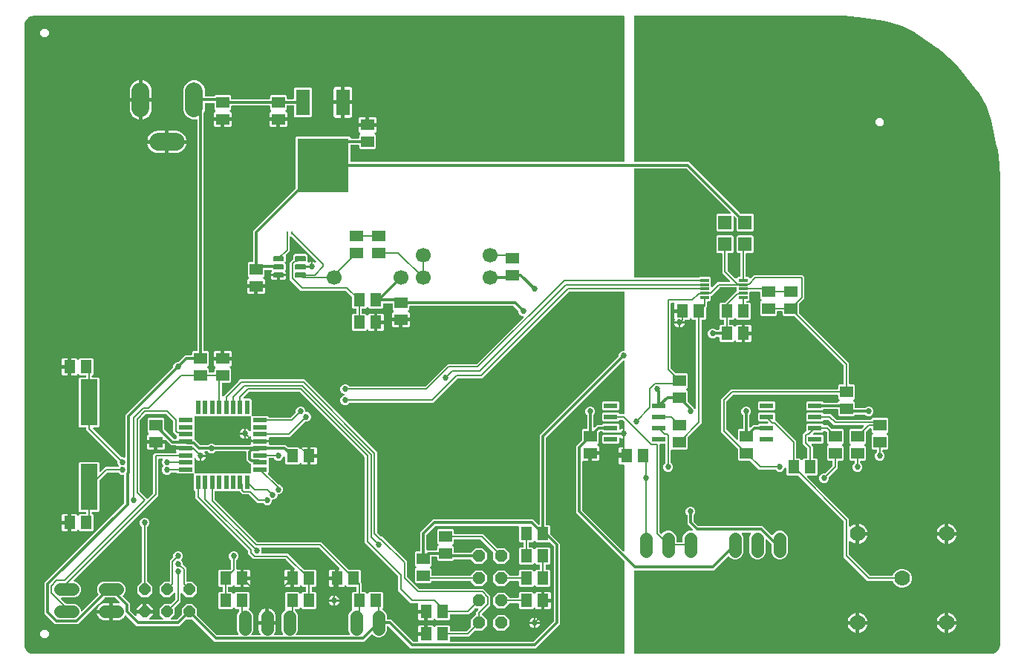
<source format=gbr>
G04 EAGLE Gerber RS-274X export*
G75*
%MOMM*%
%FSLAX34Y34*%
%LPD*%
%INTop Copper*%
%IPPOS*%
%AMOC8*
5,1,8,0,0,1.08239X$1,22.5*%
G01*
%ADD10R,1.500000X1.300000*%
%ADD11R,1.300000X1.500000*%
%ADD12C,1.700000*%
%ADD13R,1.050000X0.320000*%
%ADD14R,5.800000X6.200000*%
%ADD15R,1.600000X3.000000*%
%ADD16R,1.500000X0.600000*%
%ADD17C,2.000000*%
%ADD18C,1.422400*%
%ADD19P,1.539592X8X292.500000*%
%ADD20R,0.250000X0.350000*%
%ADD21R,1.930400X5.334000*%
%ADD22R,1.500000X1.600000*%
%ADD23R,1.600000X0.550000*%
%ADD24R,0.550000X1.600000*%
%ADD25C,0.145000*%
%ADD26C,1.778000*%
%ADD27P,1.415766X8X202.500000*%
%ADD28C,0.203200*%
%ADD29C,0.685800*%
%ADD30C,0.304800*%

G36*
X685858Y2549D02*
X685858Y2549D01*
X685916Y2547D01*
X685998Y2569D01*
X686082Y2581D01*
X686135Y2604D01*
X686191Y2619D01*
X686264Y2662D01*
X686341Y2697D01*
X686386Y2735D01*
X686436Y2764D01*
X686494Y2826D01*
X686558Y2880D01*
X686590Y2929D01*
X686630Y2972D01*
X686669Y3047D01*
X686716Y3117D01*
X686733Y3173D01*
X686760Y3225D01*
X686771Y3293D01*
X686801Y3388D01*
X686804Y3488D01*
X686815Y3556D01*
X686815Y107834D01*
X686803Y107921D01*
X686800Y108008D01*
X686783Y108061D01*
X686775Y108116D01*
X686740Y108196D01*
X686713Y108279D01*
X686685Y108318D01*
X686659Y108375D01*
X686563Y108488D01*
X686518Y108552D01*
X633824Y161246D01*
X631443Y163627D01*
X631443Y239602D01*
X637447Y245606D01*
X637516Y245665D01*
X637580Y245710D01*
X637870Y246000D01*
X637922Y246070D01*
X637982Y246134D01*
X638008Y246183D01*
X638041Y246227D01*
X638072Y246309D01*
X638112Y246387D01*
X638120Y246434D01*
X638142Y246493D01*
X638154Y246640D01*
X638167Y246718D01*
X638167Y258142D01*
X639358Y259333D01*
X643128Y259333D01*
X643186Y259341D01*
X643244Y259339D01*
X643326Y259361D01*
X643410Y259373D01*
X643463Y259396D01*
X643519Y259411D01*
X643592Y259454D01*
X643669Y259489D01*
X643714Y259527D01*
X643764Y259556D01*
X643822Y259618D01*
X643886Y259672D01*
X643918Y259721D01*
X643958Y259764D01*
X643997Y259839D01*
X644044Y259909D01*
X644061Y259965D01*
X644088Y260017D01*
X644099Y260085D01*
X644129Y260180D01*
X644132Y260280D01*
X644143Y260348D01*
X644143Y274812D01*
X644131Y274899D01*
X644128Y274986D01*
X644111Y275039D01*
X644103Y275094D01*
X644068Y275173D01*
X644041Y275257D01*
X644013Y275296D01*
X643987Y275353D01*
X643891Y275466D01*
X643846Y275530D01*
X643070Y276306D01*
X642238Y278314D01*
X642238Y280486D01*
X643070Y282494D01*
X644606Y284030D01*
X646614Y284862D01*
X648786Y284862D01*
X650794Y284030D01*
X652330Y282494D01*
X653162Y280486D01*
X653162Y278314D01*
X652330Y276306D01*
X651554Y275530D01*
X651502Y275460D01*
X651442Y275396D01*
X651416Y275347D01*
X651383Y275303D01*
X651352Y275221D01*
X651312Y275143D01*
X651304Y275096D01*
X651282Y275037D01*
X651270Y274889D01*
X651257Y274812D01*
X651257Y261838D01*
X651261Y261809D01*
X651258Y261779D01*
X651281Y261669D01*
X651297Y261556D01*
X651309Y261529D01*
X651314Y261501D01*
X651366Y261400D01*
X651413Y261297D01*
X651432Y261274D01*
X651445Y261248D01*
X651523Y261166D01*
X651596Y261080D01*
X651621Y261064D01*
X651641Y261042D01*
X651739Y260985D01*
X651833Y260922D01*
X651861Y260913D01*
X651886Y260899D01*
X651996Y260871D01*
X652104Y260836D01*
X652133Y260836D01*
X652162Y260828D01*
X652275Y260832D01*
X652388Y260829D01*
X652417Y260837D01*
X652446Y260838D01*
X652554Y260872D01*
X652663Y260901D01*
X652689Y260916D01*
X652717Y260925D01*
X652781Y260971D01*
X652908Y261046D01*
X652951Y261092D01*
X652990Y261120D01*
X653396Y261526D01*
X655777Y263907D01*
X660761Y263907D01*
X660848Y263919D01*
X660936Y263922D01*
X660988Y263939D01*
X661043Y263947D01*
X661123Y263982D01*
X661206Y264009D01*
X661245Y264037D01*
X661302Y264063D01*
X661416Y264159D01*
X661479Y264204D01*
X662658Y265383D01*
X679342Y265383D01*
X680533Y264192D01*
X680533Y259560D01*
X680543Y259488D01*
X680543Y259416D01*
X680563Y259348D01*
X680573Y259278D01*
X680602Y259212D01*
X680622Y259143D01*
X680660Y259083D01*
X680689Y259019D01*
X680736Y258964D01*
X680774Y258903D01*
X680827Y258856D01*
X680872Y258802D01*
X680933Y258762D01*
X680987Y258714D01*
X681050Y258683D01*
X681109Y258644D01*
X681178Y258622D01*
X681243Y258591D01*
X681313Y258580D01*
X681380Y258558D01*
X681452Y258557D01*
X681524Y258545D01*
X681594Y258553D01*
X681664Y258551D01*
X681734Y258569D01*
X681806Y258578D01*
X681861Y258602D01*
X681939Y258623D01*
X682043Y258684D01*
X682112Y258716D01*
X682972Y259290D01*
X684059Y259740D01*
X684785Y259885D01*
X684785Y255015D01*
X679528Y255015D01*
X679491Y255060D01*
X679442Y255092D01*
X679399Y255132D01*
X679324Y255171D01*
X679254Y255218D01*
X679198Y255235D01*
X679146Y255262D01*
X679078Y255273D01*
X678983Y255303D01*
X678883Y255306D01*
X678815Y255317D01*
X662658Y255317D01*
X661479Y256496D01*
X661410Y256548D01*
X661346Y256608D01*
X661296Y256634D01*
X661252Y256667D01*
X661170Y256698D01*
X661093Y256738D01*
X661045Y256746D01*
X660987Y256768D01*
X660839Y256780D01*
X660761Y256793D01*
X659144Y256793D01*
X659057Y256781D01*
X658970Y256778D01*
X658917Y256761D01*
X658862Y256753D01*
X658782Y256718D01*
X658699Y256691D01*
X658660Y256663D01*
X658603Y256637D01*
X658490Y256541D01*
X658426Y256496D01*
X657530Y255600D01*
X657478Y255530D01*
X657418Y255466D01*
X657392Y255417D01*
X657359Y255373D01*
X657328Y255291D01*
X657288Y255213D01*
X657280Y255166D01*
X657258Y255107D01*
X657246Y254959D01*
X657233Y254882D01*
X657233Y243458D01*
X656014Y242239D01*
X655985Y242201D01*
X655949Y242168D01*
X655900Y242087D01*
X655843Y242012D01*
X655826Y241967D01*
X655800Y241925D01*
X655775Y241834D01*
X655742Y241747D01*
X655738Y241698D01*
X655725Y241651D01*
X655726Y241557D01*
X655718Y241463D01*
X655728Y241416D01*
X655729Y241367D01*
X655756Y241277D01*
X655774Y241185D01*
X655797Y241141D01*
X655811Y241095D01*
X655862Y241016D01*
X655905Y240932D01*
X655939Y240897D01*
X655965Y240856D01*
X656023Y240809D01*
X656101Y240726D01*
X656176Y240682D01*
X656224Y240642D01*
X656760Y240333D01*
X657233Y239860D01*
X657568Y239281D01*
X657741Y238634D01*
X657741Y233831D01*
X648716Y233831D01*
X648658Y233823D01*
X648600Y233824D01*
X648518Y233803D01*
X648435Y233791D01*
X648381Y233767D01*
X648325Y233753D01*
X648252Y233710D01*
X648175Y233675D01*
X648131Y233637D01*
X648080Y233607D01*
X648023Y233546D01*
X647958Y233491D01*
X647926Y233443D01*
X647886Y233400D01*
X647847Y233325D01*
X647801Y233255D01*
X647783Y233199D01*
X647756Y233147D01*
X647745Y233079D01*
X647715Y232984D01*
X647712Y232884D01*
X647701Y232816D01*
X647701Y231799D01*
X646684Y231799D01*
X646626Y231791D01*
X646568Y231792D01*
X646486Y231771D01*
X646403Y231759D01*
X646349Y231735D01*
X646293Y231721D01*
X646220Y231678D01*
X646143Y231643D01*
X646098Y231605D01*
X646048Y231575D01*
X645990Y231514D01*
X645926Y231459D01*
X645894Y231411D01*
X645854Y231368D01*
X645815Y231293D01*
X645769Y231223D01*
X645751Y231167D01*
X645724Y231115D01*
X645713Y231047D01*
X645683Y230952D01*
X645680Y230852D01*
X645669Y230784D01*
X645669Y222759D01*
X639865Y222759D01*
X639835Y222767D01*
X639786Y222773D01*
X639740Y222788D01*
X639646Y222791D01*
X639553Y222802D01*
X639504Y222794D01*
X639456Y222795D01*
X639365Y222772D01*
X639272Y222757D01*
X639228Y222736D01*
X639181Y222724D01*
X639100Y222676D01*
X639015Y222636D01*
X638978Y222603D01*
X638936Y222578D01*
X638872Y222510D01*
X638801Y222448D01*
X638775Y222407D01*
X638742Y222371D01*
X638699Y222287D01*
X638648Y222208D01*
X638634Y222161D01*
X638612Y222118D01*
X638600Y222045D01*
X638568Y221936D01*
X638567Y221849D01*
X638557Y221787D01*
X638557Y166994D01*
X638565Y166939D01*
X638563Y166895D01*
X638570Y166869D01*
X638572Y166820D01*
X638589Y166767D01*
X638597Y166712D01*
X638631Y166635D01*
X638635Y166620D01*
X638638Y166615D01*
X638659Y166549D01*
X638687Y166510D01*
X638713Y166453D01*
X638809Y166340D01*
X638854Y166276D01*
X685082Y120048D01*
X685106Y120030D01*
X685125Y120008D01*
X685219Y119945D01*
X685309Y119877D01*
X685337Y119867D01*
X685361Y119850D01*
X685469Y119816D01*
X685575Y119776D01*
X685604Y119773D01*
X685632Y119764D01*
X685746Y119762D01*
X685858Y119752D01*
X685887Y119758D01*
X685916Y119757D01*
X686026Y119786D01*
X686137Y119808D01*
X686163Y119822D01*
X686191Y119829D01*
X686289Y119887D01*
X686389Y119939D01*
X686411Y119959D01*
X686436Y119974D01*
X686513Y120057D01*
X686595Y120135D01*
X686610Y120160D01*
X686630Y120182D01*
X686682Y120282D01*
X686739Y120380D01*
X686746Y120409D01*
X686760Y120435D01*
X686773Y120512D01*
X686809Y120656D01*
X686807Y120718D01*
X686815Y120766D01*
X686815Y217544D01*
X686807Y217602D01*
X686809Y217660D01*
X686787Y217742D01*
X686775Y217826D01*
X686752Y217879D01*
X686737Y217935D01*
X686694Y218008D01*
X686659Y218085D01*
X686621Y218130D01*
X686592Y218180D01*
X686530Y218238D01*
X686476Y218302D01*
X686427Y218334D01*
X686384Y218374D01*
X686309Y218413D01*
X686239Y218460D01*
X686183Y218477D01*
X686131Y218504D01*
X686063Y218515D01*
X685968Y218545D01*
X685868Y218548D01*
X685800Y218559D01*
X682166Y218559D01*
X681519Y218732D01*
X680940Y219067D01*
X680467Y219540D01*
X680132Y220119D01*
X679959Y220766D01*
X679959Y226569D01*
X685800Y226569D01*
X685858Y226577D01*
X685916Y226575D01*
X685998Y226597D01*
X686082Y226609D01*
X686135Y226633D01*
X686191Y226647D01*
X686264Y226690D01*
X686341Y226725D01*
X686386Y226763D01*
X686436Y226793D01*
X686494Y226854D01*
X686558Y226909D01*
X686590Y226957D01*
X686630Y227000D01*
X686669Y227075D01*
X686716Y227145D01*
X686733Y227201D01*
X686760Y227253D01*
X686771Y227321D01*
X686801Y227416D01*
X686804Y227516D01*
X686815Y227584D01*
X686815Y229616D01*
X686807Y229674D01*
X686809Y229732D01*
X686787Y229814D01*
X686775Y229897D01*
X686752Y229951D01*
X686737Y230007D01*
X686694Y230080D01*
X686659Y230157D01*
X686621Y230201D01*
X686592Y230252D01*
X686530Y230309D01*
X686476Y230374D01*
X686427Y230406D01*
X686384Y230446D01*
X686309Y230485D01*
X686239Y230531D01*
X686183Y230549D01*
X686131Y230576D01*
X686063Y230587D01*
X685968Y230617D01*
X685868Y230620D01*
X685800Y230631D01*
X679959Y230631D01*
X679959Y236434D01*
X680132Y237081D01*
X680467Y237660D01*
X680940Y238133D01*
X681519Y238468D01*
X682166Y238641D01*
X685800Y238641D01*
X685858Y238649D01*
X685916Y238647D01*
X685998Y238669D01*
X686082Y238681D01*
X686135Y238704D01*
X686191Y238719D01*
X686264Y238762D01*
X686341Y238797D01*
X686386Y238835D01*
X686436Y238864D01*
X686494Y238926D01*
X686558Y238980D01*
X686590Y239029D01*
X686630Y239072D01*
X686669Y239147D01*
X686716Y239217D01*
X686733Y239273D01*
X686760Y239325D01*
X686771Y239393D01*
X686801Y239488D01*
X686804Y239588D01*
X686815Y239656D01*
X686815Y254000D01*
X686815Y267292D01*
X686803Y267379D01*
X686800Y267466D01*
X686783Y267519D01*
X686775Y267574D01*
X686740Y267653D01*
X686713Y267737D01*
X686685Y267776D01*
X686659Y267833D01*
X686563Y267946D01*
X686518Y268010D01*
X684824Y269704D01*
X684754Y269756D01*
X684690Y269816D01*
X684641Y269842D01*
X684597Y269875D01*
X684515Y269906D01*
X684437Y269946D01*
X684390Y269954D01*
X684331Y269976D01*
X684183Y269988D01*
X684106Y270001D01*
X681548Y270001D01*
X681490Y269993D01*
X681432Y269995D01*
X681350Y269973D01*
X681266Y269961D01*
X681213Y269938D01*
X681157Y269923D01*
X681084Y269880D01*
X681007Y269845D01*
X680962Y269807D01*
X680912Y269778D01*
X680854Y269716D01*
X680790Y269662D01*
X680758Y269613D01*
X680718Y269570D01*
X680679Y269495D01*
X680632Y269425D01*
X680615Y269369D01*
X680588Y269317D01*
X680577Y269253D01*
X679342Y268017D01*
X662658Y268017D01*
X661467Y269208D01*
X661467Y276892D01*
X662658Y278083D01*
X679342Y278083D01*
X680569Y276855D01*
X680573Y276832D01*
X680596Y276779D01*
X680611Y276723D01*
X680654Y276650D01*
X680689Y276573D01*
X680727Y276528D01*
X680756Y276478D01*
X680818Y276420D01*
X680872Y276356D01*
X680921Y276324D01*
X680964Y276284D01*
X681039Y276245D01*
X681109Y276198D01*
X681165Y276181D01*
X681217Y276154D01*
X681285Y276143D01*
X681380Y276113D01*
X681480Y276110D01*
X681548Y276099D01*
X685800Y276099D01*
X685858Y276107D01*
X685916Y276105D01*
X685998Y276127D01*
X686082Y276139D01*
X686135Y276162D01*
X686191Y276177D01*
X686264Y276220D01*
X686341Y276255D01*
X686386Y276293D01*
X686436Y276322D01*
X686494Y276384D01*
X686558Y276438D01*
X686590Y276487D01*
X686630Y276530D01*
X686669Y276605D01*
X686716Y276675D01*
X686733Y276731D01*
X686760Y276783D01*
X686771Y276851D01*
X686801Y276946D01*
X686804Y277046D01*
X686815Y277114D01*
X686815Y336423D01*
X686807Y336481D01*
X686809Y336539D01*
X686787Y336621D01*
X686775Y336705D01*
X686752Y336758D01*
X686737Y336814D01*
X686694Y336887D01*
X686659Y336964D01*
X686621Y337009D01*
X686592Y337059D01*
X686530Y337117D01*
X686476Y337181D01*
X686427Y337213D01*
X686384Y337253D01*
X686309Y337292D01*
X686239Y337339D01*
X686186Y337355D01*
X686174Y337362D01*
X686168Y337364D01*
X686131Y337383D01*
X686063Y337394D01*
X685968Y337424D01*
X685926Y337425D01*
X685899Y337432D01*
X685846Y337431D01*
X685800Y337438D01*
X685789Y337438D01*
X685733Y337430D01*
X685684Y337432D01*
X685657Y337425D01*
X685615Y337423D01*
X685562Y337406D01*
X685507Y337398D01*
X685438Y337368D01*
X685409Y337360D01*
X685397Y337353D01*
X685344Y337336D01*
X685305Y337308D01*
X685248Y337282D01*
X685177Y337222D01*
X685164Y337215D01*
X685150Y337199D01*
X685135Y337186D01*
X685071Y337141D01*
X597554Y249624D01*
X597502Y249554D01*
X597442Y249490D01*
X597416Y249441D01*
X597383Y249397D01*
X597352Y249315D01*
X597312Y249237D01*
X597304Y249190D01*
X597282Y249131D01*
X597270Y248983D01*
X597257Y248906D01*
X597257Y150248D01*
X597265Y150190D01*
X597263Y150132D01*
X597285Y150050D01*
X597297Y149966D01*
X597320Y149913D01*
X597335Y149857D01*
X597378Y149784D01*
X597413Y149707D01*
X597451Y149662D01*
X597480Y149612D01*
X597542Y149554D01*
X597596Y149490D01*
X597645Y149458D01*
X597688Y149418D01*
X597763Y149379D01*
X597833Y149332D01*
X597889Y149315D01*
X597941Y149288D01*
X598009Y149277D01*
X598104Y149247D01*
X598204Y149244D01*
X598272Y149233D01*
X601042Y149233D01*
X602233Y148042D01*
X602233Y139818D01*
X602245Y139731D01*
X602248Y139644D01*
X602265Y139591D01*
X602273Y139536D01*
X602308Y139456D01*
X602335Y139373D01*
X602363Y139334D01*
X602389Y139277D01*
X602485Y139164D01*
X602530Y139100D01*
X613157Y128473D01*
X613157Y36627D01*
X585673Y9143D01*
X443027Y9143D01*
X417924Y34246D01*
X417854Y34298D01*
X417790Y34358D01*
X417741Y34384D01*
X417697Y34417D01*
X417615Y34448D01*
X417537Y34488D01*
X417490Y34496D01*
X417431Y34518D01*
X417284Y34530D01*
X417206Y34543D01*
X416560Y34543D01*
X416502Y34535D01*
X416444Y34537D01*
X416362Y34515D01*
X416278Y34503D01*
X416225Y34480D01*
X416169Y34465D01*
X416096Y34422D01*
X416019Y34387D01*
X415974Y34349D01*
X415924Y34320D01*
X415866Y34258D01*
X415802Y34204D01*
X415770Y34155D01*
X415730Y34112D01*
X415691Y34037D01*
X415644Y33967D01*
X415627Y33911D01*
X415600Y33859D01*
X415589Y33791D01*
X415559Y33696D01*
X415556Y33596D01*
X415545Y33528D01*
X415545Y29169D01*
X414153Y25808D01*
X411580Y23235D01*
X408219Y21843D01*
X404581Y21843D01*
X401220Y23235D01*
X399611Y24845D01*
X399564Y24880D01*
X399524Y24922D01*
X399451Y24965D01*
X399383Y25016D01*
X399329Y25037D01*
X399278Y25066D01*
X399197Y25087D01*
X399118Y25117D01*
X399059Y25122D01*
X399003Y25136D01*
X398918Y25133D01*
X398834Y25140D01*
X398777Y25129D01*
X398719Y25127D01*
X398638Y25101D01*
X398556Y25085D01*
X398504Y25058D01*
X398448Y25040D01*
X398392Y25000D01*
X398303Y24954D01*
X398231Y24885D01*
X398175Y24845D01*
X392474Y19144D01*
X390093Y16763D01*
X219507Y16763D01*
X217126Y19144D01*
X194340Y41930D01*
X194270Y41982D01*
X194206Y42042D01*
X194157Y42068D01*
X194113Y42101D01*
X194031Y42132D01*
X193953Y42172D01*
X193906Y42180D01*
X193847Y42202D01*
X193700Y42214D01*
X193622Y42227D01*
X187378Y42227D01*
X187291Y42215D01*
X187204Y42212D01*
X187151Y42195D01*
X187096Y42187D01*
X187016Y42152D01*
X186933Y42125D01*
X186894Y42097D01*
X186837Y42071D01*
X186724Y41975D01*
X186660Y41930D01*
X179273Y34543D01*
X130607Y34543D01*
X128226Y36924D01*
X118780Y46370D01*
X118720Y46415D01*
X118666Y46468D01*
X118607Y46500D01*
X118553Y46541D01*
X118482Y46568D01*
X118416Y46604D01*
X118350Y46618D01*
X118287Y46642D01*
X118212Y46648D01*
X118139Y46665D01*
X118071Y46660D01*
X118004Y46666D01*
X117930Y46651D01*
X117855Y46646D01*
X117791Y46623D01*
X117725Y46610D01*
X117658Y46575D01*
X117587Y46550D01*
X117533Y46510D01*
X117473Y46479D01*
X117418Y46427D01*
X117357Y46383D01*
X117323Y46337D01*
X117267Y46283D01*
X117203Y46175D01*
X117157Y46113D01*
X116968Y45741D01*
X116075Y44512D01*
X115000Y43437D01*
X113771Y42544D01*
X112417Y41854D01*
X110972Y41385D01*
X109472Y41147D01*
X103631Y41147D01*
X103631Y49784D01*
X103623Y49842D01*
X103625Y49900D01*
X103603Y49982D01*
X103591Y50065D01*
X103567Y50119D01*
X103553Y50175D01*
X103510Y50248D01*
X103475Y50325D01*
X103437Y50369D01*
X103407Y50420D01*
X103346Y50477D01*
X103291Y50542D01*
X103243Y50574D01*
X103200Y50614D01*
X103125Y50653D01*
X103055Y50699D01*
X102999Y50717D01*
X102947Y50744D01*
X102879Y50755D01*
X102784Y50785D01*
X102684Y50788D01*
X102616Y50799D01*
X101599Y50799D01*
X101599Y50801D01*
X102616Y50801D01*
X102674Y50809D01*
X102732Y50808D01*
X102814Y50829D01*
X102897Y50841D01*
X102951Y50865D01*
X103007Y50879D01*
X103080Y50922D01*
X103157Y50957D01*
X103202Y50995D01*
X103252Y51025D01*
X103310Y51086D01*
X103374Y51141D01*
X103406Y51189D01*
X103446Y51232D01*
X103485Y51307D01*
X103531Y51377D01*
X103549Y51433D01*
X103576Y51485D01*
X103587Y51553D01*
X103617Y51648D01*
X103620Y51748D01*
X103631Y51816D01*
X103631Y60453D01*
X109472Y60453D01*
X109767Y60406D01*
X109875Y60404D01*
X109984Y60395D01*
X110017Y60402D01*
X110051Y60401D01*
X110156Y60430D01*
X110262Y60451D01*
X110293Y60467D01*
X110325Y60476D01*
X110418Y60532D01*
X110515Y60582D01*
X110539Y60605D01*
X110568Y60623D01*
X110642Y60703D01*
X110721Y60778D01*
X110738Y60807D01*
X110761Y60832D01*
X110810Y60929D01*
X110865Y61023D01*
X110873Y61056D01*
X110888Y61086D01*
X110908Y61193D01*
X110935Y61299D01*
X110934Y61333D01*
X110940Y61366D01*
X110929Y61474D01*
X110926Y61583D01*
X110915Y61615D01*
X110912Y61649D01*
X110872Y61750D01*
X110838Y61853D01*
X110821Y61878D01*
X110807Y61913D01*
X110729Y62013D01*
X110700Y62061D01*
X110669Y62090D01*
X110643Y62127D01*
X106012Y66758D01*
X105942Y66810D01*
X105878Y66870D01*
X105829Y66896D01*
X105785Y66929D01*
X105703Y66960D01*
X105625Y67000D01*
X105578Y67008D01*
X105519Y67030D01*
X105372Y67042D01*
X105294Y67055D01*
X94705Y67055D01*
X94618Y67043D01*
X94531Y67040D01*
X94478Y67023D01*
X94423Y67015D01*
X94343Y66980D01*
X94260Y66953D01*
X94221Y66925D01*
X94164Y66899D01*
X94051Y66803D01*
X93987Y66758D01*
X87052Y59823D01*
X87014Y59773D01*
X86969Y59729D01*
X86929Y59660D01*
X86881Y59596D01*
X86859Y59537D01*
X86828Y59483D01*
X86809Y59405D01*
X86780Y59331D01*
X86775Y59268D01*
X86760Y59207D01*
X86763Y59127D01*
X86757Y59047D01*
X86769Y58986D01*
X86772Y58922D01*
X86797Y58847D01*
X86812Y58769D01*
X86841Y58713D01*
X86861Y58653D01*
X86907Y58587D01*
X86943Y58516D01*
X86987Y58471D01*
X87023Y58419D01*
X87084Y58368D01*
X87139Y58310D01*
X87194Y58278D01*
X87242Y58238D01*
X87316Y58207D01*
X87385Y58166D01*
X87446Y58151D01*
X87504Y58126D01*
X87583Y58116D01*
X87660Y58096D01*
X87723Y58098D01*
X87786Y58090D01*
X87864Y58103D01*
X87944Y58105D01*
X88004Y58125D01*
X88066Y58134D01*
X88126Y58164D01*
X88215Y58193D01*
X88287Y58244D01*
X88367Y58284D01*
X89429Y59056D01*
X90783Y59746D01*
X92228Y60215D01*
X93728Y60453D01*
X99569Y60453D01*
X99569Y52831D01*
X85037Y52831D01*
X85073Y53060D01*
X85542Y54505D01*
X86232Y55859D01*
X87004Y56921D01*
X87033Y56977D01*
X87071Y57027D01*
X87100Y57102D01*
X87137Y57172D01*
X87150Y57234D01*
X87172Y57293D01*
X87179Y57372D01*
X87195Y57450D01*
X87191Y57513D01*
X87196Y57576D01*
X87180Y57654D01*
X87174Y57734D01*
X87153Y57793D01*
X87140Y57855D01*
X87103Y57926D01*
X87076Y58000D01*
X87038Y58051D01*
X87009Y58107D01*
X86954Y58165D01*
X86907Y58229D01*
X86857Y58268D01*
X86813Y58313D01*
X86744Y58354D01*
X86681Y58402D01*
X86622Y58425D01*
X86568Y58457D01*
X86491Y58477D01*
X86416Y58506D01*
X86353Y58512D01*
X86293Y58527D01*
X86213Y58525D01*
X86133Y58532D01*
X86071Y58520D01*
X86008Y58518D01*
X85933Y58494D01*
X85854Y58479D01*
X85798Y58450D01*
X85738Y58431D01*
X85684Y58392D01*
X85601Y58350D01*
X85537Y58287D01*
X85465Y58236D01*
X63804Y36575D01*
X37796Y36575D01*
X25399Y48972D01*
X25399Y83776D01*
X116161Y174537D01*
X116213Y174607D01*
X116273Y174671D01*
X116299Y174720D01*
X116332Y174764D01*
X116363Y174846D01*
X116403Y174924D01*
X116411Y174972D01*
X116433Y175030D01*
X116445Y175178D01*
X116458Y175255D01*
X116458Y206378D01*
X116450Y206436D01*
X116452Y206494D01*
X116430Y206576D01*
X116418Y206660D01*
X116395Y206713D01*
X116380Y206769D01*
X116337Y206842D01*
X116302Y206919D01*
X116264Y206964D01*
X116235Y207014D01*
X116173Y207072D01*
X116119Y207136D01*
X116070Y207168D01*
X116027Y207208D01*
X115952Y207247D01*
X115882Y207294D01*
X115826Y207311D01*
X115774Y207338D01*
X115706Y207349D01*
X115611Y207379D01*
X115511Y207382D01*
X115443Y207393D01*
X113214Y207393D01*
X111206Y208225D01*
X109922Y209509D01*
X109852Y209561D01*
X109788Y209621D01*
X109739Y209647D01*
X109695Y209680D01*
X109613Y209711D01*
X109535Y209751D01*
X109488Y209759D01*
X109429Y209781D01*
X109281Y209793D01*
X109204Y209806D01*
X97698Y209806D01*
X97612Y209794D01*
X97524Y209791D01*
X97472Y209774D01*
X97417Y209766D01*
X97337Y209731D01*
X97254Y209704D01*
X97215Y209676D01*
X97157Y209650D01*
X97044Y209554D01*
X96980Y209509D01*
X88182Y200711D01*
X88130Y200641D01*
X88070Y200577D01*
X88044Y200527D01*
X88011Y200483D01*
X87980Y200402D01*
X87940Y200324D01*
X87932Y200276D01*
X87910Y200218D01*
X87898Y200070D01*
X87885Y199993D01*
X87885Y165528D01*
X86694Y164337D01*
X80264Y164337D01*
X80206Y164329D01*
X80148Y164331D01*
X80066Y164309D01*
X79982Y164297D01*
X79929Y164274D01*
X79873Y164259D01*
X79800Y164216D01*
X79723Y164181D01*
X79678Y164143D01*
X79628Y164114D01*
X79570Y164052D01*
X79506Y163998D01*
X79474Y163949D01*
X79434Y163906D01*
X79395Y163831D01*
X79348Y163761D01*
X79331Y163705D01*
X79304Y163653D01*
X79293Y163585D01*
X79263Y163490D01*
X79260Y163390D01*
X79249Y163322D01*
X79249Y162948D01*
X79257Y162890D01*
X79255Y162834D01*
X79255Y162832D01*
X79277Y162750D01*
X79289Y162666D01*
X79312Y162613D01*
X79327Y162557D01*
X79370Y162484D01*
X79405Y162407D01*
X79443Y162362D01*
X79472Y162312D01*
X79534Y162254D01*
X79588Y162190D01*
X79637Y162158D01*
X79680Y162118D01*
X79755Y162079D01*
X79825Y162032D01*
X79881Y162015D01*
X79933Y161988D01*
X80001Y161977D01*
X80096Y161947D01*
X80196Y161944D01*
X80264Y161933D01*
X80342Y161933D01*
X81533Y160742D01*
X81533Y144058D01*
X80342Y142867D01*
X65658Y142867D01*
X64439Y144086D01*
X64401Y144115D01*
X64368Y144151D01*
X64287Y144200D01*
X64212Y144257D01*
X64167Y144274D01*
X64125Y144300D01*
X64034Y144325D01*
X63947Y144358D01*
X63898Y144362D01*
X63851Y144375D01*
X63757Y144374D01*
X63663Y144382D01*
X63616Y144372D01*
X63567Y144371D01*
X63477Y144344D01*
X63385Y144326D01*
X63341Y144303D01*
X63295Y144289D01*
X63216Y144238D01*
X63132Y144195D01*
X63097Y144161D01*
X63056Y144135D01*
X63009Y144077D01*
X62926Y143999D01*
X62882Y143924D01*
X62842Y143876D01*
X62533Y143340D01*
X62060Y142867D01*
X61481Y142532D01*
X60834Y142359D01*
X56031Y142359D01*
X56031Y151384D01*
X56023Y151442D01*
X56024Y151500D01*
X56003Y151582D01*
X55991Y151665D01*
X55967Y151719D01*
X55953Y151775D01*
X55910Y151848D01*
X55875Y151925D01*
X55837Y151969D01*
X55807Y152020D01*
X55746Y152077D01*
X55691Y152142D01*
X55643Y152174D01*
X55600Y152214D01*
X55525Y152253D01*
X55455Y152299D01*
X55399Y152317D01*
X55347Y152344D01*
X55279Y152355D01*
X55184Y152385D01*
X55084Y152388D01*
X55016Y152399D01*
X53999Y152399D01*
X53999Y152401D01*
X55016Y152401D01*
X55074Y152409D01*
X55132Y152408D01*
X55214Y152429D01*
X55297Y152441D01*
X55351Y152465D01*
X55407Y152479D01*
X55480Y152522D01*
X55557Y152557D01*
X55601Y152595D01*
X55652Y152625D01*
X55709Y152686D01*
X55774Y152741D01*
X55806Y152789D01*
X55846Y152832D01*
X55885Y152907D01*
X55931Y152977D01*
X55949Y153033D01*
X55976Y153085D01*
X55987Y153153D01*
X56017Y153248D01*
X56020Y153348D01*
X56031Y153416D01*
X56031Y162441D01*
X60834Y162441D01*
X61481Y162268D01*
X62060Y161933D01*
X62533Y161460D01*
X62842Y160924D01*
X62872Y160886D01*
X62895Y160843D01*
X62959Y160775D01*
X63018Y160701D01*
X63057Y160672D01*
X63091Y160637D01*
X63172Y160589D01*
X63248Y160534D01*
X63294Y160518D01*
X63336Y160493D01*
X63427Y160470D01*
X63515Y160438D01*
X63564Y160435D01*
X63611Y160423D01*
X63705Y160426D01*
X63799Y160420D01*
X63847Y160430D01*
X63896Y160432D01*
X63985Y160461D01*
X64077Y160481D01*
X64120Y160504D01*
X64166Y160519D01*
X64226Y160562D01*
X64327Y160617D01*
X64388Y160678D01*
X64439Y160714D01*
X65658Y161933D01*
X72136Y161933D01*
X72194Y161941D01*
X72252Y161939D01*
X72334Y161961D01*
X72418Y161973D01*
X72471Y161996D01*
X72527Y162011D01*
X72600Y162054D01*
X72677Y162089D01*
X72722Y162127D01*
X72772Y162156D01*
X72830Y162218D01*
X72894Y162272D01*
X72926Y162321D01*
X72966Y162364D01*
X73005Y162439D01*
X73052Y162509D01*
X73069Y162565D01*
X73096Y162617D01*
X73107Y162685D01*
X73137Y162780D01*
X73140Y162880D01*
X73151Y162948D01*
X73151Y163322D01*
X73143Y163380D01*
X73145Y163438D01*
X73123Y163520D01*
X73111Y163604D01*
X73088Y163657D01*
X73073Y163713D01*
X73030Y163786D01*
X72995Y163863D01*
X72957Y163908D01*
X72928Y163958D01*
X72866Y164016D01*
X72812Y164080D01*
X72763Y164112D01*
X72720Y164152D01*
X72645Y164191D01*
X72575Y164238D01*
X72519Y164255D01*
X72467Y164282D01*
X72399Y164293D01*
X72304Y164323D01*
X72204Y164326D01*
X72136Y164337D01*
X65706Y164337D01*
X64515Y165528D01*
X64515Y220552D01*
X65706Y221743D01*
X86694Y221743D01*
X87885Y220552D01*
X87885Y211487D01*
X87889Y211458D01*
X87886Y211429D01*
X87909Y211318D01*
X87925Y211206D01*
X87937Y211179D01*
X87942Y211150D01*
X87994Y211050D01*
X88041Y210946D01*
X88060Y210924D01*
X88073Y210898D01*
X88151Y210816D01*
X88224Y210729D01*
X88249Y210713D01*
X88269Y210692D01*
X88367Y210635D01*
X88461Y210572D01*
X88489Y210563D01*
X88514Y210548D01*
X88624Y210520D01*
X88732Y210486D01*
X88762Y210485D01*
X88790Y210478D01*
X88903Y210482D01*
X89016Y210479D01*
X89045Y210486D01*
X89074Y210487D01*
X89182Y210522D01*
X89291Y210551D01*
X89317Y210566D01*
X89345Y210575D01*
X89408Y210620D01*
X89536Y210696D01*
X89579Y210741D01*
X89618Y210769D01*
X94752Y215904D01*
X109204Y215904D01*
X109291Y215916D01*
X109378Y215919D01*
X109431Y215936D01*
X109486Y215944D01*
X109565Y215979D01*
X109649Y216006D01*
X109688Y216034D01*
X109745Y216060D01*
X109858Y216156D01*
X109922Y216201D01*
X110303Y216582D01*
X110338Y216629D01*
X110381Y216669D01*
X110423Y216742D01*
X110474Y216809D01*
X110495Y216864D01*
X110524Y216914D01*
X110545Y216996D01*
X110575Y217075D01*
X110580Y217133D01*
X110594Y217190D01*
X110592Y217274D01*
X110599Y217358D01*
X110587Y217416D01*
X110585Y217474D01*
X110559Y217554D01*
X110543Y217637D01*
X110516Y217689D01*
X110498Y217745D01*
X110458Y217801D01*
X110412Y217889D01*
X110343Y217962D01*
X110303Y218018D01*
X109670Y218651D01*
X108838Y220659D01*
X108838Y222475D01*
X108826Y222561D01*
X108823Y222649D01*
X108806Y222701D01*
X108798Y222756D01*
X108763Y222836D01*
X108736Y222919D01*
X108708Y222958D01*
X108682Y223016D01*
X108586Y223129D01*
X108541Y223193D01*
X73151Y258582D01*
X73151Y259842D01*
X73143Y259900D01*
X73145Y259958D01*
X73123Y260040D01*
X73111Y260124D01*
X73088Y260177D01*
X73073Y260233D01*
X73030Y260306D01*
X72995Y260383D01*
X72957Y260428D01*
X72928Y260478D01*
X72866Y260536D01*
X72812Y260600D01*
X72763Y260632D01*
X72720Y260672D01*
X72645Y260711D01*
X72575Y260758D01*
X72519Y260775D01*
X72467Y260802D01*
X72399Y260813D01*
X72304Y260843D01*
X72204Y260846D01*
X72136Y260857D01*
X65706Y260857D01*
X64515Y262048D01*
X64515Y317072D01*
X65706Y318263D01*
X72136Y318263D01*
X72194Y318271D01*
X72252Y318269D01*
X72334Y318291D01*
X72418Y318303D01*
X72471Y318326D01*
X72527Y318341D01*
X72600Y318384D01*
X72677Y318419D01*
X72722Y318457D01*
X72772Y318486D01*
X72830Y318548D01*
X72894Y318602D01*
X72926Y318651D01*
X72966Y318694D01*
X73005Y318769D01*
X73052Y318839D01*
X73069Y318895D01*
X73096Y318947D01*
X73107Y319015D01*
X73137Y319110D01*
X73140Y319210D01*
X73151Y319278D01*
X73151Y319652D01*
X73143Y319710D01*
X73145Y319768D01*
X73123Y319850D01*
X73111Y319934D01*
X73088Y319987D01*
X73073Y320043D01*
X73030Y320116D01*
X72995Y320193D01*
X72957Y320238D01*
X72928Y320288D01*
X72866Y320346D01*
X72812Y320410D01*
X72763Y320442D01*
X72720Y320482D01*
X72645Y320521D01*
X72575Y320568D01*
X72519Y320585D01*
X72467Y320612D01*
X72399Y320623D01*
X72304Y320653D01*
X72204Y320656D01*
X72136Y320667D01*
X65658Y320667D01*
X64439Y321886D01*
X64401Y321915D01*
X64368Y321951D01*
X64287Y322000D01*
X64212Y322057D01*
X64167Y322074D01*
X64125Y322100D01*
X64034Y322125D01*
X63947Y322158D01*
X63898Y322162D01*
X63851Y322175D01*
X63757Y322174D01*
X63663Y322182D01*
X63616Y322172D01*
X63567Y322171D01*
X63477Y322144D01*
X63385Y322126D01*
X63341Y322103D01*
X63295Y322089D01*
X63216Y322038D01*
X63132Y321995D01*
X63097Y321961D01*
X63056Y321935D01*
X63009Y321877D01*
X62926Y321799D01*
X62882Y321724D01*
X62842Y321676D01*
X62533Y321140D01*
X62060Y320667D01*
X61481Y320332D01*
X60834Y320159D01*
X56031Y320159D01*
X56031Y329184D01*
X56023Y329242D01*
X56024Y329300D01*
X56003Y329382D01*
X55991Y329465D01*
X55967Y329519D01*
X55953Y329575D01*
X55910Y329648D01*
X55875Y329725D01*
X55837Y329769D01*
X55807Y329820D01*
X55746Y329877D01*
X55691Y329942D01*
X55643Y329974D01*
X55600Y330014D01*
X55525Y330053D01*
X55455Y330099D01*
X55399Y330117D01*
X55347Y330144D01*
X55279Y330155D01*
X55184Y330185D01*
X55084Y330188D01*
X55016Y330199D01*
X53999Y330199D01*
X53999Y330201D01*
X55016Y330201D01*
X55074Y330209D01*
X55132Y330208D01*
X55214Y330229D01*
X55297Y330241D01*
X55351Y330265D01*
X55407Y330279D01*
X55480Y330322D01*
X55557Y330357D01*
X55601Y330395D01*
X55652Y330425D01*
X55709Y330486D01*
X55774Y330541D01*
X55806Y330589D01*
X55846Y330632D01*
X55885Y330707D01*
X55931Y330777D01*
X55949Y330833D01*
X55976Y330885D01*
X55987Y330953D01*
X56017Y331048D01*
X56020Y331148D01*
X56031Y331216D01*
X56031Y340241D01*
X60834Y340241D01*
X61481Y340068D01*
X62060Y339733D01*
X62533Y339260D01*
X62842Y338724D01*
X62872Y338686D01*
X62895Y338643D01*
X62959Y338575D01*
X63018Y338501D01*
X63057Y338472D01*
X63091Y338437D01*
X63172Y338389D01*
X63248Y338334D01*
X63294Y338318D01*
X63336Y338293D01*
X63427Y338270D01*
X63515Y338238D01*
X63564Y338235D01*
X63611Y338223D01*
X63705Y338226D01*
X63799Y338220D01*
X63847Y338230D01*
X63896Y338232D01*
X63985Y338261D01*
X64077Y338281D01*
X64120Y338304D01*
X64166Y338319D01*
X64226Y338362D01*
X64327Y338417D01*
X64388Y338478D01*
X64439Y338514D01*
X65658Y339733D01*
X80342Y339733D01*
X81533Y338542D01*
X81533Y321858D01*
X80342Y320667D01*
X80264Y320667D01*
X80206Y320659D01*
X80148Y320661D01*
X80066Y320639D01*
X79982Y320627D01*
X79929Y320604D01*
X79873Y320589D01*
X79800Y320546D01*
X79723Y320511D01*
X79678Y320473D01*
X79628Y320444D01*
X79570Y320382D01*
X79506Y320328D01*
X79474Y320279D01*
X79434Y320236D01*
X79395Y320161D01*
X79348Y320091D01*
X79331Y320035D01*
X79304Y319983D01*
X79293Y319915D01*
X79263Y319820D01*
X79260Y319720D01*
X79249Y319652D01*
X79249Y319278D01*
X79256Y319223D01*
X79255Y319182D01*
X79256Y319181D01*
X79255Y319162D01*
X79277Y319080D01*
X79289Y318996D01*
X79312Y318943D01*
X79327Y318887D01*
X79370Y318814D01*
X79405Y318737D01*
X79443Y318692D01*
X79472Y318642D01*
X79534Y318584D01*
X79588Y318520D01*
X79637Y318488D01*
X79680Y318448D01*
X79755Y318409D01*
X79825Y318362D01*
X79881Y318345D01*
X79933Y318318D01*
X80001Y318307D01*
X80096Y318277D01*
X80196Y318274D01*
X80264Y318263D01*
X86694Y318263D01*
X87885Y317072D01*
X87885Y262048D01*
X86694Y260857D01*
X81950Y260857D01*
X81921Y260853D01*
X81892Y260856D01*
X81781Y260833D01*
X81669Y260817D01*
X81642Y260805D01*
X81613Y260800D01*
X81513Y260748D01*
X81409Y260701D01*
X81387Y260682D01*
X81361Y260669D01*
X81279Y260591D01*
X81192Y260518D01*
X81176Y260493D01*
X81155Y260473D01*
X81098Y260375D01*
X81035Y260281D01*
X81026Y260253D01*
X81011Y260228D01*
X80983Y260118D01*
X80949Y260010D01*
X80948Y259980D01*
X80941Y259952D01*
X80945Y259839D01*
X80942Y259726D01*
X80949Y259697D01*
X80950Y259668D01*
X80985Y259560D01*
X81014Y259451D01*
X81029Y259425D01*
X81038Y259397D01*
X81083Y259334D01*
X81159Y259206D01*
X81204Y259163D01*
X81232Y259124D01*
X112852Y227504D01*
X112922Y227452D01*
X112986Y227392D01*
X113036Y227366D01*
X113080Y227333D01*
X113161Y227302D01*
X113239Y227262D01*
X113287Y227254D01*
X113345Y227232D01*
X113493Y227220D01*
X113570Y227207D01*
X115386Y227207D01*
X116324Y226818D01*
X116436Y226790D01*
X116545Y226755D01*
X116573Y226754D01*
X116600Y226747D01*
X116714Y226750D01*
X116829Y226748D01*
X116856Y226755D01*
X116884Y226755D01*
X116993Y226790D01*
X117104Y226819D01*
X117128Y226834D01*
X117155Y226842D01*
X117250Y226906D01*
X117349Y226965D01*
X117368Y226985D01*
X117391Y227000D01*
X117465Y227088D01*
X117543Y227172D01*
X117556Y227197D01*
X117574Y227218D01*
X117620Y227323D01*
X117673Y227425D01*
X117677Y227450D01*
X117689Y227478D01*
X117726Y227741D01*
X117728Y227756D01*
X117728Y275158D01*
X172041Y329471D01*
X172093Y329541D01*
X172153Y329605D01*
X172179Y329654D01*
X172212Y329698D01*
X172243Y329780D01*
X172283Y329858D01*
X172291Y329905D01*
X172313Y329964D01*
X172325Y330111D01*
X172338Y330189D01*
X172338Y331286D01*
X173170Y333294D01*
X174706Y334830D01*
X176714Y335662D01*
X177811Y335662D01*
X177898Y335674D01*
X177985Y335677D01*
X178038Y335694D01*
X178093Y335702D01*
X178173Y335737D01*
X178256Y335764D01*
X178295Y335792D01*
X178352Y335818D01*
X178465Y335914D01*
X178529Y335959D01*
X185827Y343257D01*
X192652Y343257D01*
X192710Y343265D01*
X192768Y343263D01*
X192850Y343285D01*
X192934Y343297D01*
X192987Y343320D01*
X193043Y343335D01*
X193116Y343378D01*
X193193Y343413D01*
X193238Y343451D01*
X193288Y343480D01*
X193346Y343542D01*
X193410Y343596D01*
X193442Y343645D01*
X193482Y343688D01*
X193521Y343763D01*
X193568Y343833D01*
X193585Y343889D01*
X193612Y343941D01*
X193623Y344009D01*
X193653Y344104D01*
X193656Y344204D01*
X193667Y344272D01*
X193667Y347042D01*
X194858Y348233D01*
X198628Y348233D01*
X198686Y348241D01*
X198744Y348239D01*
X198826Y348261D01*
X198910Y348273D01*
X198963Y348296D01*
X199019Y348311D01*
X199092Y348354D01*
X199169Y348389D01*
X199214Y348427D01*
X199264Y348456D01*
X199322Y348518D01*
X199386Y348572D01*
X199418Y348621D01*
X199458Y348664D01*
X199497Y348739D01*
X199544Y348809D01*
X199561Y348865D01*
X199588Y348917D01*
X199599Y348985D01*
X199629Y349080D01*
X199632Y349180D01*
X199643Y349248D01*
X199643Y611952D01*
X199635Y612010D01*
X199637Y612068D01*
X199615Y612150D01*
X199603Y612234D01*
X199580Y612287D01*
X199565Y612343D01*
X199522Y612416D01*
X199487Y612493D01*
X199449Y612538D01*
X199420Y612588D01*
X199358Y612646D01*
X199304Y612710D01*
X199255Y612742D01*
X199212Y612782D01*
X199137Y612821D01*
X199067Y612868D01*
X199011Y612885D01*
X198959Y612912D01*
X198891Y612923D01*
X198796Y612953D01*
X198696Y612956D01*
X198628Y612967D01*
X193707Y612967D01*
X189284Y614799D01*
X185899Y618184D01*
X184067Y622607D01*
X184067Y647393D01*
X185899Y651816D01*
X189284Y655201D01*
X193707Y657033D01*
X198493Y657033D01*
X202916Y655201D01*
X206301Y651816D01*
X208133Y647393D01*
X208133Y639572D01*
X208141Y639514D01*
X208139Y639456D01*
X208161Y639374D01*
X208173Y639290D01*
X208196Y639237D01*
X208211Y639181D01*
X208254Y639108D01*
X208289Y639031D01*
X208327Y638986D01*
X208356Y638936D01*
X208418Y638878D01*
X208472Y638814D01*
X208521Y638782D01*
X208564Y638742D01*
X208639Y638703D01*
X208709Y638656D01*
X208765Y638639D01*
X208817Y638612D01*
X208885Y638601D01*
X208980Y638571D01*
X209080Y638568D01*
X209148Y638557D01*
X218062Y638557D01*
X218148Y638569D01*
X218236Y638572D01*
X218288Y638589D01*
X218343Y638597D01*
X218423Y638632D01*
X218506Y638659D01*
X218545Y638687D01*
X218602Y638713D01*
X218716Y638809D01*
X218779Y638854D01*
X220258Y640333D01*
X236942Y640333D01*
X238133Y639142D01*
X238133Y636372D01*
X238141Y636314D01*
X238139Y636256D01*
X238161Y636174D01*
X238173Y636090D01*
X238196Y636037D01*
X238211Y635981D01*
X238254Y635908D01*
X238289Y635831D01*
X238327Y635786D01*
X238356Y635736D01*
X238418Y635678D01*
X238472Y635614D01*
X238521Y635582D01*
X238564Y635542D01*
X238639Y635503D01*
X238709Y635456D01*
X238765Y635439D01*
X238817Y635412D01*
X238885Y635401D01*
X238980Y635371D01*
X239080Y635368D01*
X239148Y635357D01*
X281552Y635357D01*
X281610Y635365D01*
X281668Y635363D01*
X281750Y635385D01*
X281834Y635397D01*
X281887Y635420D01*
X281943Y635435D01*
X282016Y635478D01*
X282093Y635513D01*
X282138Y635551D01*
X282188Y635580D01*
X282246Y635642D01*
X282310Y635696D01*
X282342Y635745D01*
X282382Y635788D01*
X282421Y635863D01*
X282468Y635933D01*
X282485Y635989D01*
X282512Y636041D01*
X282523Y636109D01*
X282553Y636204D01*
X282556Y636304D01*
X282567Y636372D01*
X282567Y639142D01*
X283758Y640333D01*
X300442Y640333D01*
X301633Y639142D01*
X301633Y636772D01*
X301641Y636714D01*
X301639Y636656D01*
X301661Y636574D01*
X301673Y636490D01*
X301696Y636437D01*
X301711Y636381D01*
X301754Y636308D01*
X301789Y636231D01*
X301827Y636186D01*
X301856Y636136D01*
X301918Y636078D01*
X301972Y636014D01*
X302021Y635982D01*
X302064Y635942D01*
X302139Y635903D01*
X302209Y635856D01*
X302265Y635839D01*
X302317Y635812D01*
X302385Y635801D01*
X302480Y635771D01*
X302580Y635768D01*
X302648Y635757D01*
X309052Y635757D01*
X309110Y635765D01*
X309168Y635763D01*
X309250Y635785D01*
X309334Y635797D01*
X309387Y635820D01*
X309443Y635835D01*
X309516Y635878D01*
X309593Y635913D01*
X309638Y635951D01*
X309688Y635980D01*
X309746Y636042D01*
X309810Y636096D01*
X309842Y636145D01*
X309882Y636188D01*
X309921Y636263D01*
X309968Y636333D01*
X309985Y636389D01*
X310012Y636441D01*
X310023Y636509D01*
X310053Y636604D01*
X310056Y636704D01*
X310067Y636772D01*
X310067Y648042D01*
X311258Y649233D01*
X328942Y649233D01*
X330133Y648042D01*
X330133Y616358D01*
X328942Y615167D01*
X311258Y615167D01*
X310067Y616358D01*
X310067Y627628D01*
X310059Y627686D01*
X310061Y627744D01*
X310039Y627826D01*
X310027Y627910D01*
X310004Y627963D01*
X309989Y628019D01*
X309946Y628092D01*
X309911Y628169D01*
X309873Y628214D01*
X309844Y628264D01*
X309782Y628322D01*
X309728Y628386D01*
X309679Y628418D01*
X309636Y628458D01*
X309561Y628497D01*
X309491Y628544D01*
X309435Y628561D01*
X309383Y628588D01*
X309315Y628599D01*
X309220Y628629D01*
X309120Y628632D01*
X309052Y628643D01*
X302648Y628643D01*
X302590Y628635D01*
X302532Y628637D01*
X302450Y628615D01*
X302366Y628603D01*
X302313Y628580D01*
X302257Y628565D01*
X302184Y628522D01*
X302107Y628487D01*
X302062Y628449D01*
X302012Y628420D01*
X301954Y628358D01*
X301890Y628304D01*
X301858Y628255D01*
X301818Y628212D01*
X301779Y628137D01*
X301732Y628067D01*
X301715Y628011D01*
X301688Y627959D01*
X301677Y627891D01*
X301647Y627796D01*
X301644Y627696D01*
X301633Y627628D01*
X301633Y624458D01*
X300414Y623239D01*
X300385Y623201D01*
X300349Y623168D01*
X300300Y623087D01*
X300243Y623012D01*
X300226Y622967D01*
X300200Y622925D01*
X300175Y622834D01*
X300142Y622747D01*
X300138Y622698D01*
X300125Y622651D01*
X300126Y622557D01*
X300118Y622463D01*
X300128Y622416D01*
X300129Y622367D01*
X300156Y622277D01*
X300174Y622185D01*
X300197Y622141D01*
X300211Y622095D01*
X300262Y622016D01*
X300305Y621932D01*
X300339Y621897D01*
X300365Y621856D01*
X300423Y621809D01*
X300501Y621726D01*
X300576Y621682D01*
X300624Y621642D01*
X301160Y621333D01*
X301633Y620860D01*
X301968Y620281D01*
X302141Y619634D01*
X302141Y614831D01*
X293116Y614831D01*
X293058Y614823D01*
X293000Y614824D01*
X292918Y614803D01*
X292835Y614791D01*
X292781Y614767D01*
X292725Y614753D01*
X292652Y614710D01*
X292575Y614675D01*
X292531Y614637D01*
X292480Y614607D01*
X292423Y614546D01*
X292358Y614491D01*
X292326Y614443D01*
X292286Y614400D01*
X292247Y614325D01*
X292201Y614255D01*
X292183Y614199D01*
X292156Y614147D01*
X292145Y614079D01*
X292115Y613984D01*
X292112Y613884D01*
X292101Y613816D01*
X292101Y612799D01*
X292099Y612799D01*
X292099Y613816D01*
X292091Y613874D01*
X292092Y613932D01*
X292071Y614014D01*
X292059Y614097D01*
X292035Y614151D01*
X292021Y614207D01*
X291978Y614280D01*
X291943Y614357D01*
X291905Y614401D01*
X291875Y614452D01*
X291814Y614509D01*
X291759Y614574D01*
X291711Y614606D01*
X291668Y614646D01*
X291593Y614685D01*
X291523Y614731D01*
X291467Y614749D01*
X291415Y614776D01*
X291347Y614787D01*
X291252Y614817D01*
X291152Y614820D01*
X291084Y614831D01*
X282059Y614831D01*
X282059Y619634D01*
X282232Y620281D01*
X282567Y620860D01*
X283040Y621333D01*
X283576Y621642D01*
X283614Y621672D01*
X283657Y621695D01*
X283725Y621759D01*
X283799Y621818D01*
X283828Y621857D01*
X283863Y621891D01*
X283911Y621972D01*
X283966Y622048D01*
X283982Y622094D01*
X284007Y622136D01*
X284030Y622227D01*
X284062Y622315D01*
X284065Y622364D01*
X284077Y622411D01*
X284074Y622505D01*
X284080Y622599D01*
X284070Y622647D01*
X284068Y622696D01*
X284039Y622785D01*
X284019Y622877D01*
X283996Y622920D01*
X283981Y622966D01*
X283938Y623026D01*
X283883Y623127D01*
X283822Y623188D01*
X283786Y623239D01*
X282567Y624458D01*
X282567Y627228D01*
X282559Y627286D01*
X282561Y627344D01*
X282539Y627426D01*
X282527Y627510D01*
X282504Y627563D01*
X282489Y627619D01*
X282446Y627692D01*
X282411Y627769D01*
X282373Y627814D01*
X282344Y627864D01*
X282282Y627922D01*
X282228Y627986D01*
X282179Y628018D01*
X282136Y628058D01*
X282061Y628097D01*
X281991Y628144D01*
X281935Y628161D01*
X281883Y628188D01*
X281815Y628199D01*
X281720Y628229D01*
X281620Y628232D01*
X281552Y628243D01*
X239148Y628243D01*
X239090Y628235D01*
X239032Y628237D01*
X238950Y628215D01*
X238866Y628203D01*
X238813Y628180D01*
X238757Y628165D01*
X238684Y628122D01*
X238607Y628087D01*
X238562Y628049D01*
X238512Y628020D01*
X238454Y627958D01*
X238390Y627904D01*
X238358Y627855D01*
X238318Y627812D01*
X238279Y627737D01*
X238232Y627667D01*
X238215Y627611D01*
X238188Y627559D01*
X238177Y627491D01*
X238147Y627396D01*
X238144Y627296D01*
X238133Y627228D01*
X238133Y624458D01*
X236914Y623239D01*
X236885Y623201D01*
X236849Y623168D01*
X236800Y623087D01*
X236743Y623012D01*
X236726Y622967D01*
X236700Y622925D01*
X236675Y622834D01*
X236642Y622747D01*
X236638Y622698D01*
X236625Y622651D01*
X236626Y622557D01*
X236618Y622463D01*
X236628Y622416D01*
X236629Y622367D01*
X236656Y622277D01*
X236674Y622185D01*
X236697Y622141D01*
X236711Y622095D01*
X236762Y622016D01*
X236805Y621932D01*
X236839Y621897D01*
X236865Y621856D01*
X236923Y621809D01*
X237001Y621726D01*
X237076Y621682D01*
X237124Y621642D01*
X237660Y621333D01*
X238133Y620860D01*
X238468Y620281D01*
X238641Y619634D01*
X238641Y614831D01*
X229616Y614831D01*
X229558Y614823D01*
X229500Y614824D01*
X229418Y614803D01*
X229335Y614791D01*
X229281Y614767D01*
X229225Y614753D01*
X229152Y614710D01*
X229075Y614675D01*
X229031Y614637D01*
X228980Y614607D01*
X228923Y614546D01*
X228858Y614491D01*
X228826Y614443D01*
X228786Y614400D01*
X228747Y614325D01*
X228701Y614255D01*
X228683Y614199D01*
X228656Y614147D01*
X228645Y614079D01*
X228615Y613984D01*
X228612Y613884D01*
X228601Y613816D01*
X228601Y612799D01*
X228599Y612799D01*
X228599Y613816D01*
X228591Y613874D01*
X228592Y613932D01*
X228571Y614014D01*
X228559Y614097D01*
X228535Y614151D01*
X228521Y614207D01*
X228478Y614280D01*
X228443Y614357D01*
X228405Y614401D01*
X228375Y614452D01*
X228314Y614509D01*
X228259Y614574D01*
X228211Y614606D01*
X228168Y614646D01*
X228093Y614685D01*
X228023Y614731D01*
X227967Y614749D01*
X227915Y614776D01*
X227847Y614787D01*
X227752Y614817D01*
X227652Y614820D01*
X227584Y614831D01*
X218559Y614831D01*
X218559Y619634D01*
X218732Y620281D01*
X219067Y620860D01*
X219540Y621333D01*
X220076Y621642D01*
X220114Y621672D01*
X220157Y621695D01*
X220225Y621759D01*
X220299Y621818D01*
X220328Y621857D01*
X220363Y621891D01*
X220411Y621972D01*
X220466Y622048D01*
X220482Y622094D01*
X220507Y622136D01*
X220530Y622227D01*
X220562Y622315D01*
X220565Y622364D01*
X220577Y622411D01*
X220574Y622505D01*
X220580Y622599D01*
X220570Y622647D01*
X220568Y622696D01*
X220539Y622785D01*
X220519Y622877D01*
X220496Y622920D01*
X220481Y622966D01*
X220438Y623026D01*
X220383Y623127D01*
X220322Y623188D01*
X220286Y623239D01*
X219067Y624458D01*
X219067Y630428D01*
X219059Y630486D01*
X219061Y630544D01*
X219039Y630626D01*
X219027Y630710D01*
X219004Y630763D01*
X218989Y630819D01*
X218946Y630892D01*
X218911Y630969D01*
X218873Y631014D01*
X218844Y631064D01*
X218782Y631122D01*
X218728Y631186D01*
X218679Y631218D01*
X218636Y631258D01*
X218561Y631297D01*
X218491Y631344D01*
X218435Y631361D01*
X218383Y631388D01*
X218315Y631399D01*
X218220Y631429D01*
X218120Y631432D01*
X218052Y631443D01*
X209148Y631443D01*
X209090Y631435D01*
X209032Y631437D01*
X208950Y631415D01*
X208866Y631403D01*
X208813Y631380D01*
X208757Y631365D01*
X208684Y631322D01*
X208607Y631287D01*
X208562Y631249D01*
X208512Y631220D01*
X208454Y631158D01*
X208390Y631104D01*
X208358Y631055D01*
X208318Y631012D01*
X208279Y630937D01*
X208232Y630867D01*
X208215Y630811D01*
X208188Y630759D01*
X208177Y630691D01*
X208147Y630596D01*
X208144Y630496D01*
X208133Y630428D01*
X208133Y622607D01*
X206834Y619471D01*
X206826Y619441D01*
X206812Y619414D01*
X206799Y619336D01*
X206763Y619196D01*
X206765Y619132D01*
X206757Y619083D01*
X206757Y349248D01*
X206765Y349190D01*
X206763Y349132D01*
X206785Y349050D01*
X206797Y348966D01*
X206820Y348913D01*
X206835Y348857D01*
X206878Y348784D01*
X206913Y348707D01*
X206951Y348662D01*
X206980Y348612D01*
X207042Y348554D01*
X207096Y348490D01*
X207145Y348458D01*
X207188Y348418D01*
X207263Y348379D01*
X207333Y348332D01*
X207389Y348315D01*
X207441Y348288D01*
X207509Y348277D01*
X207604Y348247D01*
X207704Y348244D01*
X207772Y348233D01*
X211542Y348233D01*
X212733Y347042D01*
X212733Y332358D01*
X211293Y330918D01*
X211258Y330871D01*
X211215Y330831D01*
X211172Y330758D01*
X211122Y330691D01*
X211101Y330636D01*
X211071Y330586D01*
X211051Y330504D01*
X211020Y330425D01*
X211016Y330367D01*
X211001Y330310D01*
X211004Y330226D01*
X210997Y330142D01*
X211008Y330084D01*
X211010Y330026D01*
X211036Y329946D01*
X211053Y329863D01*
X211080Y329811D01*
X211098Y329755D01*
X211138Y329699D01*
X211184Y329611D01*
X211252Y329538D01*
X211293Y329482D01*
X212733Y328042D01*
X212733Y324764D01*
X212741Y324706D01*
X212739Y324648D01*
X212761Y324566D01*
X212773Y324482D01*
X212796Y324429D01*
X212811Y324373D01*
X212854Y324300D01*
X212889Y324223D01*
X212927Y324178D01*
X212956Y324128D01*
X213018Y324070D01*
X213072Y324006D01*
X213121Y323974D01*
X213164Y323934D01*
X213239Y323895D01*
X213309Y323848D01*
X213365Y323831D01*
X213417Y323804D01*
X213485Y323793D01*
X213580Y323763D01*
X213680Y323760D01*
X213748Y323749D01*
X218052Y323749D01*
X218110Y323757D01*
X218168Y323755D01*
X218250Y323777D01*
X218334Y323789D01*
X218387Y323812D01*
X218443Y323827D01*
X218516Y323870D01*
X218593Y323905D01*
X218638Y323943D01*
X218688Y323972D01*
X218746Y324034D01*
X218810Y324088D01*
X218842Y324137D01*
X218882Y324180D01*
X218921Y324255D01*
X218968Y324325D01*
X218985Y324381D01*
X219012Y324433D01*
X219023Y324501D01*
X219053Y324596D01*
X219056Y324696D01*
X219067Y324764D01*
X219067Y328042D01*
X220286Y329261D01*
X220315Y329299D01*
X220351Y329332D01*
X220400Y329413D01*
X220457Y329488D01*
X220474Y329533D01*
X220500Y329575D01*
X220525Y329666D01*
X220558Y329753D01*
X220562Y329802D01*
X220575Y329849D01*
X220574Y329943D01*
X220582Y330037D01*
X220572Y330084D01*
X220571Y330133D01*
X220544Y330223D01*
X220526Y330315D01*
X220503Y330359D01*
X220489Y330405D01*
X220438Y330484D01*
X220395Y330568D01*
X220361Y330603D01*
X220335Y330644D01*
X220277Y330691D01*
X220199Y330774D01*
X220124Y330818D01*
X220076Y330858D01*
X219540Y331167D01*
X219067Y331640D01*
X218732Y332219D01*
X218559Y332866D01*
X218559Y337669D01*
X227584Y337669D01*
X227642Y337677D01*
X227700Y337675D01*
X227782Y337697D01*
X227865Y337709D01*
X227919Y337733D01*
X227975Y337747D01*
X228048Y337790D01*
X228125Y337825D01*
X228169Y337863D01*
X228220Y337893D01*
X228277Y337954D01*
X228342Y338009D01*
X228374Y338057D01*
X228414Y338100D01*
X228453Y338175D01*
X228499Y338245D01*
X228517Y338301D01*
X228544Y338353D01*
X228555Y338421D01*
X228585Y338516D01*
X228588Y338616D01*
X228599Y338684D01*
X228599Y339701D01*
X228601Y339701D01*
X228601Y338684D01*
X228609Y338626D01*
X228608Y338568D01*
X228629Y338486D01*
X228641Y338403D01*
X228665Y338349D01*
X228679Y338293D01*
X228722Y338220D01*
X228757Y338143D01*
X228795Y338098D01*
X228825Y338048D01*
X228886Y337990D01*
X228941Y337926D01*
X228989Y337894D01*
X229032Y337854D01*
X229107Y337815D01*
X229177Y337769D01*
X229233Y337751D01*
X229285Y337724D01*
X229353Y337713D01*
X229448Y337683D01*
X229548Y337680D01*
X229616Y337669D01*
X238641Y337669D01*
X238641Y332866D01*
X238468Y332219D01*
X238133Y331640D01*
X237660Y331167D01*
X237124Y330858D01*
X237086Y330828D01*
X237043Y330805D01*
X236975Y330741D01*
X236901Y330682D01*
X236872Y330643D01*
X236837Y330609D01*
X236789Y330528D01*
X236734Y330452D01*
X236718Y330406D01*
X236693Y330364D01*
X236670Y330273D01*
X236638Y330185D01*
X236635Y330136D01*
X236623Y330089D01*
X236626Y329995D01*
X236620Y329901D01*
X236630Y329853D01*
X236632Y329804D01*
X236661Y329715D01*
X236681Y329623D01*
X236704Y329580D01*
X236719Y329534D01*
X236762Y329474D01*
X236817Y329373D01*
X236878Y329312D01*
X236914Y329261D01*
X238133Y328042D01*
X238133Y313358D01*
X236942Y312167D01*
X228664Y312167D01*
X228606Y312159D01*
X228548Y312161D01*
X228466Y312139D01*
X228382Y312127D01*
X228329Y312104D01*
X228273Y312089D01*
X228200Y312046D01*
X228123Y312011D01*
X228078Y311973D01*
X228028Y311944D01*
X227970Y311882D01*
X227906Y311828D01*
X227874Y311779D01*
X227834Y311736D01*
X227795Y311661D01*
X227748Y311591D01*
X227731Y311535D01*
X227704Y311483D01*
X227693Y311415D01*
X227663Y311320D01*
X227660Y311220D01*
X227649Y311152D01*
X227649Y297675D01*
X227653Y297646D01*
X227650Y297617D01*
X227673Y297506D01*
X227689Y297394D01*
X227701Y297367D01*
X227706Y297338D01*
X227758Y297238D01*
X227805Y297134D01*
X227824Y297112D01*
X227837Y297086D01*
X227915Y297004D01*
X227988Y296917D01*
X228013Y296901D01*
X228033Y296880D01*
X228131Y296823D01*
X228225Y296760D01*
X228253Y296751D01*
X228278Y296736D01*
X228388Y296708D01*
X228496Y296674D01*
X228526Y296673D01*
X228554Y296666D01*
X228667Y296670D01*
X228780Y296667D01*
X228809Y296674D01*
X228838Y296675D01*
X228946Y296710D01*
X229055Y296739D01*
X229081Y296754D01*
X229109Y296763D01*
X229172Y296808D01*
X229300Y296884D01*
X229343Y296929D01*
X229382Y296957D01*
X246318Y313893D01*
X246318Y313894D01*
X248401Y315977D01*
X322130Y315977D01*
X404877Y233230D01*
X404877Y141383D01*
X404889Y141297D01*
X404892Y141209D01*
X404909Y141157D01*
X404917Y141102D01*
X404952Y141022D01*
X404979Y140939D01*
X405007Y140900D01*
X405033Y140842D01*
X405129Y140729D01*
X405174Y140665D01*
X409016Y136823D01*
X409086Y136771D01*
X409150Y136711D01*
X409200Y136685D01*
X409244Y136652D01*
X409325Y136621D01*
X409403Y136581D01*
X409451Y136573D01*
X409509Y136551D01*
X409657Y136539D01*
X409734Y136526D01*
X410346Y136526D01*
X438913Y107959D01*
X438913Y90583D01*
X438925Y90497D01*
X438928Y90409D01*
X438945Y90357D01*
X438953Y90302D01*
X438988Y90222D01*
X439015Y90139D01*
X439043Y90100D01*
X439069Y90042D01*
X439165Y89929D01*
X439210Y89865D01*
X452069Y77006D01*
X452139Y76954D01*
X452203Y76894D01*
X452253Y76868D01*
X452297Y76835D01*
X452378Y76804D01*
X452456Y76764D01*
X452504Y76756D01*
X452562Y76734D01*
X452710Y76722D01*
X452787Y76709D01*
X526171Y76709D01*
X533909Y68971D01*
X533909Y58029D01*
X524524Y48644D01*
X524489Y48597D01*
X524447Y48557D01*
X524404Y48484D01*
X524353Y48417D01*
X524332Y48362D01*
X524303Y48312D01*
X524282Y48230D01*
X524252Y48151D01*
X524247Y48093D01*
X524233Y48036D01*
X524235Y47952D01*
X524228Y47868D01*
X524240Y47811D01*
X524242Y47752D01*
X524268Y47672D01*
X524284Y47589D01*
X524311Y47537D01*
X524329Y47482D01*
X524369Y47426D01*
X524415Y47337D01*
X524484Y47265D01*
X524524Y47208D01*
X529845Y41888D01*
X529845Y34312D01*
X524488Y28955D01*
X516820Y28955D01*
X516775Y28981D01*
X516694Y29002D01*
X516615Y29032D01*
X516556Y29037D01*
X516500Y29051D01*
X516415Y29049D01*
X516331Y29056D01*
X516274Y29044D01*
X516215Y29042D01*
X516135Y29017D01*
X516053Y29000D01*
X516001Y28973D01*
X515945Y28955D01*
X515889Y28915D01*
X515800Y28869D01*
X515728Y28800D01*
X515672Y28760D01*
X509263Y22351D01*
X488948Y22351D01*
X488890Y22343D01*
X488832Y22345D01*
X488750Y22323D01*
X488666Y22311D01*
X488613Y22288D01*
X488557Y22273D01*
X488484Y22230D01*
X488407Y22195D01*
X488362Y22157D01*
X488312Y22128D01*
X488254Y22066D01*
X488190Y22012D01*
X488158Y21963D01*
X488118Y21920D01*
X488079Y21845D01*
X488032Y21775D01*
X488015Y21719D01*
X487988Y21667D01*
X487977Y21599D01*
X487947Y21504D01*
X487944Y21404D01*
X487933Y21336D01*
X487933Y17272D01*
X487941Y17214D01*
X487939Y17156D01*
X487961Y17074D01*
X487973Y16990D01*
X487996Y16937D01*
X488011Y16881D01*
X488054Y16808D01*
X488089Y16731D01*
X488127Y16686D01*
X488156Y16636D01*
X488218Y16578D01*
X488272Y16514D01*
X488321Y16482D01*
X488364Y16442D01*
X488439Y16403D01*
X488509Y16356D01*
X488565Y16339D01*
X488617Y16312D01*
X488685Y16301D01*
X488780Y16271D01*
X488880Y16268D01*
X488948Y16257D01*
X582306Y16257D01*
X582393Y16269D01*
X582480Y16272D01*
X582533Y16289D01*
X582588Y16297D01*
X582668Y16332D01*
X582751Y16359D01*
X582790Y16387D01*
X582847Y16413D01*
X582960Y16509D01*
X583024Y16554D01*
X605746Y39276D01*
X605798Y39346D01*
X605858Y39410D01*
X605884Y39459D01*
X605917Y39503D01*
X605948Y39585D01*
X605988Y39663D01*
X605996Y39710D01*
X606018Y39769D01*
X606030Y39916D01*
X606043Y39994D01*
X606043Y125106D01*
X606031Y125193D01*
X606028Y125280D01*
X606011Y125333D01*
X606003Y125388D01*
X605968Y125468D01*
X605941Y125551D01*
X605913Y125590D01*
X605887Y125647D01*
X605791Y125760D01*
X605746Y125824D01*
X601700Y129870D01*
X601630Y129922D01*
X601566Y129982D01*
X601517Y130008D01*
X601473Y130041D01*
X601391Y130072D01*
X601313Y130112D01*
X601266Y130120D01*
X601207Y130142D01*
X601060Y130154D01*
X600982Y130167D01*
X586358Y130167D01*
X584918Y131607D01*
X584871Y131643D01*
X584831Y131685D01*
X584758Y131728D01*
X584691Y131778D01*
X584636Y131799D01*
X584586Y131829D01*
X584504Y131849D01*
X584425Y131880D01*
X584367Y131884D01*
X584310Y131899D01*
X584226Y131896D01*
X584142Y131903D01*
X584084Y131892D01*
X584026Y131890D01*
X583946Y131864D01*
X583863Y131847D01*
X583811Y131820D01*
X583755Y131802D01*
X583699Y131762D01*
X583611Y131716D01*
X583538Y131647D01*
X583482Y131607D01*
X582042Y130167D01*
X578764Y130167D01*
X578706Y130159D01*
X578648Y130161D01*
X578566Y130139D01*
X578482Y130127D01*
X578429Y130104D01*
X578373Y130089D01*
X578300Y130046D01*
X578223Y130011D01*
X578178Y129973D01*
X578128Y129944D01*
X578070Y129882D01*
X578006Y129828D01*
X577974Y129779D01*
X577934Y129736D01*
X577895Y129661D01*
X577848Y129591D01*
X577831Y129535D01*
X577804Y129483D01*
X577793Y129415D01*
X577763Y129320D01*
X577760Y129220D01*
X577749Y129152D01*
X577749Y124848D01*
X577757Y124790D01*
X577755Y124732D01*
X577777Y124650D01*
X577789Y124566D01*
X577812Y124513D01*
X577827Y124457D01*
X577870Y124384D01*
X577905Y124307D01*
X577943Y124262D01*
X577972Y124212D01*
X578034Y124154D01*
X578088Y124090D01*
X578137Y124058D01*
X578180Y124018D01*
X578255Y123979D01*
X578325Y123932D01*
X578381Y123915D01*
X578433Y123888D01*
X578501Y123877D01*
X578596Y123847D01*
X578696Y123844D01*
X578764Y123833D01*
X582042Y123833D01*
X583482Y122393D01*
X583529Y122357D01*
X583569Y122315D01*
X583642Y122272D01*
X583709Y122222D01*
X583764Y122201D01*
X583814Y122171D01*
X583896Y122151D01*
X583975Y122120D01*
X584033Y122116D01*
X584090Y122101D01*
X584174Y122104D01*
X584258Y122097D01*
X584316Y122108D01*
X584374Y122110D01*
X584454Y122136D01*
X584537Y122153D01*
X584589Y122180D01*
X584645Y122198D01*
X584701Y122238D01*
X584789Y122284D01*
X584862Y122353D01*
X584918Y122393D01*
X586358Y123833D01*
X601042Y123833D01*
X602233Y122642D01*
X602233Y105958D01*
X601042Y104767D01*
X597764Y104767D01*
X597706Y104759D01*
X597648Y104761D01*
X597566Y104739D01*
X597482Y104727D01*
X597429Y104704D01*
X597373Y104689D01*
X597300Y104646D01*
X597223Y104611D01*
X597178Y104573D01*
X597128Y104544D01*
X597070Y104482D01*
X597006Y104428D01*
X596974Y104379D01*
X596934Y104336D01*
X596895Y104261D01*
X596848Y104191D01*
X596831Y104135D01*
X596804Y104083D01*
X596793Y104015D01*
X596763Y103920D01*
X596760Y103820D01*
X596749Y103752D01*
X596749Y99448D01*
X596757Y99390D01*
X596755Y99332D01*
X596777Y99250D01*
X596789Y99166D01*
X596812Y99113D01*
X596827Y99057D01*
X596870Y98984D01*
X596905Y98907D01*
X596943Y98862D01*
X596972Y98812D01*
X597034Y98754D01*
X597088Y98690D01*
X597137Y98658D01*
X597180Y98618D01*
X597255Y98579D01*
X597325Y98532D01*
X597381Y98515D01*
X597433Y98488D01*
X597501Y98477D01*
X597596Y98447D01*
X597696Y98444D01*
X597764Y98433D01*
X601042Y98433D01*
X602233Y97242D01*
X602233Y80558D01*
X601042Y79367D01*
X586358Y79367D01*
X584918Y80807D01*
X584871Y80843D01*
X584831Y80885D01*
X584758Y80928D01*
X584691Y80978D01*
X584636Y80999D01*
X584586Y81029D01*
X584504Y81049D01*
X584425Y81080D01*
X584367Y81084D01*
X584310Y81099D01*
X584226Y81096D01*
X584142Y81103D01*
X584084Y81092D01*
X584026Y81090D01*
X583946Y81064D01*
X583863Y81047D01*
X583811Y81020D01*
X583755Y81002D01*
X583699Y80962D01*
X583611Y80916D01*
X583538Y80847D01*
X583482Y80807D01*
X582042Y79367D01*
X567358Y79367D01*
X566167Y80558D01*
X566167Y84836D01*
X566160Y84885D01*
X566161Y84892D01*
X566159Y84898D01*
X566161Y84952D01*
X566139Y85034D01*
X566127Y85118D01*
X566104Y85171D01*
X566089Y85227D01*
X566046Y85300D01*
X566011Y85377D01*
X565973Y85422D01*
X565944Y85472D01*
X565882Y85530D01*
X565828Y85594D01*
X565779Y85626D01*
X565736Y85666D01*
X565661Y85705D01*
X565591Y85752D01*
X565535Y85769D01*
X565483Y85796D01*
X565415Y85807D01*
X565320Y85837D01*
X565220Y85840D01*
X565152Y85851D01*
X556260Y85851D01*
X556202Y85843D01*
X556144Y85845D01*
X556062Y85823D01*
X555978Y85811D01*
X555925Y85788D01*
X555869Y85773D01*
X555796Y85730D01*
X555719Y85695D01*
X555674Y85657D01*
X555624Y85628D01*
X555566Y85566D01*
X555502Y85512D01*
X555470Y85463D01*
X555430Y85420D01*
X555391Y85345D01*
X555344Y85275D01*
X555327Y85219D01*
X555301Y85168D01*
X549888Y79755D01*
X542312Y79755D01*
X536955Y85112D01*
X536955Y92688D01*
X542312Y98045D01*
X549888Y98045D01*
X555310Y92622D01*
X555323Y92573D01*
X555366Y92500D01*
X555401Y92423D01*
X555439Y92378D01*
X555468Y92328D01*
X555530Y92270D01*
X555584Y92206D01*
X555633Y92174D01*
X555676Y92134D01*
X555751Y92095D01*
X555821Y92048D01*
X555877Y92031D01*
X555929Y92004D01*
X555997Y91993D01*
X556092Y91963D01*
X556192Y91960D01*
X556260Y91949D01*
X565152Y91949D01*
X565210Y91957D01*
X565268Y91955D01*
X565350Y91977D01*
X565434Y91989D01*
X565487Y92012D01*
X565543Y92027D01*
X565616Y92070D01*
X565693Y92105D01*
X565738Y92143D01*
X565788Y92172D01*
X565846Y92234D01*
X565910Y92288D01*
X565942Y92337D01*
X565982Y92380D01*
X566021Y92455D01*
X566068Y92525D01*
X566085Y92581D01*
X566112Y92633D01*
X566123Y92701D01*
X566153Y92796D01*
X566156Y92896D01*
X566167Y92964D01*
X566167Y97242D01*
X567358Y98433D01*
X582042Y98433D01*
X583482Y96993D01*
X583529Y96958D01*
X583569Y96915D01*
X583642Y96872D01*
X583709Y96822D01*
X583764Y96801D01*
X583814Y96771D01*
X583896Y96751D01*
X583975Y96720D01*
X584033Y96716D01*
X584090Y96701D01*
X584174Y96704D01*
X584258Y96697D01*
X584316Y96708D01*
X584374Y96710D01*
X584454Y96736D01*
X584537Y96753D01*
X584589Y96780D01*
X584645Y96798D01*
X584701Y96838D01*
X584789Y96884D01*
X584862Y96952D01*
X584918Y96993D01*
X586358Y98433D01*
X589636Y98433D01*
X589694Y98441D01*
X589752Y98439D01*
X589834Y98461D01*
X589918Y98473D01*
X589971Y98496D01*
X590027Y98511D01*
X590100Y98554D01*
X590177Y98589D01*
X590222Y98627D01*
X590272Y98656D01*
X590330Y98718D01*
X590394Y98772D01*
X590426Y98821D01*
X590466Y98864D01*
X590505Y98939D01*
X590552Y99009D01*
X590569Y99065D01*
X590596Y99117D01*
X590607Y99185D01*
X590637Y99280D01*
X590640Y99380D01*
X590651Y99448D01*
X590651Y103752D01*
X590643Y103810D01*
X590645Y103868D01*
X590623Y103950D01*
X590611Y104034D01*
X590588Y104087D01*
X590573Y104143D01*
X590530Y104216D01*
X590495Y104293D01*
X590457Y104338D01*
X590428Y104388D01*
X590366Y104446D01*
X590312Y104510D01*
X590263Y104542D01*
X590220Y104582D01*
X590145Y104621D01*
X590075Y104668D01*
X590019Y104685D01*
X589967Y104712D01*
X589899Y104723D01*
X589804Y104753D01*
X589704Y104756D01*
X589636Y104767D01*
X586358Y104767D01*
X584918Y106207D01*
X584871Y106242D01*
X584831Y106285D01*
X584758Y106328D01*
X584691Y106378D01*
X584636Y106399D01*
X584586Y106429D01*
X584504Y106449D01*
X584425Y106480D01*
X584367Y106484D01*
X584310Y106499D01*
X584226Y106496D01*
X584142Y106503D01*
X584084Y106492D01*
X584026Y106490D01*
X583946Y106464D01*
X583863Y106447D01*
X583811Y106420D01*
X583755Y106402D01*
X583699Y106362D01*
X583611Y106316D01*
X583538Y106248D01*
X583482Y106207D01*
X582042Y104767D01*
X567358Y104767D01*
X566167Y105958D01*
X566167Y122642D01*
X567358Y123833D01*
X570636Y123833D01*
X570694Y123841D01*
X570752Y123839D01*
X570834Y123861D01*
X570918Y123873D01*
X570971Y123896D01*
X571027Y123911D01*
X571100Y123954D01*
X571177Y123989D01*
X571222Y124027D01*
X571272Y124056D01*
X571330Y124118D01*
X571394Y124172D01*
X571426Y124221D01*
X571466Y124264D01*
X571505Y124339D01*
X571552Y124409D01*
X571569Y124465D01*
X571596Y124517D01*
X571607Y124585D01*
X571637Y124680D01*
X571640Y124780D01*
X571651Y124848D01*
X571651Y129152D01*
X571643Y129210D01*
X571645Y129268D01*
X571623Y129350D01*
X571611Y129434D01*
X571588Y129487D01*
X571573Y129543D01*
X571530Y129616D01*
X571495Y129693D01*
X571457Y129738D01*
X571428Y129788D01*
X571366Y129846D01*
X571312Y129910D01*
X571263Y129942D01*
X571220Y129982D01*
X571145Y130021D01*
X571075Y130068D01*
X571019Y130085D01*
X570967Y130112D01*
X570899Y130123D01*
X570804Y130153D01*
X570704Y130156D01*
X570636Y130167D01*
X567358Y130167D01*
X566167Y131358D01*
X566167Y147828D01*
X566159Y147886D01*
X566161Y147944D01*
X566139Y148026D01*
X566127Y148110D01*
X566104Y148163D01*
X566089Y148219D01*
X566046Y148292D01*
X566011Y148369D01*
X565973Y148414D01*
X565944Y148464D01*
X565882Y148522D01*
X565828Y148586D01*
X565779Y148618D01*
X565736Y148658D01*
X565661Y148697D01*
X565591Y148744D01*
X565535Y148761D01*
X565483Y148788D01*
X565415Y148799D01*
X565320Y148829D01*
X565220Y148832D01*
X565152Y148843D01*
X471794Y148843D01*
X471707Y148831D01*
X471620Y148828D01*
X471567Y148811D01*
X471512Y148803D01*
X471432Y148768D01*
X471349Y148741D01*
X471310Y148713D01*
X471253Y148687D01*
X471140Y148591D01*
X471076Y148546D01*
X461054Y138524D01*
X461002Y138454D01*
X460942Y138390D01*
X460916Y138341D01*
X460883Y138297D01*
X460852Y138215D01*
X460812Y138137D01*
X460804Y138090D01*
X460782Y138031D01*
X460770Y137884D01*
X460757Y137806D01*
X460757Y122072D01*
X460765Y122014D01*
X460763Y121956D01*
X460785Y121874D01*
X460797Y121790D01*
X460820Y121737D01*
X460835Y121681D01*
X460878Y121608D01*
X460913Y121531D01*
X460951Y121486D01*
X460980Y121436D01*
X461042Y121378D01*
X461096Y121314D01*
X461145Y121282D01*
X461188Y121242D01*
X461263Y121203D01*
X461333Y121156D01*
X461389Y121139D01*
X461441Y121112D01*
X461509Y121101D01*
X461604Y121071D01*
X461704Y121068D01*
X461772Y121057D01*
X472052Y121057D01*
X472110Y121065D01*
X472168Y121063D01*
X472250Y121085D01*
X472334Y121097D01*
X472387Y121120D01*
X472443Y121135D01*
X472516Y121178D01*
X472593Y121213D01*
X472638Y121251D01*
X472688Y121280D01*
X472746Y121342D01*
X472810Y121396D01*
X472842Y121445D01*
X472882Y121488D01*
X472921Y121563D01*
X472968Y121633D01*
X472985Y121689D01*
X473012Y121741D01*
X473023Y121809D01*
X473053Y121904D01*
X473056Y122004D01*
X473067Y122072D01*
X473067Y124842D01*
X474507Y126282D01*
X474543Y126329D01*
X474585Y126369D01*
X474628Y126442D01*
X474678Y126509D01*
X474699Y126564D01*
X474729Y126614D01*
X474749Y126696D01*
X474780Y126775D01*
X474784Y126833D01*
X474799Y126890D01*
X474796Y126974D01*
X474803Y127058D01*
X474792Y127116D01*
X474790Y127174D01*
X474764Y127254D01*
X474747Y127337D01*
X474720Y127389D01*
X474702Y127445D01*
X474662Y127501D01*
X474616Y127589D01*
X474547Y127662D01*
X474507Y127718D01*
X473067Y129158D01*
X473067Y143842D01*
X474258Y145033D01*
X490942Y145033D01*
X492133Y143842D01*
X492133Y140564D01*
X492140Y140514D01*
X492139Y140498D01*
X492141Y140494D01*
X492139Y140448D01*
X492161Y140366D01*
X492173Y140282D01*
X492196Y140229D01*
X492211Y140173D01*
X492254Y140100D01*
X492289Y140023D01*
X492327Y139978D01*
X492356Y139928D01*
X492418Y139870D01*
X492472Y139806D01*
X492521Y139774D01*
X492564Y139734D01*
X492639Y139695D01*
X492709Y139648D01*
X492765Y139631D01*
X492817Y139604D01*
X492885Y139593D01*
X492980Y139563D01*
X493080Y139560D01*
X493148Y139549D01*
X525163Y139549D01*
X527246Y137466D01*
X527246Y137465D01*
X541072Y123640D01*
X541118Y123605D01*
X541159Y123562D01*
X541186Y123546D01*
X541192Y123540D01*
X541221Y123526D01*
X541231Y123520D01*
X541299Y123469D01*
X541354Y123448D01*
X541404Y123419D01*
X541486Y123398D01*
X541564Y123368D01*
X541623Y123363D01*
X541680Y123349D01*
X541764Y123351D01*
X541848Y123344D01*
X541905Y123356D01*
X541964Y123358D01*
X542044Y123384D01*
X542126Y123400D01*
X542178Y123427D01*
X542233Y123445D01*
X549888Y123445D01*
X555245Y118088D01*
X555245Y110512D01*
X549888Y105155D01*
X542312Y105155D01*
X536955Y110512D01*
X536955Y118180D01*
X536981Y118225D01*
X537002Y118306D01*
X537032Y118385D01*
X537037Y118444D01*
X537051Y118500D01*
X537049Y118585D01*
X537056Y118669D01*
X537044Y118726D01*
X537042Y118785D01*
X537017Y118865D01*
X537000Y118947D01*
X536973Y118999D01*
X536955Y119055D01*
X536915Y119111D01*
X536869Y119200D01*
X536800Y119272D01*
X536760Y119328D01*
X522935Y133154D01*
X522865Y133206D01*
X522801Y133266D01*
X522751Y133292D01*
X522707Y133325D01*
X522626Y133356D01*
X522548Y133396D01*
X522500Y133404D01*
X522442Y133426D01*
X522294Y133438D01*
X522217Y133451D01*
X493148Y133451D01*
X493090Y133443D01*
X493032Y133445D01*
X492950Y133423D01*
X492866Y133411D01*
X492813Y133388D01*
X492757Y133373D01*
X492684Y133330D01*
X492607Y133295D01*
X492562Y133257D01*
X492512Y133228D01*
X492454Y133166D01*
X492390Y133112D01*
X492358Y133063D01*
X492318Y133020D01*
X492279Y132945D01*
X492232Y132875D01*
X492215Y132819D01*
X492188Y132767D01*
X492177Y132699D01*
X492147Y132604D01*
X492144Y132504D01*
X492133Y132436D01*
X492133Y129158D01*
X490693Y127718D01*
X490658Y127671D01*
X490615Y127631D01*
X490572Y127558D01*
X490522Y127491D01*
X490501Y127436D01*
X490471Y127386D01*
X490451Y127304D01*
X490420Y127225D01*
X490416Y127167D01*
X490401Y127110D01*
X490404Y127026D01*
X490397Y126942D01*
X490408Y126884D01*
X490410Y126826D01*
X490436Y126746D01*
X490453Y126663D01*
X490480Y126611D01*
X490498Y126555D01*
X490538Y126499D01*
X490584Y126411D01*
X490652Y126338D01*
X490693Y126282D01*
X492133Y124842D01*
X492133Y118872D01*
X492141Y118814D01*
X492139Y118756D01*
X492161Y118674D01*
X492173Y118590D01*
X492196Y118537D01*
X492211Y118481D01*
X492254Y118408D01*
X492289Y118331D01*
X492327Y118286D01*
X492356Y118236D01*
X492418Y118178D01*
X492472Y118114D01*
X492521Y118082D01*
X492564Y118042D01*
X492639Y118003D01*
X492709Y117956D01*
X492765Y117939D01*
X492817Y117912D01*
X492885Y117901D01*
X492980Y117871D01*
X493080Y117868D01*
X493148Y117857D01*
X510904Y117857D01*
X510990Y117869D01*
X511078Y117872D01*
X511130Y117889D01*
X511185Y117897D01*
X511265Y117932D01*
X511348Y117959D01*
X511387Y117987D01*
X511445Y118013D01*
X511558Y118109D01*
X511621Y118154D01*
X516912Y123445D01*
X524488Y123445D01*
X529845Y118088D01*
X529845Y110512D01*
X524488Y105155D01*
X516912Y105155D01*
X511621Y110446D01*
X511552Y110498D01*
X511488Y110558D01*
X511438Y110584D01*
X511394Y110617D01*
X511313Y110648D01*
X511235Y110688D01*
X511187Y110696D01*
X511129Y110718D01*
X510981Y110730D01*
X510904Y110743D01*
X493138Y110743D01*
X493052Y110731D01*
X492964Y110728D01*
X492912Y110711D01*
X492857Y110703D01*
X492777Y110668D01*
X492694Y110641D01*
X492655Y110613D01*
X492598Y110587D01*
X492484Y110491D01*
X492421Y110446D01*
X490942Y108967D01*
X474258Y108967D01*
X473067Y110158D01*
X473067Y112928D01*
X473059Y112986D01*
X473061Y113044D01*
X473039Y113126D01*
X473027Y113210D01*
X473004Y113263D01*
X472989Y113319D01*
X472946Y113392D01*
X472911Y113469D01*
X472873Y113514D01*
X472844Y113564D01*
X472782Y113622D01*
X472728Y113686D01*
X472679Y113718D01*
X472636Y113758D01*
X472561Y113797D01*
X472491Y113844D01*
X472435Y113861D01*
X472383Y113888D01*
X472315Y113899D01*
X472220Y113929D01*
X472120Y113932D01*
X472052Y113943D01*
X467748Y113943D01*
X467690Y113935D01*
X467632Y113937D01*
X467550Y113915D01*
X467466Y113903D01*
X467413Y113880D01*
X467357Y113865D01*
X467284Y113822D01*
X467207Y113787D01*
X467162Y113749D01*
X467112Y113720D01*
X467054Y113658D01*
X466990Y113604D01*
X466958Y113555D01*
X466918Y113512D01*
X466879Y113437D01*
X466832Y113367D01*
X466815Y113311D01*
X466788Y113259D01*
X466777Y113191D01*
X466747Y113096D01*
X466744Y112996D01*
X466733Y112928D01*
X466733Y103758D01*
X465293Y102318D01*
X465257Y102271D01*
X465215Y102231D01*
X465172Y102158D01*
X465122Y102091D01*
X465101Y102036D01*
X465071Y101986D01*
X465051Y101904D01*
X465020Y101825D01*
X465016Y101767D01*
X465001Y101710D01*
X465004Y101626D01*
X464997Y101542D01*
X465008Y101484D01*
X465010Y101426D01*
X465036Y101346D01*
X465053Y101263D01*
X465080Y101211D01*
X465098Y101155D01*
X465138Y101099D01*
X465184Y101011D01*
X465253Y100938D01*
X465293Y100882D01*
X466733Y99442D01*
X466733Y92964D01*
X466741Y92906D01*
X466739Y92848D01*
X466761Y92766D01*
X466773Y92682D01*
X466796Y92629D01*
X466811Y92573D01*
X466854Y92500D01*
X466889Y92423D01*
X466927Y92378D01*
X466956Y92328D01*
X467018Y92270D01*
X467072Y92206D01*
X467121Y92174D01*
X467164Y92134D01*
X467239Y92095D01*
X467309Y92048D01*
X467365Y92031D01*
X467417Y92004D01*
X467485Y91993D01*
X467580Y91963D01*
X467680Y91960D01*
X467748Y91949D01*
X510540Y91949D01*
X510598Y91957D01*
X510656Y91955D01*
X510738Y91977D01*
X510822Y91989D01*
X510875Y92012D01*
X510931Y92027D01*
X511004Y92070D01*
X511081Y92105D01*
X511126Y92143D01*
X511176Y92172D01*
X511234Y92234D01*
X511298Y92288D01*
X511330Y92337D01*
X511370Y92380D01*
X511409Y92455D01*
X511456Y92525D01*
X511473Y92581D01*
X511499Y92632D01*
X516912Y98045D01*
X524488Y98045D01*
X529845Y92688D01*
X529845Y85112D01*
X524488Y79755D01*
X516912Y79755D01*
X511490Y85178D01*
X511477Y85227D01*
X511434Y85300D01*
X511399Y85377D01*
X511361Y85422D01*
X511332Y85472D01*
X511270Y85530D01*
X511216Y85594D01*
X511167Y85626D01*
X511124Y85666D01*
X511049Y85705D01*
X510979Y85752D01*
X510923Y85769D01*
X510871Y85796D01*
X510803Y85807D01*
X510708Y85837D01*
X510608Y85840D01*
X510540Y85851D01*
X467748Y85851D01*
X467690Y85843D01*
X467632Y85845D01*
X467550Y85823D01*
X467466Y85811D01*
X467413Y85788D01*
X467357Y85773D01*
X467284Y85730D01*
X467207Y85695D01*
X467162Y85657D01*
X467112Y85628D01*
X467054Y85566D01*
X466990Y85512D01*
X466958Y85463D01*
X466918Y85420D01*
X466879Y85345D01*
X466832Y85275D01*
X466815Y85219D01*
X466788Y85167D01*
X466777Y85099D01*
X466747Y85004D01*
X466744Y84904D01*
X466733Y84836D01*
X466733Y84758D01*
X465542Y83567D01*
X448858Y83567D01*
X447667Y84758D01*
X447667Y99442D01*
X449107Y100882D01*
X449142Y100929D01*
X449185Y100969D01*
X449228Y101042D01*
X449278Y101109D01*
X449299Y101164D01*
X449329Y101214D01*
X449349Y101296D01*
X449380Y101375D01*
X449384Y101433D01*
X449399Y101490D01*
X449396Y101574D01*
X449403Y101658D01*
X449392Y101716D01*
X449390Y101774D01*
X449364Y101854D01*
X449347Y101937D01*
X449320Y101989D01*
X449302Y102045D01*
X449262Y102101D01*
X449216Y102189D01*
X449148Y102262D01*
X449107Y102318D01*
X447667Y103758D01*
X447667Y118442D01*
X448858Y119633D01*
X452628Y119633D01*
X452686Y119641D01*
X452744Y119639D01*
X452826Y119661D01*
X452910Y119673D01*
X452963Y119696D01*
X453019Y119711D01*
X453092Y119754D01*
X453169Y119789D01*
X453214Y119827D01*
X453264Y119856D01*
X453322Y119918D01*
X453386Y119972D01*
X453418Y120021D01*
X453458Y120064D01*
X453497Y120139D01*
X453544Y120209D01*
X453561Y120265D01*
X453588Y120317D01*
X453599Y120385D01*
X453629Y120480D01*
X453632Y120580D01*
X453643Y120648D01*
X453643Y141173D01*
X468427Y155957D01*
X582502Y155957D01*
X584883Y153576D01*
X588410Y150049D01*
X588434Y150031D01*
X588453Y150009D01*
X588501Y149976D01*
X588543Y149937D01*
X588592Y149912D01*
X588637Y149878D01*
X588665Y149867D01*
X588689Y149851D01*
X588746Y149833D01*
X588796Y149807D01*
X588842Y149800D01*
X588903Y149777D01*
X588932Y149774D01*
X588960Y149765D01*
X589063Y149763D01*
X589127Y149752D01*
X589128Y149752D01*
X589155Y149756D01*
X589186Y149753D01*
X589215Y149759D01*
X589244Y149758D01*
X589331Y149781D01*
X589410Y149792D01*
X589434Y149803D01*
X589465Y149809D01*
X589491Y149823D01*
X589519Y149830D01*
X589596Y149875D01*
X589669Y149908D01*
X589690Y149926D01*
X589717Y149940D01*
X589739Y149960D01*
X589764Y149975D01*
X589824Y150039D01*
X589886Y150092D01*
X589901Y150115D01*
X589923Y150136D01*
X589938Y150161D01*
X589958Y150182D01*
X589998Y150260D01*
X590044Y150328D01*
X590052Y150355D01*
X590067Y150381D01*
X590074Y150409D01*
X590088Y150436D01*
X590099Y150505D01*
X590129Y150599D01*
X590130Y150628D01*
X590137Y150657D01*
X590135Y150719D01*
X590143Y150767D01*
X590143Y252273D01*
X680041Y342171D01*
X680093Y342241D01*
X680153Y342305D01*
X680179Y342354D01*
X680212Y342398D01*
X680243Y342480D01*
X680283Y342558D01*
X680291Y342605D01*
X680313Y342664D01*
X680325Y342811D01*
X680338Y342889D01*
X680338Y343986D01*
X681170Y345994D01*
X682706Y347530D01*
X684714Y348362D01*
X685800Y348362D01*
X685858Y348370D01*
X685916Y348368D01*
X685998Y348390D01*
X686082Y348402D01*
X686135Y348425D01*
X686191Y348440D01*
X686264Y348483D01*
X686341Y348518D01*
X686386Y348556D01*
X686436Y348585D01*
X686494Y348647D01*
X686558Y348701D01*
X686590Y348750D01*
X686630Y348793D01*
X686669Y348868D01*
X686716Y348938D01*
X686733Y348994D01*
X686760Y349046D01*
X686771Y349114D01*
X686801Y349209D01*
X686804Y349309D01*
X686815Y349377D01*
X686815Y415036D01*
X686807Y415094D01*
X686809Y415152D01*
X686787Y415234D01*
X686775Y415318D01*
X686752Y415371D01*
X686737Y415427D01*
X686694Y415500D01*
X686659Y415577D01*
X686621Y415622D01*
X686592Y415672D01*
X686530Y415730D01*
X686476Y415794D01*
X686427Y415826D01*
X686384Y415866D01*
X686309Y415905D01*
X686239Y415952D01*
X686183Y415969D01*
X686131Y415996D01*
X686063Y416007D01*
X685968Y416037D01*
X685868Y416040D01*
X685800Y416051D01*
X623983Y416051D01*
X623897Y416039D01*
X623809Y416036D01*
X623757Y416019D01*
X623702Y416011D01*
X623622Y415976D01*
X623539Y415949D01*
X623500Y415921D01*
X623442Y415895D01*
X623329Y415799D01*
X623265Y415754D01*
X524663Y317151D01*
X496983Y317151D01*
X496897Y317139D01*
X496809Y317136D01*
X496757Y317119D01*
X496702Y317111D01*
X496622Y317076D01*
X496539Y317049D01*
X496500Y317021D01*
X496442Y316995D01*
X496329Y316899D01*
X496265Y316854D01*
X468463Y289051D01*
X373396Y289051D01*
X373309Y289039D01*
X373222Y289036D01*
X373169Y289019D01*
X373114Y289011D01*
X373035Y288976D01*
X372951Y288949D01*
X372912Y288921D01*
X372855Y288895D01*
X372742Y288799D01*
X372678Y288754D01*
X371394Y287470D01*
X369386Y286638D01*
X367214Y286638D01*
X365206Y287470D01*
X363670Y289006D01*
X362838Y291014D01*
X362838Y293186D01*
X363670Y295194D01*
X365206Y296730D01*
X367094Y297512D01*
X367119Y297527D01*
X367147Y297536D01*
X367241Y297599D01*
X367338Y297657D01*
X367359Y297678D01*
X367383Y297694D01*
X367456Y297781D01*
X367534Y297863D01*
X367547Y297889D01*
X367566Y297912D01*
X367612Y298015D01*
X367664Y298116D01*
X367669Y298145D01*
X367681Y298172D01*
X367697Y298284D01*
X367719Y298395D01*
X367716Y298424D01*
X367720Y298453D01*
X367704Y298565D01*
X367694Y298678D01*
X367684Y298705D01*
X367680Y298735D01*
X367633Y298838D01*
X367592Y298943D01*
X367575Y298967D01*
X367563Y298994D01*
X367489Y299080D01*
X367421Y299170D01*
X367397Y299188D01*
X367378Y299210D01*
X367312Y299252D01*
X367193Y299340D01*
X367134Y299362D01*
X367094Y299388D01*
X365206Y300170D01*
X363670Y301706D01*
X362838Y303714D01*
X362838Y305886D01*
X363670Y307894D01*
X365206Y309430D01*
X367214Y310262D01*
X369386Y310262D01*
X371394Y309430D01*
X372678Y308146D01*
X372748Y308094D01*
X372812Y308034D01*
X372861Y308008D01*
X372905Y307975D01*
X372987Y307944D01*
X373065Y307904D01*
X373112Y307896D01*
X373171Y307874D01*
X373319Y307862D01*
X373396Y307849D01*
X459057Y307849D01*
X459143Y307861D01*
X459231Y307864D01*
X459283Y307881D01*
X459338Y307889D01*
X459418Y307924D01*
X459501Y307951D01*
X459541Y307979D01*
X459598Y308005D01*
X459711Y308101D01*
X459775Y308146D01*
X484877Y333249D01*
X517574Y333249D01*
X517661Y333261D01*
X517748Y333264D01*
X517801Y333281D01*
X517856Y333289D01*
X517936Y333324D01*
X518019Y333351D01*
X518058Y333379D01*
X518115Y333405D01*
X518229Y333501D01*
X518292Y333546D01*
X571251Y386505D01*
X571269Y386529D01*
X571291Y386548D01*
X571354Y386642D01*
X571422Y386732D01*
X571433Y386760D01*
X571449Y386784D01*
X571483Y386892D01*
X571523Y386998D01*
X571526Y387027D01*
X571535Y387055D01*
X571538Y387169D01*
X571547Y387281D01*
X571541Y387310D01*
X571542Y387339D01*
X571513Y387449D01*
X571491Y387560D01*
X571478Y387586D01*
X571470Y387614D01*
X571412Y387712D01*
X571360Y387812D01*
X571340Y387834D01*
X571325Y387859D01*
X571242Y387936D01*
X571164Y388018D01*
X571139Y388033D01*
X571118Y388053D01*
X571017Y388105D01*
X570919Y388162D01*
X570891Y388169D01*
X570865Y388183D01*
X570787Y388196D01*
X570644Y388232D01*
X570581Y388230D01*
X570533Y388238D01*
X570414Y388238D01*
X568406Y389070D01*
X566870Y390606D01*
X566038Y392614D01*
X566038Y393711D01*
X566026Y393798D01*
X566023Y393885D01*
X566006Y393938D01*
X565998Y393993D01*
X565963Y394073D01*
X565936Y394156D01*
X565908Y394195D01*
X565882Y394252D01*
X565786Y394365D01*
X565741Y394429D01*
X560824Y399346D01*
X560754Y399398D01*
X560690Y399458D01*
X560641Y399484D01*
X560597Y399517D01*
X560515Y399548D01*
X560437Y399588D01*
X560390Y399596D01*
X560331Y399618D01*
X560184Y399630D01*
X560106Y399643D01*
X442348Y399643D01*
X442290Y399635D01*
X442232Y399637D01*
X442150Y399615D01*
X442066Y399603D01*
X442013Y399580D01*
X441957Y399565D01*
X441884Y399522D01*
X441807Y399487D01*
X441762Y399449D01*
X441712Y399420D01*
X441654Y399358D01*
X441590Y399304D01*
X441558Y399255D01*
X441518Y399212D01*
X441479Y399137D01*
X441432Y399067D01*
X441415Y399011D01*
X441388Y398959D01*
X441377Y398891D01*
X441347Y398796D01*
X441344Y398696D01*
X441333Y398628D01*
X441333Y395858D01*
X440114Y394639D01*
X440085Y394601D01*
X440049Y394568D01*
X440000Y394487D01*
X439943Y394412D01*
X439926Y394367D01*
X439900Y394325D01*
X439875Y394234D01*
X439842Y394147D01*
X439838Y394098D01*
X439825Y394051D01*
X439826Y393957D01*
X439818Y393863D01*
X439828Y393816D01*
X439829Y393767D01*
X439856Y393677D01*
X439874Y393585D01*
X439897Y393541D01*
X439911Y393495D01*
X439962Y393416D01*
X440005Y393332D01*
X440039Y393297D01*
X440065Y393256D01*
X440123Y393209D01*
X440201Y393126D01*
X440276Y393082D01*
X440324Y393042D01*
X440860Y392733D01*
X441333Y392260D01*
X441668Y391681D01*
X441841Y391034D01*
X441841Y386231D01*
X432816Y386231D01*
X432758Y386223D01*
X432700Y386224D01*
X432618Y386203D01*
X432535Y386191D01*
X432481Y386167D01*
X432425Y386153D01*
X432352Y386110D01*
X432275Y386075D01*
X432231Y386037D01*
X432180Y386007D01*
X432123Y385946D01*
X432058Y385891D01*
X432026Y385843D01*
X431986Y385800D01*
X431947Y385725D01*
X431901Y385655D01*
X431883Y385599D01*
X431856Y385547D01*
X431845Y385479D01*
X431815Y385384D01*
X431812Y385284D01*
X431801Y385216D01*
X431801Y384199D01*
X431799Y384199D01*
X431799Y385216D01*
X431791Y385274D01*
X431792Y385332D01*
X431771Y385414D01*
X431759Y385497D01*
X431735Y385551D01*
X431721Y385607D01*
X431678Y385680D01*
X431643Y385757D01*
X431605Y385801D01*
X431575Y385852D01*
X431514Y385909D01*
X431459Y385974D01*
X431411Y386006D01*
X431368Y386046D01*
X431293Y386085D01*
X431223Y386131D01*
X431167Y386149D01*
X431115Y386176D01*
X431047Y386187D01*
X430952Y386217D01*
X430852Y386220D01*
X430784Y386231D01*
X421759Y386231D01*
X421759Y391034D01*
X421932Y391681D01*
X422267Y392260D01*
X422740Y392733D01*
X423276Y393042D01*
X423314Y393072D01*
X423357Y393095D01*
X423425Y393159D01*
X423499Y393218D01*
X423528Y393257D01*
X423563Y393291D01*
X423611Y393372D01*
X423666Y393448D01*
X423682Y393494D01*
X423707Y393536D01*
X423730Y393627D01*
X423762Y393715D01*
X423765Y393764D01*
X423777Y393811D01*
X423774Y393905D01*
X423780Y393999D01*
X423770Y394047D01*
X423768Y394096D01*
X423739Y394185D01*
X423719Y394277D01*
X423696Y394320D01*
X423681Y394366D01*
X423638Y394426D01*
X423583Y394527D01*
X423522Y394588D01*
X423486Y394639D01*
X422267Y395858D01*
X422267Y401828D01*
X422259Y401886D01*
X422261Y401944D01*
X422239Y402026D01*
X422227Y402110D01*
X422204Y402163D01*
X422189Y402219D01*
X422146Y402292D01*
X422111Y402369D01*
X422073Y402414D01*
X422044Y402464D01*
X421982Y402522D01*
X421928Y402586D01*
X421879Y402618D01*
X421836Y402658D01*
X421761Y402697D01*
X421691Y402744D01*
X421635Y402761D01*
X421583Y402788D01*
X421515Y402799D01*
X421420Y402829D01*
X421320Y402832D01*
X421252Y402843D01*
X412748Y402843D01*
X412690Y402835D01*
X412632Y402837D01*
X412550Y402815D01*
X412466Y402803D01*
X412413Y402780D01*
X412357Y402765D01*
X412284Y402722D01*
X412207Y402687D01*
X412162Y402649D01*
X412112Y402620D01*
X412054Y402558D01*
X411990Y402504D01*
X411958Y402455D01*
X411918Y402412D01*
X411879Y402337D01*
X411832Y402267D01*
X411815Y402211D01*
X411788Y402159D01*
X411777Y402091D01*
X411747Y401996D01*
X411744Y401896D01*
X411733Y401828D01*
X411733Y398058D01*
X410542Y396867D01*
X395858Y396867D01*
X394418Y398307D01*
X394371Y398342D01*
X394331Y398385D01*
X394258Y398428D01*
X394191Y398478D01*
X394136Y398499D01*
X394086Y398529D01*
X394004Y398549D01*
X393925Y398580D01*
X393867Y398584D01*
X393810Y398599D01*
X393726Y398596D01*
X393642Y398603D01*
X393584Y398592D01*
X393526Y398590D01*
X393446Y398564D01*
X393363Y398547D01*
X393311Y398520D01*
X393255Y398502D01*
X393199Y398462D01*
X393111Y398416D01*
X393038Y398348D01*
X392982Y398307D01*
X391542Y396867D01*
X388264Y396867D01*
X388206Y396859D01*
X388148Y396861D01*
X388066Y396839D01*
X387982Y396827D01*
X387929Y396804D01*
X387873Y396789D01*
X387800Y396746D01*
X387723Y396711D01*
X387678Y396673D01*
X387628Y396644D01*
X387570Y396582D01*
X387506Y396528D01*
X387474Y396479D01*
X387434Y396436D01*
X387395Y396361D01*
X387348Y396291D01*
X387331Y396235D01*
X387304Y396183D01*
X387293Y396115D01*
X387263Y396020D01*
X387260Y395920D01*
X387249Y395852D01*
X387249Y391548D01*
X387257Y391490D01*
X387255Y391432D01*
X387277Y391350D01*
X387289Y391266D01*
X387312Y391213D01*
X387327Y391157D01*
X387370Y391084D01*
X387405Y391007D01*
X387443Y390962D01*
X387472Y390912D01*
X387534Y390854D01*
X387588Y390790D01*
X387637Y390758D01*
X387680Y390718D01*
X387755Y390679D01*
X387825Y390632D01*
X387881Y390615D01*
X387933Y390588D01*
X388001Y390577D01*
X388096Y390547D01*
X388196Y390544D01*
X388264Y390533D01*
X391542Y390533D01*
X392761Y389314D01*
X392799Y389285D01*
X392832Y389249D01*
X392913Y389200D01*
X392988Y389143D01*
X393033Y389126D01*
X393075Y389100D01*
X393165Y389076D01*
X393253Y389042D01*
X393302Y389038D01*
X393349Y389025D01*
X393443Y389026D01*
X393537Y389018D01*
X393584Y389028D01*
X393633Y389029D01*
X393723Y389056D01*
X393815Y389074D01*
X393859Y389097D01*
X393905Y389111D01*
X393984Y389162D01*
X394068Y389205D01*
X394103Y389239D01*
X394144Y389265D01*
X394191Y389323D01*
X394274Y389401D01*
X394318Y389476D01*
X394358Y389524D01*
X394667Y390060D01*
X395140Y390533D01*
X395719Y390868D01*
X396366Y391041D01*
X401169Y391041D01*
X401169Y382016D01*
X401177Y381958D01*
X401175Y381900D01*
X401197Y381818D01*
X401209Y381735D01*
X401233Y381681D01*
X401247Y381625D01*
X401290Y381552D01*
X401325Y381475D01*
X401363Y381431D01*
X401393Y381380D01*
X401454Y381323D01*
X401509Y381258D01*
X401557Y381226D01*
X401600Y381186D01*
X401675Y381147D01*
X401745Y381101D01*
X401801Y381083D01*
X401853Y381056D01*
X401921Y381045D01*
X402016Y381015D01*
X402116Y381012D01*
X402184Y381001D01*
X403201Y381001D01*
X403201Y380999D01*
X402184Y380999D01*
X402126Y380991D01*
X402068Y380992D01*
X401986Y380971D01*
X401903Y380959D01*
X401849Y380935D01*
X401793Y380921D01*
X401720Y380878D01*
X401643Y380843D01*
X401598Y380805D01*
X401548Y380775D01*
X401490Y380714D01*
X401426Y380659D01*
X401394Y380611D01*
X401354Y380568D01*
X401315Y380493D01*
X401269Y380423D01*
X401251Y380367D01*
X401224Y380315D01*
X401213Y380247D01*
X401183Y380152D01*
X401180Y380052D01*
X401169Y379984D01*
X401169Y370959D01*
X396366Y370959D01*
X395719Y371132D01*
X395140Y371467D01*
X394667Y371940D01*
X394358Y372476D01*
X394328Y372514D01*
X394305Y372557D01*
X394240Y372625D01*
X394182Y372699D01*
X394143Y372728D01*
X394109Y372763D01*
X394028Y372811D01*
X393952Y372866D01*
X393906Y372882D01*
X393864Y372907D01*
X393773Y372930D01*
X393684Y372962D01*
X393636Y372965D01*
X393589Y372977D01*
X393495Y372974D01*
X393401Y372980D01*
X393353Y372970D01*
X393304Y372968D01*
X393215Y372939D01*
X393123Y372919D01*
X393080Y372896D01*
X393034Y372881D01*
X392973Y372838D01*
X392873Y372783D01*
X392812Y372722D01*
X392761Y372686D01*
X391542Y371467D01*
X376858Y371467D01*
X375667Y372658D01*
X375667Y389342D01*
X376858Y390533D01*
X380136Y390533D01*
X380194Y390541D01*
X380252Y390539D01*
X380334Y390561D01*
X380418Y390573D01*
X380471Y390596D01*
X380527Y390611D01*
X380600Y390654D01*
X380677Y390689D01*
X380722Y390727D01*
X380772Y390756D01*
X380830Y390818D01*
X380894Y390872D01*
X380926Y390921D01*
X380966Y390964D01*
X381005Y391039D01*
X381052Y391109D01*
X381069Y391165D01*
X381096Y391217D01*
X381107Y391285D01*
X381137Y391380D01*
X381140Y391480D01*
X381151Y391548D01*
X381151Y395852D01*
X381143Y395910D01*
X381145Y395968D01*
X381123Y396050D01*
X381111Y396134D01*
X381088Y396187D01*
X381073Y396243D01*
X381030Y396316D01*
X380995Y396393D01*
X380957Y396438D01*
X380928Y396488D01*
X380866Y396546D01*
X380812Y396610D01*
X380763Y396642D01*
X380720Y396682D01*
X380645Y396721D01*
X380575Y396768D01*
X380519Y396785D01*
X380467Y396812D01*
X380399Y396823D01*
X380304Y396853D01*
X380204Y396856D01*
X380136Y396867D01*
X376858Y396867D01*
X375667Y398058D01*
X375667Y410201D01*
X375655Y410287D01*
X375652Y410375D01*
X375635Y410427D01*
X375627Y410482D01*
X375592Y410562D01*
X375565Y410645D01*
X375537Y410684D01*
X375511Y410742D01*
X375415Y410855D01*
X375370Y410919D01*
X369383Y416906D01*
X369313Y416958D01*
X369249Y417018D01*
X369199Y417044D01*
X369155Y417077D01*
X369074Y417108D01*
X368996Y417148D01*
X368948Y417156D01*
X368890Y417178D01*
X368742Y417190D01*
X368665Y417203D01*
X317999Y417203D01*
X305203Y429999D01*
X305203Y449501D01*
X307116Y451413D01*
X308970Y453267D01*
X309022Y453337D01*
X309082Y453401D01*
X309108Y453450D01*
X309141Y453494D01*
X309172Y453576D01*
X309212Y453654D01*
X309220Y453702D01*
X309242Y453760D01*
X309254Y453908D01*
X309267Y453985D01*
X309267Y457317D01*
X310883Y458933D01*
X323817Y458933D01*
X325433Y457317D01*
X325433Y450394D01*
X325443Y450322D01*
X325443Y450250D01*
X325463Y450182D01*
X325473Y450112D01*
X325502Y450046D01*
X325522Y449977D01*
X325560Y449917D01*
X325589Y449853D01*
X325636Y449798D01*
X325674Y449737D01*
X325727Y449690D01*
X325772Y449636D01*
X325833Y449596D01*
X325887Y449548D01*
X325950Y449517D01*
X326009Y449478D01*
X326078Y449456D01*
X326143Y449425D01*
X326213Y449414D01*
X326280Y449392D01*
X326352Y449391D01*
X326424Y449379D01*
X326494Y449387D01*
X326564Y449385D01*
X326634Y449403D01*
X326706Y449412D01*
X326761Y449436D01*
X326839Y449457D01*
X326943Y449518D01*
X327012Y449550D01*
X327372Y449790D01*
X328459Y450240D01*
X329185Y450385D01*
X329185Y445515D01*
X324040Y445515D01*
X324036Y445520D01*
X324007Y445570D01*
X323945Y445628D01*
X323891Y445692D01*
X323842Y445724D01*
X323799Y445764D01*
X323724Y445803D01*
X323654Y445850D01*
X323598Y445867D01*
X323546Y445894D01*
X323478Y445905D01*
X323383Y445935D01*
X323283Y445938D01*
X323215Y445949D01*
X317784Y445949D01*
X317726Y445941D01*
X317668Y445943D01*
X317586Y445921D01*
X317503Y445909D01*
X317449Y445886D01*
X317393Y445871D01*
X317320Y445828D01*
X317243Y445793D01*
X317199Y445755D01*
X317148Y445726D01*
X317091Y445664D01*
X317026Y445610D01*
X316994Y445561D01*
X316954Y445518D01*
X316915Y445443D01*
X316869Y445373D01*
X316851Y445317D01*
X316824Y445265D01*
X316813Y445197D01*
X316783Y445102D01*
X316780Y445002D01*
X316769Y444934D01*
X316769Y444066D01*
X316777Y444008D01*
X316776Y443950D01*
X316797Y443868D01*
X316809Y443784D01*
X316833Y443731D01*
X316847Y443675D01*
X316891Y443602D01*
X316925Y443525D01*
X316963Y443480D01*
X316993Y443430D01*
X317054Y443372D01*
X317109Y443308D01*
X317157Y443276D01*
X317200Y443236D01*
X317275Y443197D01*
X317345Y443150D01*
X317401Y443133D01*
X317453Y443106D01*
X317521Y443095D01*
X317616Y443065D01*
X317716Y443062D01*
X317784Y443051D01*
X323215Y443051D01*
X323273Y443059D01*
X323331Y443057D01*
X323413Y443079D01*
X323497Y443091D01*
X323550Y443114D01*
X323606Y443129D01*
X323679Y443172D01*
X323756Y443207D01*
X323801Y443245D01*
X323851Y443274D01*
X323909Y443336D01*
X323973Y443390D01*
X324005Y443439D01*
X324045Y443482D01*
X324047Y443485D01*
X330200Y443485D01*
X330258Y443493D01*
X330316Y443491D01*
X330398Y443513D01*
X330481Y443524D01*
X330535Y443548D01*
X330591Y443563D01*
X330664Y443606D01*
X330741Y443641D01*
X330785Y443678D01*
X330835Y443708D01*
X330836Y443709D01*
X330893Y443770D01*
X330958Y443824D01*
X330958Y443825D01*
X330990Y443873D01*
X331030Y443916D01*
X331069Y443991D01*
X331116Y444061D01*
X331133Y444117D01*
X331160Y444169D01*
X331171Y444237D01*
X331201Y444332D01*
X331204Y444432D01*
X331215Y444500D01*
X331215Y450385D01*
X331941Y450240D01*
X333028Y449790D01*
X333559Y449435D01*
X333598Y449416D01*
X333633Y449390D01*
X333726Y449355D01*
X333816Y449312D01*
X333858Y449305D01*
X333899Y449289D01*
X333998Y449281D01*
X334096Y449264D01*
X334139Y449269D01*
X334182Y449266D01*
X334279Y449285D01*
X334378Y449296D01*
X334418Y449313D01*
X334461Y449321D01*
X334549Y449367D01*
X334641Y449406D01*
X334675Y449433D01*
X334713Y449452D01*
X334785Y449521D01*
X334863Y449583D01*
X334888Y449619D01*
X334919Y449648D01*
X334969Y449734D01*
X335027Y449816D01*
X335041Y449856D01*
X335063Y449894D01*
X335087Y449990D01*
X335120Y450084D01*
X335122Y450127D01*
X335133Y450169D01*
X335130Y450269D01*
X335135Y450368D01*
X335125Y450410D01*
X335124Y450453D01*
X335093Y450548D01*
X335071Y450645D01*
X335050Y450683D01*
X335036Y450724D01*
X334992Y450786D01*
X334932Y450893D01*
X334882Y450941D01*
X334841Y450997D01*
X307319Y478520D01*
X307249Y478572D01*
X307185Y478632D01*
X307135Y478658D01*
X307091Y478691D01*
X307010Y478722D01*
X306932Y478762D01*
X306884Y478770D01*
X306826Y478792D01*
X306678Y478804D01*
X306601Y478817D01*
X306114Y478817D01*
X306056Y478809D01*
X305998Y478811D01*
X305916Y478789D01*
X305832Y478777D01*
X305779Y478754D01*
X305723Y478739D01*
X305650Y478696D01*
X305573Y478661D01*
X305528Y478623D01*
X305478Y478594D01*
X305420Y478532D01*
X305356Y478478D01*
X305324Y478429D01*
X305284Y478386D01*
X305245Y478311D01*
X305198Y478241D01*
X305181Y478185D01*
X305154Y478133D01*
X305143Y478065D01*
X305113Y477970D01*
X305110Y477870D01*
X305099Y477802D01*
X305099Y462537D01*
X300630Y458069D01*
X300620Y458054D01*
X300612Y458048D01*
X300591Y458017D01*
X300578Y457999D01*
X300518Y457935D01*
X300492Y457885D01*
X300459Y457841D01*
X300428Y457760D01*
X300388Y457682D01*
X300380Y457634D01*
X300358Y457576D01*
X300346Y457428D01*
X300333Y457351D01*
X300333Y450683D01*
X299618Y449968D01*
X299601Y449945D01*
X299579Y449926D01*
X299562Y449902D01*
X299540Y449881D01*
X299498Y449808D01*
X299447Y449741D01*
X299436Y449712D01*
X299421Y449690D01*
X299413Y449663D01*
X299397Y449636D01*
X299376Y449554D01*
X299346Y449475D01*
X299343Y449444D01*
X299335Y449419D01*
X299335Y449392D01*
X299327Y449360D01*
X299329Y449276D01*
X299322Y449192D01*
X299329Y449160D01*
X299328Y449134D01*
X299335Y449109D01*
X299336Y449076D01*
X299362Y448996D01*
X299378Y448913D01*
X299394Y448883D01*
X299400Y448859D01*
X299413Y448838D01*
X299423Y448805D01*
X299463Y448749D01*
X299509Y448661D01*
X299532Y448636D01*
X299545Y448615D01*
X299587Y448576D01*
X299618Y448532D01*
X300333Y447817D01*
X300333Y441183D01*
X299977Y440827D01*
X299961Y440805D01*
X299941Y440789D01*
X299925Y440764D01*
X299900Y440740D01*
X299857Y440667D01*
X299806Y440600D01*
X299794Y440568D01*
X299784Y440552D01*
X299777Y440531D01*
X299756Y440495D01*
X299735Y440413D01*
X299705Y440334D01*
X299702Y440292D01*
X299698Y440281D01*
X299698Y440266D01*
X299686Y440219D01*
X299688Y440135D01*
X299681Y440051D01*
X299691Y440004D01*
X299691Y439997D01*
X299693Y439988D01*
X299695Y439935D01*
X299721Y439855D01*
X299737Y439772D01*
X299762Y439725D01*
X299763Y439722D01*
X299765Y439718D01*
X299782Y439665D01*
X299822Y439608D01*
X299868Y439520D01*
X299907Y439479D01*
X299908Y439478D01*
X299913Y439472D01*
X299937Y439447D01*
X299977Y439391D01*
X300188Y439180D01*
X300618Y438436D01*
X300841Y437605D01*
X300841Y436449D01*
X292684Y436449D01*
X292626Y436441D01*
X292568Y436443D01*
X292486Y436421D01*
X292403Y436409D01*
X292349Y436386D01*
X292293Y436371D01*
X292256Y436349D01*
X292255Y436350D01*
X292199Y436367D01*
X292147Y436394D01*
X292079Y436405D01*
X291984Y436435D01*
X291884Y436438D01*
X291816Y436449D01*
X283659Y436449D01*
X283659Y437605D01*
X283882Y438436D01*
X284312Y439180D01*
X284342Y439210D01*
X284359Y439234D01*
X284382Y439253D01*
X284445Y439347D01*
X284513Y439437D01*
X284523Y439465D01*
X284539Y439489D01*
X284574Y439597D01*
X284614Y439703D01*
X284616Y439732D01*
X284625Y439760D01*
X284628Y439873D01*
X284637Y439986D01*
X284632Y440015D01*
X284632Y440044D01*
X284604Y440154D01*
X284582Y440265D01*
X284568Y440291D01*
X284561Y440319D01*
X284503Y440417D01*
X284451Y440517D01*
X284430Y440539D01*
X284415Y440564D01*
X284333Y440641D01*
X284255Y440723D01*
X284229Y440738D01*
X284208Y440758D01*
X284107Y440810D01*
X284010Y440867D01*
X283981Y440874D01*
X283955Y440888D01*
X283878Y440901D01*
X283734Y440937D01*
X283671Y440935D01*
X283624Y440943D01*
X277248Y440943D01*
X277190Y440935D01*
X277132Y440937D01*
X277050Y440915D01*
X276966Y440903D01*
X276913Y440880D01*
X276857Y440865D01*
X276784Y440822D01*
X276707Y440787D01*
X276662Y440749D01*
X276612Y440720D01*
X276554Y440658D01*
X276490Y440604D01*
X276458Y440555D01*
X276418Y440512D01*
X276379Y440437D01*
X276332Y440367D01*
X276315Y440311D01*
X276288Y440259D01*
X276277Y440191D01*
X276247Y440096D01*
X276244Y439996D01*
X276233Y439928D01*
X276233Y433958D01*
X275014Y432739D01*
X274985Y432701D01*
X274949Y432668D01*
X274900Y432587D01*
X274843Y432512D01*
X274826Y432467D01*
X274800Y432425D01*
X274775Y432334D01*
X274742Y432247D01*
X274738Y432198D01*
X274725Y432151D01*
X274726Y432057D01*
X274718Y431963D01*
X274728Y431916D01*
X274729Y431867D01*
X274756Y431777D01*
X274774Y431685D01*
X274797Y431641D01*
X274811Y431595D01*
X274862Y431516D01*
X274905Y431432D01*
X274939Y431397D01*
X274965Y431356D01*
X275023Y431309D01*
X275101Y431226D01*
X275176Y431182D01*
X275188Y431172D01*
X275200Y431161D01*
X275204Y431159D01*
X275224Y431142D01*
X275760Y430833D01*
X276233Y430360D01*
X276568Y429781D01*
X276741Y429134D01*
X276741Y424331D01*
X267716Y424331D01*
X267658Y424323D01*
X267600Y424324D01*
X267518Y424303D01*
X267435Y424291D01*
X267381Y424267D01*
X267325Y424253D01*
X267252Y424210D01*
X267175Y424175D01*
X267131Y424137D01*
X267080Y424107D01*
X267023Y424046D01*
X266958Y423991D01*
X266926Y423943D01*
X266886Y423900D01*
X266847Y423825D01*
X266801Y423755D01*
X266783Y423699D01*
X266756Y423647D01*
X266745Y423579D01*
X266715Y423484D01*
X266712Y423384D01*
X266701Y423316D01*
X266701Y422299D01*
X266699Y422299D01*
X266699Y423316D01*
X266691Y423374D01*
X266692Y423432D01*
X266671Y423514D01*
X266659Y423597D01*
X266635Y423651D01*
X266621Y423707D01*
X266578Y423780D01*
X266543Y423857D01*
X266505Y423901D01*
X266475Y423952D01*
X266414Y424009D01*
X266359Y424074D01*
X266311Y424106D01*
X266268Y424146D01*
X266193Y424185D01*
X266123Y424231D01*
X266067Y424249D01*
X266015Y424276D01*
X265947Y424287D01*
X265852Y424317D01*
X265752Y424320D01*
X265684Y424331D01*
X256659Y424331D01*
X256659Y429134D01*
X256832Y429781D01*
X257167Y430360D01*
X257640Y430833D01*
X258176Y431142D01*
X258214Y431172D01*
X258257Y431195D01*
X258325Y431259D01*
X258399Y431318D01*
X258428Y431357D01*
X258463Y431391D01*
X258511Y431472D01*
X258566Y431548D01*
X258582Y431594D01*
X258607Y431636D01*
X258630Y431727D01*
X258662Y431815D01*
X258665Y431864D01*
X258677Y431911D01*
X258674Y432005D01*
X258680Y432099D01*
X258670Y432147D01*
X258668Y432196D01*
X258639Y432285D01*
X258619Y432377D01*
X258596Y432420D01*
X258581Y432466D01*
X258538Y432526D01*
X258483Y432627D01*
X258422Y432688D01*
X258386Y432739D01*
X257167Y433958D01*
X257167Y448642D01*
X258358Y449833D01*
X262128Y449833D01*
X262186Y449841D01*
X262244Y449839D01*
X262326Y449861D01*
X262410Y449873D01*
X262463Y449896D01*
X262519Y449911D01*
X262592Y449954D01*
X262669Y449989D01*
X262714Y450027D01*
X262764Y450056D01*
X262822Y450118D01*
X262886Y450172D01*
X262918Y450221D01*
X262958Y450264D01*
X262997Y450339D01*
X263044Y450409D01*
X263061Y450465D01*
X263088Y450517D01*
X263099Y450585D01*
X263129Y450680D01*
X263132Y450780D01*
X263143Y450848D01*
X263143Y485673D01*
X311570Y534100D01*
X311622Y534170D01*
X311682Y534234D01*
X311708Y534283D01*
X311741Y534327D01*
X311772Y534409D01*
X311812Y534487D01*
X311820Y534534D01*
X311842Y534593D01*
X311854Y534740D01*
X311867Y534818D01*
X311867Y592242D01*
X313058Y593433D01*
X372742Y593433D01*
X373933Y592242D01*
X373933Y591972D01*
X373941Y591914D01*
X373939Y591856D01*
X373961Y591774D01*
X373973Y591690D01*
X373996Y591637D01*
X374011Y591581D01*
X374054Y591508D01*
X374089Y591431D01*
X374127Y591386D01*
X374156Y591336D01*
X374218Y591278D01*
X374272Y591214D01*
X374321Y591182D01*
X374364Y591142D01*
X374439Y591103D01*
X374509Y591056D01*
X374565Y591039D01*
X374617Y591012D01*
X374685Y591001D01*
X374780Y590971D01*
X374880Y590968D01*
X374948Y590957D01*
X383152Y590957D01*
X383210Y590965D01*
X383268Y590963D01*
X383350Y590985D01*
X383434Y590997D01*
X383487Y591020D01*
X383543Y591035D01*
X383616Y591078D01*
X383693Y591113D01*
X383738Y591151D01*
X383788Y591180D01*
X383846Y591242D01*
X383910Y591296D01*
X383942Y591345D01*
X383982Y591388D01*
X384021Y591463D01*
X384068Y591533D01*
X384085Y591589D01*
X384112Y591641D01*
X384123Y591709D01*
X384153Y591804D01*
X384156Y591904D01*
X384167Y591972D01*
X384167Y594742D01*
X385386Y595961D01*
X385415Y595999D01*
X385451Y596032D01*
X385500Y596113D01*
X385557Y596188D01*
X385574Y596233D01*
X385600Y596275D01*
X385625Y596366D01*
X385658Y596453D01*
X385662Y596502D01*
X385675Y596549D01*
X385674Y596643D01*
X385682Y596737D01*
X385672Y596784D01*
X385671Y596833D01*
X385644Y596923D01*
X385626Y597015D01*
X385603Y597059D01*
X385589Y597105D01*
X385538Y597184D01*
X385495Y597268D01*
X385461Y597303D01*
X385435Y597344D01*
X385377Y597391D01*
X385299Y597474D01*
X385224Y597518D01*
X385176Y597558D01*
X384640Y597867D01*
X384167Y598340D01*
X383832Y598919D01*
X383659Y599566D01*
X383659Y604369D01*
X392684Y604369D01*
X392742Y604377D01*
X392800Y604375D01*
X392882Y604397D01*
X392965Y604409D01*
X393019Y604433D01*
X393075Y604447D01*
X393148Y604490D01*
X393225Y604525D01*
X393269Y604563D01*
X393320Y604593D01*
X393377Y604654D01*
X393442Y604709D01*
X393474Y604757D01*
X393514Y604800D01*
X393553Y604875D01*
X393599Y604945D01*
X393617Y605001D01*
X393644Y605053D01*
X393655Y605121D01*
X393685Y605216D01*
X393688Y605316D01*
X393699Y605384D01*
X393699Y606401D01*
X393701Y606401D01*
X393701Y605384D01*
X393709Y605326D01*
X393708Y605268D01*
X393729Y605186D01*
X393741Y605103D01*
X393765Y605049D01*
X393779Y604993D01*
X393822Y604920D01*
X393857Y604843D01*
X393895Y604798D01*
X393925Y604748D01*
X393986Y604690D01*
X394041Y604626D01*
X394089Y604594D01*
X394132Y604554D01*
X394207Y604515D01*
X394277Y604469D01*
X394333Y604451D01*
X394385Y604424D01*
X394453Y604413D01*
X394548Y604383D01*
X394648Y604380D01*
X394716Y604369D01*
X403741Y604369D01*
X403741Y599566D01*
X403568Y598919D01*
X403233Y598340D01*
X402760Y597867D01*
X402224Y597558D01*
X402186Y597528D01*
X402143Y597505D01*
X402075Y597441D01*
X402001Y597382D01*
X401972Y597343D01*
X401937Y597309D01*
X401889Y597228D01*
X401834Y597152D01*
X401818Y597106D01*
X401793Y597064D01*
X401770Y596973D01*
X401738Y596885D01*
X401735Y596836D01*
X401723Y596789D01*
X401726Y596695D01*
X401720Y596601D01*
X401730Y596553D01*
X401732Y596504D01*
X401761Y596415D01*
X401781Y596323D01*
X401804Y596280D01*
X401819Y596234D01*
X401862Y596174D01*
X401917Y596073D01*
X401978Y596012D01*
X402014Y595961D01*
X403233Y594742D01*
X403233Y580058D01*
X402042Y578867D01*
X385358Y578867D01*
X384167Y580058D01*
X384167Y582828D01*
X384159Y582886D01*
X384161Y582944D01*
X384139Y583026D01*
X384127Y583110D01*
X384104Y583163D01*
X384089Y583219D01*
X384046Y583292D01*
X384011Y583369D01*
X383973Y583414D01*
X383944Y583464D01*
X383882Y583522D01*
X383828Y583586D01*
X383779Y583618D01*
X383736Y583658D01*
X383661Y583697D01*
X383591Y583744D01*
X383535Y583761D01*
X383483Y583788D01*
X383415Y583799D01*
X383320Y583829D01*
X383220Y583832D01*
X383152Y583843D01*
X374948Y583843D01*
X374890Y583835D01*
X374832Y583837D01*
X374750Y583815D01*
X374666Y583803D01*
X374613Y583780D01*
X374557Y583765D01*
X374484Y583722D01*
X374407Y583687D01*
X374362Y583649D01*
X374312Y583620D01*
X374254Y583558D01*
X374190Y583504D01*
X374158Y583455D01*
X374118Y583412D01*
X374079Y583337D01*
X374032Y583267D01*
X374015Y583211D01*
X373988Y583159D01*
X373977Y583091D01*
X373947Y582996D01*
X373944Y582896D01*
X373933Y582828D01*
X373933Y564972D01*
X373941Y564917D01*
X373939Y564873D01*
X373940Y564871D01*
X373939Y564856D01*
X373961Y564774D01*
X373973Y564690D01*
X373996Y564637D01*
X374011Y564581D01*
X374054Y564508D01*
X374089Y564431D01*
X374127Y564386D01*
X374156Y564336D01*
X374218Y564278D01*
X374272Y564214D01*
X374321Y564182D01*
X374364Y564142D01*
X374439Y564103D01*
X374509Y564056D01*
X374565Y564039D01*
X374617Y564012D01*
X374685Y564001D01*
X374780Y563971D01*
X374880Y563968D01*
X374948Y563957D01*
X685800Y563957D01*
X685858Y563965D01*
X685916Y563963D01*
X685998Y563985D01*
X686081Y563997D01*
X686135Y564020D01*
X686191Y564035D01*
X686264Y564078D01*
X686341Y564113D01*
X686386Y564151D01*
X686436Y564180D01*
X686494Y564242D01*
X686558Y564296D01*
X686590Y564345D01*
X686630Y564388D01*
X686669Y564463D01*
X686715Y564533D01*
X686733Y564589D01*
X686760Y564641D01*
X686771Y564709D01*
X686801Y564804D01*
X686804Y564904D01*
X686815Y564972D01*
X686815Y729744D01*
X686807Y729802D01*
X686809Y729860D01*
X686787Y729942D01*
X686775Y730026D01*
X686751Y730079D01*
X686737Y730135D01*
X686694Y730208D01*
X686659Y730285D01*
X686621Y730330D01*
X686591Y730380D01*
X686530Y730438D01*
X686475Y730502D01*
X686427Y730534D01*
X686384Y730574D01*
X686309Y730613D01*
X686239Y730660D01*
X686183Y730677D01*
X686131Y730704D01*
X686063Y730715D01*
X685968Y730745D01*
X685868Y730748D01*
X685800Y730759D01*
X12700Y730759D01*
X12644Y730751D01*
X12600Y730754D01*
X10817Y730579D01*
X10540Y730511D01*
X10534Y730508D01*
X10528Y730506D01*
X7231Y729141D01*
X7205Y729125D01*
X7175Y729116D01*
X7111Y729070D01*
X6987Y728996D01*
X6942Y728950D01*
X6902Y728921D01*
X4379Y726398D01*
X4361Y726373D01*
X4337Y726353D01*
X4295Y726286D01*
X4208Y726171D01*
X4185Y726111D01*
X4159Y726069D01*
X2794Y722772D01*
X2736Y722547D01*
X2727Y722521D01*
X2727Y722514D01*
X2723Y722497D01*
X2723Y722490D01*
X2721Y722483D01*
X2546Y720700D01*
X2548Y720643D01*
X2541Y720600D01*
X2541Y12700D01*
X2549Y12644D01*
X2546Y12601D01*
X2721Y10817D01*
X2789Y10540D01*
X2792Y10534D01*
X2794Y10528D01*
X4159Y7231D01*
X4175Y7205D01*
X4184Y7175D01*
X4230Y7111D01*
X4304Y6987D01*
X4307Y6983D01*
X4308Y6981D01*
X4352Y6941D01*
X4379Y6902D01*
X6902Y4379D01*
X6927Y4361D01*
X6947Y4337D01*
X7014Y4295D01*
X7129Y4208D01*
X7189Y4185D01*
X7231Y4159D01*
X10528Y2794D01*
X10803Y2723D01*
X10810Y2723D01*
X10817Y2721D01*
X12600Y2546D01*
X12657Y2548D01*
X12700Y2541D01*
X685800Y2541D01*
X685858Y2549D01*
G37*
G36*
X1104756Y2549D02*
X1104756Y2549D01*
X1104799Y2546D01*
X1106583Y2721D01*
X1106860Y2789D01*
X1106866Y2792D01*
X1106872Y2794D01*
X1110169Y4159D01*
X1110195Y4175D01*
X1110225Y4184D01*
X1110289Y4230D01*
X1110413Y4304D01*
X1110458Y4350D01*
X1110498Y4379D01*
X1113021Y6902D01*
X1113038Y6924D01*
X1113058Y6941D01*
X1113060Y6944D01*
X1113063Y6947D01*
X1113086Y6983D01*
X1113115Y7028D01*
X1113192Y7129D01*
X1113203Y7160D01*
X1113216Y7178D01*
X1113224Y7204D01*
X1113241Y7231D01*
X1114606Y10528D01*
X1114677Y10803D01*
X1114677Y10810D01*
X1114679Y10817D01*
X1114854Y12600D01*
X1114852Y12657D01*
X1114859Y12700D01*
X1114859Y550431D01*
X1114857Y550445D01*
X1114859Y550457D01*
X1114728Y555485D01*
X1114723Y555514D01*
X1114725Y555538D01*
X1114332Y560552D01*
X1114329Y560566D01*
X1114330Y560578D01*
X1114259Y561254D01*
X1113402Y569441D01*
X1113351Y569921D01*
X1113248Y570906D01*
X1113245Y570920D01*
X1113245Y570933D01*
X1112591Y575919D01*
X1112583Y575947D01*
X1112583Y575971D01*
X1111670Y580917D01*
X1111665Y580931D01*
X1111665Y580943D01*
X1111540Y581531D01*
X1111540Y581532D01*
X1111360Y582384D01*
X1106143Y607029D01*
X1106135Y607050D01*
X1106134Y607068D01*
X1104284Y614380D01*
X1104258Y614443D01*
X1104248Y614494D01*
X1098866Y628575D01*
X1098821Y628656D01*
X1098798Y628718D01*
X1091287Y641789D01*
X1091245Y641842D01*
X1091222Y641889D01*
X1086724Y647944D01*
X1086708Y647959D01*
X1086700Y647975D01*
X1068441Y670646D01*
X1067539Y671765D01*
X1067517Y671793D01*
X1067501Y671808D01*
X1067492Y671823D01*
X1062534Y677508D01*
X1062500Y677537D01*
X1062479Y677566D01*
X1057093Y682846D01*
X1057075Y682859D01*
X1057064Y682874D01*
X1056966Y682962D01*
X1054294Y685384D01*
X1054293Y685385D01*
X1053324Y686263D01*
X1053202Y686374D01*
X1053188Y686383D01*
X1053179Y686394D01*
X1048675Y690231D01*
X1048646Y690250D01*
X1048626Y690270D01*
X1043896Y693824D01*
X1043881Y693832D01*
X1043870Y693842D01*
X1042666Y694690D01*
X1023206Y708396D01*
X1023187Y708406D01*
X1023174Y708418D01*
X1016969Y712441D01*
X1016908Y712469D01*
X1016867Y712499D01*
X1003625Y719063D01*
X1003539Y719091D01*
X1003481Y719121D01*
X989391Y723585D01*
X989325Y723596D01*
X989278Y723613D01*
X982018Y725023D01*
X981997Y725024D01*
X981980Y725029D01*
X953778Y729390D01*
X952322Y729615D01*
X952301Y729615D01*
X952284Y729620D01*
X944937Y730469D01*
X944894Y730468D01*
X944860Y730475D01*
X937470Y730759D01*
X937449Y730756D01*
X937431Y730759D01*
X698500Y730759D01*
X698442Y730751D01*
X698384Y730753D01*
X698302Y730731D01*
X698219Y730719D01*
X698165Y730696D01*
X698109Y730681D01*
X698036Y730638D01*
X697959Y730603D01*
X697914Y730565D01*
X697864Y730536D01*
X697806Y730474D01*
X697742Y730420D01*
X697710Y730371D01*
X697670Y730328D01*
X697631Y730253D01*
X697585Y730183D01*
X697567Y730127D01*
X697540Y730075D01*
X697529Y730007D01*
X697499Y729912D01*
X697496Y729812D01*
X697485Y729744D01*
X697485Y564972D01*
X697493Y564917D01*
X697491Y564873D01*
X697492Y564871D01*
X697491Y564856D01*
X697513Y564774D01*
X697525Y564690D01*
X697549Y564637D01*
X697563Y564581D01*
X697606Y564508D01*
X697641Y564431D01*
X697679Y564386D01*
X697709Y564336D01*
X697770Y564278D01*
X697825Y564214D01*
X697873Y564182D01*
X697916Y564142D01*
X697991Y564103D01*
X698061Y564056D01*
X698117Y564039D01*
X698169Y564012D01*
X698237Y564001D01*
X698332Y563971D01*
X698432Y563968D01*
X698500Y563957D01*
X760473Y563957D01*
X819000Y505430D01*
X819070Y505378D01*
X819134Y505318D01*
X819183Y505292D01*
X819227Y505259D01*
X819309Y505228D01*
X819387Y505188D01*
X819434Y505180D01*
X819493Y505158D01*
X819640Y505146D01*
X819718Y505133D01*
X832642Y505133D01*
X833833Y503942D01*
X833833Y486258D01*
X832642Y485067D01*
X815958Y485067D01*
X814767Y486258D01*
X814767Y499182D01*
X814755Y499269D01*
X814752Y499356D01*
X814735Y499409D01*
X814727Y499464D01*
X814692Y499544D01*
X814665Y499627D01*
X814637Y499666D01*
X814611Y499723D01*
X814515Y499836D01*
X814470Y499900D01*
X812566Y501804D01*
X812542Y501822D01*
X812523Y501844D01*
X812429Y501907D01*
X812339Y501975D01*
X812311Y501985D01*
X812287Y502002D01*
X812179Y502036D01*
X812073Y502076D01*
X812044Y502079D01*
X812016Y502088D01*
X811902Y502090D01*
X811790Y502100D01*
X811761Y502094D01*
X811732Y502095D01*
X811622Y502066D01*
X811511Y502044D01*
X811485Y502030D01*
X811457Y502023D01*
X811359Y501965D01*
X811259Y501913D01*
X811237Y501893D01*
X811212Y501878D01*
X811135Y501795D01*
X811053Y501717D01*
X811038Y501692D01*
X811018Y501670D01*
X810966Y501570D01*
X810909Y501472D01*
X810902Y501443D01*
X810888Y501417D01*
X810875Y501340D01*
X810839Y501196D01*
X810841Y501134D01*
X810833Y501086D01*
X810833Y486258D01*
X809642Y485067D01*
X792958Y485067D01*
X791767Y486258D01*
X791767Y503942D01*
X792958Y505133D01*
X806786Y505133D01*
X806815Y505137D01*
X806845Y505134D01*
X806956Y505157D01*
X807068Y505173D01*
X807094Y505185D01*
X807123Y505190D01*
X807224Y505242D01*
X807327Y505289D01*
X807350Y505308D01*
X807376Y505321D01*
X807458Y505399D01*
X807544Y505472D01*
X807560Y505497D01*
X807582Y505517D01*
X807639Y505615D01*
X807702Y505709D01*
X807711Y505737D01*
X807725Y505762D01*
X807753Y505872D01*
X807788Y505980D01*
X807788Y506010D01*
X807796Y506038D01*
X807792Y506151D01*
X807795Y506264D01*
X807787Y506293D01*
X807786Y506322D01*
X807752Y506430D01*
X807723Y506539D01*
X807708Y506565D01*
X807699Y506593D01*
X807654Y506656D01*
X807578Y506784D01*
X807532Y506827D01*
X807504Y506866D01*
X757824Y556546D01*
X757754Y556598D01*
X757690Y556658D01*
X757641Y556684D01*
X757597Y556717D01*
X757515Y556748D01*
X757437Y556788D01*
X757390Y556796D01*
X757331Y556818D01*
X757184Y556830D01*
X757106Y556843D01*
X698500Y556843D01*
X698442Y556835D01*
X698384Y556837D01*
X698302Y556815D01*
X698219Y556803D01*
X698165Y556780D01*
X698109Y556765D01*
X698036Y556722D01*
X697959Y556687D01*
X697914Y556649D01*
X697864Y556620D01*
X697806Y556558D01*
X697742Y556504D01*
X697710Y556455D01*
X697670Y556412D01*
X697631Y556337D01*
X697585Y556267D01*
X697567Y556211D01*
X697540Y556159D01*
X697529Y556091D01*
X697499Y555996D01*
X697496Y555896D01*
X697485Y555828D01*
X697485Y433164D01*
X697493Y433106D01*
X697491Y433048D01*
X697513Y432966D01*
X697525Y432882D01*
X697549Y432829D01*
X697563Y432773D01*
X697606Y432700D01*
X697641Y432623D01*
X697679Y432578D01*
X697709Y432528D01*
X697770Y432470D01*
X697825Y432406D01*
X697873Y432374D01*
X697916Y432334D01*
X697991Y432295D01*
X698061Y432248D01*
X698117Y432231D01*
X698169Y432204D01*
X698237Y432193D01*
X698332Y432163D01*
X698432Y432160D01*
X698500Y432149D01*
X771003Y432149D01*
X771090Y432161D01*
X771178Y432164D01*
X771230Y432181D01*
X771285Y432189D01*
X771365Y432224D01*
X771448Y432251D01*
X771487Y432279D01*
X771544Y432305D01*
X771658Y432401D01*
X771721Y432446D01*
X772008Y432733D01*
X784192Y432733D01*
X785383Y431542D01*
X785383Y421985D01*
X785387Y421956D01*
X785384Y421927D01*
X785407Y421815D01*
X785423Y421703D01*
X785435Y421677D01*
X785440Y421648D01*
X785492Y421547D01*
X785539Y421444D01*
X785558Y421421D01*
X785571Y421395D01*
X785649Y421313D01*
X785722Y421227D01*
X785747Y421211D01*
X785767Y421189D01*
X785865Y421132D01*
X785959Y421069D01*
X785987Y421060D01*
X786012Y421046D01*
X786122Y421018D01*
X786230Y420984D01*
X786260Y420983D01*
X786288Y420976D01*
X786401Y420979D01*
X786514Y420976D01*
X786543Y420984D01*
X786572Y420985D01*
X786680Y421019D01*
X786789Y421048D01*
X786815Y421063D01*
X786843Y421072D01*
X786906Y421118D01*
X787034Y421193D01*
X787077Y421239D01*
X787116Y421267D01*
X792998Y427149D01*
X806128Y427149D01*
X806157Y427153D01*
X806186Y427150D01*
X806298Y427173D01*
X806410Y427189D01*
X806436Y427201D01*
X806465Y427206D01*
X806566Y427258D01*
X806669Y427305D01*
X806692Y427324D01*
X806718Y427337D01*
X806800Y427415D01*
X806886Y427488D01*
X806902Y427513D01*
X806924Y427533D01*
X806981Y427631D01*
X807044Y427725D01*
X807053Y427753D01*
X807067Y427778D01*
X807095Y427888D01*
X807129Y427996D01*
X807130Y428026D01*
X807137Y428054D01*
X807134Y428167D01*
X807137Y428280D01*
X807129Y428309D01*
X807128Y428338D01*
X807094Y428446D01*
X807065Y428555D01*
X807050Y428581D01*
X807041Y428609D01*
X806995Y428672D01*
X806920Y428800D01*
X806874Y428843D01*
X806846Y428882D01*
X798251Y437477D01*
X798251Y459052D01*
X798243Y459110D01*
X798245Y459168D01*
X798223Y459250D01*
X798211Y459334D01*
X798188Y459387D01*
X798173Y459443D01*
X798130Y459516D01*
X798095Y459593D01*
X798057Y459638D01*
X798028Y459688D01*
X797966Y459746D01*
X797912Y459810D01*
X797863Y459842D01*
X797820Y459882D01*
X797745Y459921D01*
X797675Y459968D01*
X797619Y459985D01*
X797567Y460012D01*
X797499Y460023D01*
X797404Y460053D01*
X797304Y460056D01*
X797236Y460067D01*
X792958Y460067D01*
X791767Y461258D01*
X791767Y478942D01*
X792958Y480133D01*
X809642Y480133D01*
X810833Y478942D01*
X810833Y461258D01*
X809642Y460067D01*
X805364Y460067D01*
X805306Y460059D01*
X805248Y460061D01*
X805166Y460039D01*
X805082Y460027D01*
X805029Y460004D01*
X804973Y459989D01*
X804900Y459946D01*
X804823Y459911D01*
X804778Y459873D01*
X804728Y459844D01*
X804670Y459782D01*
X804606Y459728D01*
X804574Y459679D01*
X804534Y459636D01*
X804495Y459561D01*
X804448Y459491D01*
X804431Y459435D01*
X804404Y459383D01*
X804393Y459315D01*
X804363Y459220D01*
X804360Y459120D01*
X804349Y459052D01*
X804349Y440423D01*
X804361Y440336D01*
X804364Y440249D01*
X804381Y440196D01*
X804389Y440141D01*
X804424Y440062D01*
X804451Y439978D01*
X804479Y439939D01*
X804505Y439882D01*
X804601Y439769D01*
X804646Y439705D01*
X813095Y431256D01*
X813142Y431221D01*
X813182Y431178D01*
X813211Y431162D01*
X813211Y431161D01*
X813213Y431160D01*
X813255Y431136D01*
X813322Y431085D01*
X813377Y431064D01*
X813428Y431034D01*
X813509Y431014D01*
X813588Y430984D01*
X813646Y430979D01*
X813703Y430964D01*
X813787Y430967D01*
X813871Y430960D01*
X813929Y430972D01*
X813987Y430973D01*
X814068Y430999D01*
X814150Y431016D01*
X814202Y431043D01*
X814258Y431061D01*
X814314Y431101D01*
X814402Y431147D01*
X814475Y431216D01*
X814531Y431256D01*
X816008Y432733D01*
X818036Y432733D01*
X818094Y432741D01*
X818152Y432739D01*
X818234Y432761D01*
X818318Y432773D01*
X818371Y432796D01*
X818427Y432811D01*
X818500Y432854D01*
X818577Y432889D01*
X818622Y432927D01*
X818672Y432956D01*
X818730Y433018D01*
X818794Y433072D01*
X818826Y433121D01*
X818866Y433164D01*
X818905Y433239D01*
X818952Y433309D01*
X818969Y433365D01*
X818996Y433417D01*
X819007Y433485D01*
X819037Y433580D01*
X819040Y433680D01*
X819051Y433748D01*
X819051Y459052D01*
X819043Y459110D01*
X819045Y459168D01*
X819023Y459250D01*
X819011Y459334D01*
X818988Y459387D01*
X818973Y459443D01*
X818930Y459516D01*
X818895Y459593D01*
X818857Y459638D01*
X818828Y459688D01*
X818766Y459746D01*
X818712Y459810D01*
X818663Y459842D01*
X818620Y459882D01*
X818545Y459921D01*
X818475Y459968D01*
X818419Y459985D01*
X818367Y460012D01*
X818299Y460023D01*
X818204Y460053D01*
X818104Y460056D01*
X818036Y460067D01*
X815958Y460067D01*
X814767Y461258D01*
X814767Y478942D01*
X815958Y480133D01*
X832642Y480133D01*
X833833Y478942D01*
X833833Y461258D01*
X832642Y460067D01*
X826164Y460067D01*
X826106Y460059D01*
X826048Y460061D01*
X825966Y460039D01*
X825882Y460027D01*
X825829Y460004D01*
X825773Y459989D01*
X825700Y459946D01*
X825623Y459911D01*
X825578Y459873D01*
X825528Y459844D01*
X825470Y459782D01*
X825406Y459728D01*
X825374Y459679D01*
X825334Y459636D01*
X825295Y459561D01*
X825248Y459491D01*
X825231Y459435D01*
X825204Y459383D01*
X825193Y459315D01*
X825163Y459220D01*
X825160Y459120D01*
X825149Y459052D01*
X825149Y433748D01*
X825157Y433690D01*
X825155Y433632D01*
X825177Y433550D01*
X825189Y433466D01*
X825212Y433413D01*
X825227Y433357D01*
X825270Y433284D01*
X825305Y433207D01*
X825343Y433162D01*
X825372Y433112D01*
X825434Y433054D01*
X825488Y432990D01*
X825537Y432958D01*
X825580Y432918D01*
X825655Y432879D01*
X825725Y432832D01*
X825781Y432815D01*
X825833Y432788D01*
X825901Y432777D01*
X825996Y432747D01*
X826096Y432744D01*
X826164Y432733D01*
X828192Y432733D01*
X829669Y431256D01*
X829716Y431221D01*
X829756Y431178D01*
X829784Y431162D01*
X829785Y431161D01*
X829787Y431160D01*
X829829Y431136D01*
X829896Y431085D01*
X829951Y431064D01*
X830001Y431034D01*
X830083Y431014D01*
X830162Y430984D01*
X830220Y430979D01*
X830277Y430964D01*
X830361Y430967D01*
X830445Y430960D01*
X830502Y430972D01*
X830561Y430973D01*
X830641Y430999D01*
X830724Y431016D01*
X830776Y431043D01*
X830831Y431061D01*
X830888Y431101D01*
X830976Y431147D01*
X831048Y431216D01*
X831105Y431256D01*
X834698Y434849D01*
X890263Y434849D01*
X892049Y433063D01*
X892049Y408337D01*
X886130Y402419D01*
X886078Y402349D01*
X886018Y402285D01*
X885992Y402235D01*
X885959Y402191D01*
X885928Y402110D01*
X885888Y402032D01*
X885880Y401984D01*
X885858Y401926D01*
X885846Y401778D01*
X885833Y401701D01*
X885833Y392099D01*
X885845Y392013D01*
X885848Y391925D01*
X885865Y391873D01*
X885873Y391818D01*
X885908Y391738D01*
X885935Y391655D01*
X885963Y391616D01*
X885989Y391558D01*
X886085Y391445D01*
X886130Y391381D01*
X942849Y334663D01*
X942849Y311148D01*
X942856Y311095D01*
X942855Y311060D01*
X942856Y311058D01*
X942855Y311032D01*
X942877Y310950D01*
X942889Y310866D01*
X942912Y310813D01*
X942927Y310757D01*
X942970Y310684D01*
X943005Y310607D01*
X943043Y310562D01*
X943072Y310512D01*
X943134Y310454D01*
X943188Y310390D01*
X943237Y310358D01*
X943280Y310318D01*
X943355Y310279D01*
X943425Y310232D01*
X943481Y310215D01*
X943533Y310188D01*
X943601Y310177D01*
X943696Y310147D01*
X943796Y310144D01*
X943864Y310133D01*
X948142Y310133D01*
X949333Y308942D01*
X949333Y294258D01*
X947893Y292818D01*
X947857Y292771D01*
X947815Y292731D01*
X947772Y292658D01*
X947722Y292591D01*
X947701Y292536D01*
X947671Y292486D01*
X947651Y292404D01*
X947620Y292325D01*
X947616Y292267D01*
X947601Y292210D01*
X947604Y292126D01*
X947597Y292042D01*
X947608Y291984D01*
X947610Y291926D01*
X947636Y291846D01*
X947653Y291763D01*
X947680Y291711D01*
X947698Y291655D01*
X947738Y291599D01*
X947784Y291511D01*
X947853Y291438D01*
X947893Y291382D01*
X949333Y289942D01*
X949333Y283972D01*
X949341Y283914D01*
X949339Y283856D01*
X949361Y283774D01*
X949373Y283690D01*
X949396Y283637D01*
X949411Y283581D01*
X949454Y283508D01*
X949489Y283431D01*
X949527Y283386D01*
X949556Y283336D01*
X949618Y283278D01*
X949672Y283214D01*
X949721Y283182D01*
X949764Y283142D01*
X949839Y283103D01*
X949909Y283056D01*
X949965Y283039D01*
X950017Y283012D01*
X950085Y283001D01*
X950180Y282971D01*
X950280Y282968D01*
X950348Y282957D01*
X960612Y282957D01*
X960699Y282969D01*
X960786Y282972D01*
X960839Y282989D01*
X960894Y282997D01*
X960973Y283032D01*
X961057Y283059D01*
X961096Y283087D01*
X961153Y283113D01*
X961266Y283209D01*
X961330Y283254D01*
X962106Y284030D01*
X964114Y284862D01*
X966286Y284862D01*
X968294Y284030D01*
X969830Y282494D01*
X970662Y280486D01*
X970662Y278314D01*
X969830Y276306D01*
X968294Y274770D01*
X966286Y273938D01*
X964114Y273938D01*
X962106Y274770D01*
X961330Y275546D01*
X961260Y275598D01*
X961196Y275658D01*
X961147Y275684D01*
X961103Y275717D01*
X961021Y275748D01*
X960943Y275788D01*
X960896Y275796D01*
X960837Y275818D01*
X960689Y275830D01*
X960612Y275843D01*
X950339Y275843D01*
X950252Y275831D01*
X950164Y275828D01*
X950112Y275811D01*
X950057Y275803D01*
X949977Y275768D01*
X949894Y275741D01*
X949855Y275713D01*
X949798Y275687D01*
X949684Y275591D01*
X949621Y275546D01*
X948142Y274067D01*
X931458Y274067D01*
X930267Y275258D01*
X930267Y281178D01*
X930259Y281236D01*
X930261Y281294D01*
X930239Y281376D01*
X930227Y281460D01*
X930204Y281513D01*
X930189Y281569D01*
X930146Y281642D01*
X930111Y281719D01*
X930073Y281764D01*
X930044Y281814D01*
X929982Y281872D01*
X929928Y281936D01*
X929879Y281968D01*
X929836Y282008D01*
X929761Y282047D01*
X929691Y282094D01*
X929635Y282111D01*
X929583Y282138D01*
X929515Y282149D01*
X929420Y282179D01*
X929320Y282182D01*
X929252Y282193D01*
X914039Y282193D01*
X913952Y282181D01*
X913864Y282178D01*
X913812Y282161D01*
X913757Y282153D01*
X913677Y282118D01*
X913594Y282091D01*
X913555Y282063D01*
X913498Y282037D01*
X913384Y281941D01*
X913321Y281896D01*
X912142Y280717D01*
X895458Y280717D01*
X894267Y281908D01*
X894267Y289592D01*
X895458Y290783D01*
X912142Y290783D01*
X913321Y289604D01*
X913390Y289552D01*
X913454Y289492D01*
X913504Y289466D01*
X913548Y289433D01*
X913630Y289402D01*
X913707Y289362D01*
X913755Y289354D01*
X913813Y289332D01*
X913961Y289320D01*
X914039Y289307D01*
X929252Y289307D01*
X929310Y289315D01*
X929368Y289313D01*
X929450Y289335D01*
X929534Y289347D01*
X929587Y289370D01*
X929643Y289385D01*
X929716Y289428D01*
X929793Y289463D01*
X929838Y289501D01*
X929888Y289530D01*
X929946Y289592D01*
X930010Y289646D01*
X930042Y289695D01*
X930082Y289738D01*
X930103Y289777D01*
X931707Y291382D01*
X931742Y291429D01*
X931785Y291469D01*
X931828Y291542D01*
X931878Y291609D01*
X931899Y291664D01*
X931929Y291714D01*
X931949Y291796D01*
X931980Y291875D01*
X931984Y291933D01*
X931999Y291990D01*
X931996Y292074D01*
X932003Y292158D01*
X931992Y292216D01*
X931990Y292274D01*
X931964Y292354D01*
X931947Y292437D01*
X931920Y292489D01*
X931902Y292545D01*
X931862Y292601D01*
X931816Y292689D01*
X931748Y292762D01*
X931707Y292818D01*
X930267Y294258D01*
X930267Y297536D01*
X930259Y297594D01*
X930261Y297652D01*
X930239Y297734D01*
X930227Y297818D01*
X930204Y297871D01*
X930189Y297927D01*
X930146Y298000D01*
X930111Y298077D01*
X930073Y298122D01*
X930044Y298172D01*
X929982Y298230D01*
X929928Y298294D01*
X929879Y298326D01*
X929836Y298366D01*
X929761Y298405D01*
X929691Y298452D01*
X929635Y298469D01*
X929583Y298496D01*
X929515Y298507D01*
X929420Y298537D01*
X929320Y298540D01*
X929252Y298551D01*
X811283Y298551D01*
X811197Y298539D01*
X811109Y298536D01*
X811057Y298519D01*
X811002Y298511D01*
X810922Y298476D01*
X810839Y298449D01*
X810800Y298421D01*
X810742Y298395D01*
X810629Y298299D01*
X810565Y298254D01*
X803446Y291135D01*
X803394Y291065D01*
X803334Y291001D01*
X803308Y290951D01*
X803275Y290907D01*
X803244Y290826D01*
X803204Y290748D01*
X803196Y290700D01*
X803174Y290642D01*
X803162Y290494D01*
X803149Y290417D01*
X803149Y258883D01*
X803161Y258797D01*
X803164Y258709D01*
X803181Y258657D01*
X803189Y258602D01*
X803224Y258522D01*
X803251Y258439D01*
X803279Y258400D01*
X803305Y258342D01*
X803401Y258229D01*
X803446Y258165D01*
X814234Y247377D01*
X814258Y247360D01*
X814277Y247337D01*
X814371Y247275D01*
X814461Y247207D01*
X814489Y247196D01*
X814513Y247180D01*
X814621Y247146D01*
X814727Y247105D01*
X814756Y247103D01*
X814784Y247094D01*
X814898Y247091D01*
X815010Y247082D01*
X815039Y247087D01*
X815068Y247087D01*
X815178Y247115D01*
X815289Y247138D01*
X815315Y247151D01*
X815343Y247159D01*
X815441Y247216D01*
X815541Y247269D01*
X815563Y247289D01*
X815588Y247304D01*
X815665Y247386D01*
X815747Y247464D01*
X815762Y247490D01*
X815782Y247511D01*
X815834Y247612D01*
X815891Y247710D01*
X815898Y247738D01*
X815912Y247764D01*
X815925Y247842D01*
X815961Y247985D01*
X815959Y248048D01*
X815967Y248095D01*
X815967Y258142D01*
X817158Y259333D01*
X820928Y259333D01*
X820986Y259341D01*
X821044Y259339D01*
X821126Y259361D01*
X821210Y259373D01*
X821263Y259396D01*
X821319Y259411D01*
X821392Y259454D01*
X821469Y259489D01*
X821514Y259527D01*
X821564Y259556D01*
X821622Y259618D01*
X821686Y259672D01*
X821718Y259721D01*
X821758Y259764D01*
X821797Y259839D01*
X821844Y259909D01*
X821861Y259965D01*
X821888Y260017D01*
X821899Y260085D01*
X821929Y260180D01*
X821932Y260280D01*
X821943Y260348D01*
X821943Y274812D01*
X821931Y274899D01*
X821928Y274986D01*
X821911Y275039D01*
X821903Y275094D01*
X821868Y275173D01*
X821841Y275257D01*
X821813Y275296D01*
X821787Y275353D01*
X821691Y275466D01*
X821646Y275530D01*
X820870Y276306D01*
X820038Y278314D01*
X820038Y280486D01*
X820870Y282494D01*
X822406Y284030D01*
X824414Y284862D01*
X826586Y284862D01*
X828594Y284030D01*
X830130Y282494D01*
X830962Y280486D01*
X830962Y278314D01*
X830130Y276306D01*
X829354Y275530D01*
X829302Y275460D01*
X829242Y275396D01*
X829216Y275347D01*
X829183Y275303D01*
X829152Y275221D01*
X829112Y275143D01*
X829104Y275096D01*
X829082Y275037D01*
X829070Y274889D01*
X829057Y274812D01*
X829057Y261838D01*
X829061Y261809D01*
X829058Y261779D01*
X829081Y261669D01*
X829097Y261556D01*
X829109Y261529D01*
X829114Y261501D01*
X829166Y261400D01*
X829213Y261297D01*
X829232Y261274D01*
X829245Y261248D01*
X829323Y261166D01*
X829396Y261080D01*
X829421Y261064D01*
X829441Y261042D01*
X829539Y260985D01*
X829633Y260922D01*
X829661Y260913D01*
X829686Y260899D01*
X829796Y260871D01*
X829904Y260836D01*
X829933Y260836D01*
X829962Y260828D01*
X830075Y260832D01*
X830188Y260829D01*
X830217Y260837D01*
X830246Y260838D01*
X830354Y260872D01*
X830463Y260901D01*
X830489Y260916D01*
X830517Y260925D01*
X830581Y260971D01*
X830708Y261046D01*
X830751Y261092D01*
X830790Y261120D01*
X831196Y261526D01*
X833577Y263907D01*
X838562Y263907D01*
X838648Y263919D01*
X838736Y263922D01*
X838788Y263939D01*
X838843Y263947D01*
X838923Y263982D01*
X839006Y264009D01*
X839045Y264037D01*
X839102Y264063D01*
X839216Y264159D01*
X839279Y264204D01*
X840458Y265383D01*
X849705Y265383D01*
X849734Y265387D01*
X849763Y265384D01*
X849874Y265407D01*
X849986Y265423D01*
X850013Y265435D01*
X850042Y265440D01*
X850142Y265493D01*
X850246Y265539D01*
X850268Y265558D01*
X850294Y265571D01*
X850376Y265649D01*
X850463Y265722D01*
X850479Y265747D01*
X850500Y265767D01*
X850557Y265865D01*
X850620Y265959D01*
X850629Y265987D01*
X850644Y266012D01*
X850672Y266122D01*
X850706Y266230D01*
X850707Y266260D01*
X850714Y266288D01*
X850710Y266401D01*
X850713Y266514D01*
X850706Y266543D01*
X850705Y266572D01*
X850670Y266680D01*
X850641Y266789D01*
X850627Y266815D01*
X850617Y266843D01*
X850572Y266907D01*
X850496Y267034D01*
X850451Y267077D01*
X850423Y267116D01*
X849819Y267720D01*
X849749Y267773D01*
X849685Y267832D01*
X849636Y267858D01*
X849591Y267891D01*
X849510Y267922D01*
X849432Y267962D01*
X849384Y267970D01*
X849326Y267992D01*
X849178Y268004D01*
X849101Y268017D01*
X840458Y268017D01*
X839267Y269208D01*
X839267Y276892D01*
X840458Y278083D01*
X857142Y278083D01*
X858333Y276892D01*
X858333Y270360D01*
X858345Y270273D01*
X858348Y270186D01*
X858365Y270133D01*
X858373Y270078D01*
X858408Y269999D01*
X858435Y269915D01*
X858463Y269876D01*
X858489Y269819D01*
X858585Y269706D01*
X858630Y269642D01*
X882549Y245723D01*
X882549Y226448D01*
X882557Y226390D01*
X882555Y226332D01*
X882577Y226250D01*
X882589Y226166D01*
X882612Y226113D01*
X882627Y226057D01*
X882670Y225984D01*
X882705Y225907D01*
X882743Y225862D01*
X882772Y225812D01*
X882834Y225754D01*
X882888Y225690D01*
X882937Y225658D01*
X882980Y225618D01*
X883055Y225579D01*
X883125Y225532D01*
X883181Y225515D01*
X883233Y225488D01*
X883301Y225477D01*
X883396Y225447D01*
X883496Y225444D01*
X883564Y225433D01*
X886842Y225433D01*
X888282Y223993D01*
X888329Y223958D01*
X888369Y223915D01*
X888442Y223872D01*
X888509Y223822D01*
X888564Y223801D01*
X888614Y223771D01*
X888696Y223751D01*
X888775Y223720D01*
X888833Y223716D01*
X888890Y223701D01*
X888974Y223704D01*
X889058Y223697D01*
X889116Y223708D01*
X889174Y223710D01*
X889254Y223736D01*
X889337Y223753D01*
X889389Y223780D01*
X889445Y223798D01*
X889501Y223838D01*
X889589Y223884D01*
X889662Y223952D01*
X889718Y223993D01*
X891158Y225433D01*
X894436Y225433D01*
X894494Y225441D01*
X894552Y225439D01*
X894634Y225461D01*
X894718Y225473D01*
X894771Y225496D01*
X894827Y225511D01*
X894900Y225554D01*
X894977Y225589D01*
X895022Y225627D01*
X895072Y225656D01*
X895130Y225718D01*
X895194Y225772D01*
X895226Y225821D01*
X895266Y225864D01*
X895305Y225939D01*
X895352Y226009D01*
X895369Y226065D01*
X895396Y226117D01*
X895407Y226185D01*
X895437Y226280D01*
X895440Y226380D01*
X895451Y226448D01*
X895451Y236456D01*
X895439Y236543D01*
X895436Y236630D01*
X895419Y236683D01*
X895411Y236738D01*
X895376Y236817D01*
X895349Y236901D01*
X895321Y236940D01*
X895295Y236997D01*
X895199Y237110D01*
X895154Y237174D01*
X890203Y242125D01*
X890203Y253175D01*
X893970Y256942D01*
X894022Y257012D01*
X894082Y257076D01*
X894108Y257125D01*
X894141Y257169D01*
X894172Y257251D01*
X894212Y257329D01*
X894220Y257376D01*
X894242Y257435D01*
X894254Y257583D01*
X894267Y257660D01*
X894267Y264192D01*
X895458Y265383D01*
X912142Y265383D01*
X913369Y264155D01*
X913373Y264132D01*
X913396Y264079D01*
X913411Y264023D01*
X913454Y263950D01*
X913489Y263873D01*
X913527Y263828D01*
X913556Y263778D01*
X913618Y263720D01*
X913672Y263656D01*
X913721Y263624D01*
X913764Y263584D01*
X913839Y263545D01*
X913909Y263498D01*
X913965Y263481D01*
X914017Y263454D01*
X914085Y263443D01*
X914180Y263413D01*
X914280Y263410D01*
X914348Y263399D01*
X918813Y263399D01*
X922581Y259630D01*
X922651Y259578D01*
X922715Y259518D01*
X922764Y259492D01*
X922809Y259459D01*
X922890Y259428D01*
X922968Y259388D01*
X923016Y259380D01*
X923074Y259358D01*
X923222Y259346D01*
X923299Y259333D01*
X935442Y259333D01*
X936633Y258142D01*
X936633Y243458D01*
X935193Y242018D01*
X935158Y241971D01*
X935115Y241931D01*
X935072Y241858D01*
X935022Y241791D01*
X935001Y241736D01*
X934971Y241686D01*
X934951Y241604D01*
X934920Y241525D01*
X934916Y241467D01*
X934901Y241410D01*
X934904Y241326D01*
X934897Y241242D01*
X934908Y241184D01*
X934910Y241126D01*
X934936Y241046D01*
X934953Y240963D01*
X934980Y240911D01*
X934998Y240855D01*
X935038Y240799D01*
X935084Y240711D01*
X935152Y240638D01*
X935193Y240582D01*
X936633Y239142D01*
X936633Y224458D01*
X935442Y223267D01*
X931164Y223267D01*
X931106Y223259D01*
X931048Y223261D01*
X930966Y223239D01*
X930882Y223227D01*
X930829Y223204D01*
X930773Y223189D01*
X930700Y223146D01*
X930623Y223111D01*
X930578Y223073D01*
X930528Y223044D01*
X930470Y222982D01*
X930406Y222928D01*
X930374Y222879D01*
X930334Y222836D01*
X930295Y222761D01*
X930248Y222691D01*
X930231Y222635D01*
X930204Y222583D01*
X930193Y222515D01*
X930163Y222420D01*
X930160Y222320D01*
X930149Y222252D01*
X930149Y214637D01*
X920159Y204648D01*
X920107Y204578D01*
X920047Y204514D01*
X920021Y204464D01*
X919988Y204420D01*
X919957Y204339D01*
X919917Y204261D01*
X919909Y204213D01*
X919887Y204155D01*
X919875Y204007D01*
X919862Y203930D01*
X919862Y202114D01*
X919030Y200106D01*
X917494Y198570D01*
X915486Y197738D01*
X913314Y197738D01*
X911306Y198570D01*
X909770Y200106D01*
X908938Y202114D01*
X908938Y204286D01*
X909770Y206294D01*
X911306Y207830D01*
X913314Y208662D01*
X915130Y208662D01*
X915216Y208674D01*
X915304Y208677D01*
X915356Y208694D01*
X915411Y208702D01*
X915491Y208737D01*
X915574Y208764D01*
X915613Y208792D01*
X915671Y208818D01*
X915784Y208914D01*
X915848Y208959D01*
X923754Y216865D01*
X923806Y216935D01*
X923866Y216999D01*
X923892Y217049D01*
X923925Y217093D01*
X923956Y217174D01*
X923996Y217252D01*
X924004Y217300D01*
X924026Y217358D01*
X924038Y217506D01*
X924051Y217583D01*
X924051Y222252D01*
X924043Y222310D01*
X924045Y222368D01*
X924023Y222450D01*
X924011Y222534D01*
X923988Y222587D01*
X923973Y222643D01*
X923930Y222716D01*
X923895Y222793D01*
X923857Y222838D01*
X923828Y222888D01*
X923766Y222946D01*
X923712Y223010D01*
X923663Y223042D01*
X923620Y223082D01*
X923545Y223121D01*
X923475Y223168D01*
X923419Y223185D01*
X923367Y223212D01*
X923299Y223223D01*
X923204Y223253D01*
X923104Y223256D01*
X923036Y223267D01*
X918758Y223267D01*
X917567Y224458D01*
X917567Y239142D01*
X919007Y240582D01*
X919043Y240629D01*
X919085Y240669D01*
X919128Y240742D01*
X919178Y240809D01*
X919199Y240864D01*
X919229Y240914D01*
X919249Y240996D01*
X919280Y241075D01*
X919284Y241133D01*
X919299Y241190D01*
X919296Y241274D01*
X919303Y241358D01*
X919292Y241416D01*
X919290Y241474D01*
X919264Y241554D01*
X919247Y241637D01*
X919220Y241689D01*
X919202Y241745D01*
X919162Y241801D01*
X919116Y241889D01*
X919047Y241962D01*
X919007Y242018D01*
X917567Y243458D01*
X917567Y255601D01*
X917555Y255687D01*
X917552Y255775D01*
X917535Y255827D01*
X917527Y255882D01*
X917492Y255962D01*
X917465Y256045D01*
X917437Y256085D01*
X917411Y256142D01*
X917315Y256255D01*
X917270Y256319D01*
X916585Y257004D01*
X916515Y257057D01*
X916451Y257116D01*
X916402Y257142D01*
X916357Y257175D01*
X916275Y257206D01*
X916198Y257246D01*
X916150Y257254D01*
X916092Y257276D01*
X915944Y257288D01*
X915867Y257301D01*
X914348Y257301D01*
X914290Y257293D01*
X914232Y257295D01*
X914150Y257273D01*
X914066Y257261D01*
X914013Y257238D01*
X913957Y257223D01*
X913884Y257180D01*
X913807Y257145D01*
X913762Y257107D01*
X913712Y257078D01*
X913654Y257016D01*
X913590Y256962D01*
X913558Y256913D01*
X913518Y256870D01*
X913479Y256795D01*
X913432Y256725D01*
X913415Y256669D01*
X913388Y256617D01*
X913377Y256553D01*
X912142Y255317D01*
X903499Y255317D01*
X903413Y255305D01*
X903325Y255302D01*
X903273Y255285D01*
X903218Y255277D01*
X903138Y255242D01*
X903055Y255215D01*
X903016Y255187D01*
X902958Y255161D01*
X902845Y255065D01*
X902781Y255020D01*
X902177Y254416D01*
X902160Y254392D01*
X902137Y254373D01*
X902075Y254279D01*
X902007Y254189D01*
X901996Y254161D01*
X901980Y254137D01*
X901946Y254029D01*
X901905Y253923D01*
X901903Y253894D01*
X901894Y253866D01*
X901891Y253752D01*
X901882Y253640D01*
X901887Y253611D01*
X901887Y253582D01*
X901915Y253472D01*
X901938Y253361D01*
X901951Y253335D01*
X901959Y253307D01*
X902016Y253209D01*
X902069Y253109D01*
X902089Y253087D01*
X902104Y253062D01*
X902186Y252985D01*
X902264Y252903D01*
X902290Y252888D01*
X902311Y252868D01*
X902412Y252816D01*
X902510Y252759D01*
X902538Y252752D01*
X902564Y252738D01*
X902642Y252725D01*
X902785Y252689D01*
X902848Y252691D01*
X902895Y252683D01*
X912142Y252683D01*
X913333Y251492D01*
X913333Y243808D01*
X912142Y242617D01*
X900785Y242617D01*
X900756Y242613D01*
X900727Y242616D01*
X900615Y242593D01*
X900503Y242577D01*
X900477Y242565D01*
X900448Y242560D01*
X900347Y242507D01*
X900244Y242461D01*
X900222Y242442D01*
X900195Y242429D01*
X900113Y242351D01*
X900027Y242278D01*
X900011Y242253D01*
X899989Y242233D01*
X899932Y242135D01*
X899869Y242041D01*
X899860Y242013D01*
X899846Y241988D01*
X899818Y241878D01*
X899784Y241770D01*
X899783Y241740D01*
X899776Y241712D01*
X899779Y241599D01*
X899776Y241486D01*
X899784Y241457D01*
X899785Y241428D01*
X899819Y241320D01*
X899848Y241211D01*
X899863Y241185D01*
X899872Y241157D01*
X899918Y241093D01*
X899993Y240966D01*
X900039Y240923D01*
X900067Y240884D01*
X901549Y239402D01*
X901549Y226448D01*
X901557Y226390D01*
X901555Y226332D01*
X901577Y226250D01*
X901589Y226166D01*
X901612Y226113D01*
X901627Y226057D01*
X901670Y225984D01*
X901705Y225907D01*
X901743Y225862D01*
X901772Y225812D01*
X901834Y225754D01*
X901888Y225690D01*
X901937Y225658D01*
X901980Y225618D01*
X902055Y225579D01*
X902125Y225532D01*
X902181Y225515D01*
X902233Y225488D01*
X902301Y225477D01*
X902396Y225447D01*
X902496Y225444D01*
X902564Y225433D01*
X905842Y225433D01*
X907033Y224242D01*
X907033Y207558D01*
X905842Y206367D01*
X895795Y206367D01*
X895766Y206363D01*
X895737Y206366D01*
X895626Y206343D01*
X895514Y206327D01*
X895487Y206315D01*
X895458Y206310D01*
X895358Y206258D01*
X895254Y206211D01*
X895232Y206192D01*
X895206Y206179D01*
X895124Y206101D01*
X895037Y206028D01*
X895021Y206003D01*
X895000Y205983D01*
X894943Y205885D01*
X894880Y205791D01*
X894871Y205763D01*
X894856Y205738D01*
X894828Y205628D01*
X894794Y205520D01*
X894793Y205490D01*
X894786Y205462D01*
X894790Y205349D01*
X894787Y205236D01*
X894794Y205207D01*
X894795Y205178D01*
X894830Y205070D01*
X894859Y204961D01*
X894874Y204935D01*
X894883Y204907D01*
X894928Y204844D01*
X895004Y204716D01*
X895049Y204673D01*
X895077Y204634D01*
X940765Y158946D01*
X942849Y156863D01*
X942849Y148665D01*
X942853Y148636D01*
X942850Y148607D01*
X942873Y148496D01*
X942889Y148384D01*
X942901Y148357D01*
X942906Y148328D01*
X942959Y148228D01*
X943005Y148124D01*
X943024Y148102D01*
X943037Y148076D01*
X943115Y147994D01*
X943188Y147907D01*
X943213Y147891D01*
X943233Y147870D01*
X943331Y147813D01*
X943425Y147750D01*
X943453Y147741D01*
X943478Y147726D01*
X943588Y147698D01*
X943696Y147664D01*
X943726Y147663D01*
X943754Y147656D01*
X943867Y147660D01*
X943980Y147657D01*
X944009Y147664D01*
X944038Y147665D01*
X944146Y147700D01*
X944255Y147728D01*
X944281Y147743D01*
X944309Y147752D01*
X944373Y147798D01*
X944500Y147874D01*
X944543Y147919D01*
X944582Y147947D01*
X945053Y148419D01*
X946509Y149476D01*
X948112Y150293D01*
X949823Y150849D01*
X950469Y150952D01*
X950469Y140716D01*
X950477Y140658D01*
X950475Y140600D01*
X950497Y140518D01*
X950509Y140435D01*
X950533Y140381D01*
X950547Y140325D01*
X950590Y140252D01*
X950625Y140175D01*
X950663Y140131D01*
X950693Y140080D01*
X950754Y140023D01*
X950809Y139958D01*
X950857Y139926D01*
X950900Y139886D01*
X950975Y139847D01*
X951045Y139801D01*
X951101Y139783D01*
X951153Y139756D01*
X951221Y139745D01*
X951316Y139715D01*
X951416Y139712D01*
X951484Y139701D01*
X952501Y139701D01*
X952501Y139699D01*
X951484Y139699D01*
X951426Y139691D01*
X951368Y139692D01*
X951286Y139671D01*
X951203Y139659D01*
X951149Y139635D01*
X951093Y139621D01*
X951020Y139578D01*
X950943Y139543D01*
X950898Y139505D01*
X950848Y139475D01*
X950790Y139414D01*
X950726Y139359D01*
X950694Y139311D01*
X950654Y139268D01*
X950615Y139193D01*
X950569Y139123D01*
X950551Y139067D01*
X950524Y139015D01*
X950513Y138947D01*
X950483Y138852D01*
X950480Y138752D01*
X950469Y138684D01*
X950469Y128448D01*
X949823Y128551D01*
X948112Y129107D01*
X946509Y129924D01*
X945053Y130981D01*
X944582Y131453D01*
X944558Y131470D01*
X944539Y131493D01*
X944445Y131555D01*
X944355Y131624D01*
X944327Y131634D01*
X944303Y131650D01*
X944195Y131684D01*
X944089Y131725D01*
X944060Y131727D01*
X944032Y131736D01*
X943919Y131739D01*
X943806Y131748D01*
X943777Y131743D01*
X943748Y131743D01*
X943638Y131715D01*
X943527Y131692D01*
X943501Y131679D01*
X943473Y131672D01*
X943375Y131614D01*
X943275Y131561D01*
X943253Y131541D01*
X943228Y131526D01*
X943151Y131444D01*
X943069Y131366D01*
X943054Y131340D01*
X943034Y131319D01*
X942982Y131218D01*
X942925Y131120D01*
X942918Y131092D01*
X942904Y131066D01*
X942891Y130989D01*
X942855Y130845D01*
X942857Y130782D01*
X942849Y130735D01*
X942849Y115983D01*
X942861Y115897D01*
X942864Y115809D01*
X942881Y115757D01*
X942889Y115702D01*
X942924Y115622D01*
X942951Y115539D01*
X942979Y115500D01*
X943005Y115442D01*
X943101Y115329D01*
X943146Y115265D01*
X966165Y92246D01*
X966235Y92194D01*
X966299Y92134D01*
X966349Y92108D01*
X966393Y92075D01*
X966474Y92044D01*
X966552Y92004D01*
X966600Y91996D01*
X966658Y91974D01*
X966806Y91962D01*
X966883Y91949D01*
X992062Y91949D01*
X992063Y91949D01*
X992065Y91949D01*
X992205Y91969D01*
X992343Y91989D01*
X992345Y91989D01*
X992346Y91989D01*
X992472Y92046D01*
X992603Y92105D01*
X992604Y92106D01*
X992605Y92107D01*
X992712Y92198D01*
X992820Y92288D01*
X992821Y92290D01*
X992822Y92291D01*
X992830Y92304D01*
X992977Y92525D01*
X992987Y92554D01*
X993000Y92575D01*
X994040Y95087D01*
X997113Y98160D01*
X1001127Y99823D01*
X1005473Y99823D01*
X1009487Y98160D01*
X1012560Y95087D01*
X1014223Y91073D01*
X1014223Y86727D01*
X1012560Y82713D01*
X1009487Y79640D01*
X1005473Y77977D01*
X1001127Y77977D01*
X997113Y79640D01*
X994040Y82713D01*
X993000Y85225D01*
X992999Y85226D01*
X992999Y85227D01*
X992928Y85346D01*
X992855Y85469D01*
X992854Y85470D01*
X992853Y85472D01*
X992749Y85569D01*
X992649Y85665D01*
X992647Y85665D01*
X992646Y85666D01*
X992520Y85731D01*
X992396Y85795D01*
X992394Y85795D01*
X992393Y85796D01*
X992378Y85798D01*
X992117Y85850D01*
X992086Y85847D01*
X992062Y85851D01*
X963937Y85851D01*
X936751Y113037D01*
X936751Y153917D01*
X936739Y154003D01*
X936736Y154091D01*
X936719Y154143D01*
X936711Y154198D01*
X936676Y154278D01*
X936649Y154361D01*
X936621Y154400D01*
X936595Y154458D01*
X936499Y154571D01*
X936454Y154635D01*
X885019Y206070D01*
X884949Y206122D01*
X884885Y206182D01*
X884835Y206208D01*
X884791Y206241D01*
X884710Y206272D01*
X884632Y206312D01*
X884584Y206320D01*
X884526Y206342D01*
X884378Y206354D01*
X884301Y206367D01*
X872158Y206367D01*
X870967Y207558D01*
X870967Y214310D01*
X870955Y214395D01*
X870953Y214481D01*
X870935Y214535D01*
X870927Y214592D01*
X870892Y214670D01*
X870866Y214752D01*
X870834Y214799D01*
X870811Y214851D01*
X870756Y214916D01*
X870708Y214988D01*
X870664Y215024D01*
X870628Y215068D01*
X870556Y215116D01*
X870490Y215171D01*
X870438Y215194D01*
X870391Y215226D01*
X870309Y215251D01*
X870230Y215286D01*
X870174Y215294D01*
X870120Y215311D01*
X870034Y215313D01*
X869949Y215325D01*
X869893Y215317D01*
X869836Y215319D01*
X869753Y215297D01*
X869667Y215285D01*
X869616Y215261D01*
X869561Y215247D01*
X869487Y215203D01*
X869408Y215167D01*
X869365Y215131D01*
X869316Y215102D01*
X869257Y215039D01*
X869192Y214983D01*
X869166Y214941D01*
X869122Y214894D01*
X869056Y214765D01*
X869014Y214699D01*
X868230Y212806D01*
X866694Y211270D01*
X864686Y210438D01*
X862514Y210438D01*
X860506Y211270D01*
X859222Y212554D01*
X859152Y212606D01*
X859088Y212666D01*
X859039Y212692D01*
X858995Y212725D01*
X858913Y212756D01*
X858835Y212796D01*
X858788Y212804D01*
X858729Y212826D01*
X858581Y212838D01*
X858504Y212851D01*
X840137Y212851D01*
X838054Y214934D01*
X838054Y214935D01*
X830019Y222970D01*
X829949Y223022D01*
X829885Y223082D01*
X829836Y223108D01*
X829791Y223141D01*
X829710Y223172D01*
X829632Y223212D01*
X829584Y223220D01*
X829526Y223242D01*
X829378Y223254D01*
X829301Y223267D01*
X817158Y223267D01*
X815967Y224458D01*
X815967Y236601D01*
X815955Y236687D01*
X815952Y236775D01*
X815935Y236827D01*
X815927Y236882D01*
X815892Y236962D01*
X815865Y237045D01*
X815837Y237084D01*
X815811Y237142D01*
X815715Y237255D01*
X815670Y237319D01*
X797051Y255937D01*
X797051Y293363D01*
X808337Y304649D01*
X929252Y304649D01*
X929310Y304657D01*
X929368Y304655D01*
X929450Y304677D01*
X929534Y304689D01*
X929587Y304712D01*
X929643Y304727D01*
X929716Y304770D01*
X929793Y304805D01*
X929838Y304843D01*
X929888Y304872D01*
X929946Y304934D01*
X930010Y304988D01*
X930042Y305037D01*
X930082Y305080D01*
X930121Y305155D01*
X930168Y305225D01*
X930185Y305281D01*
X930212Y305333D01*
X930223Y305401D01*
X930253Y305496D01*
X930256Y305596D01*
X930267Y305664D01*
X930267Y308942D01*
X931458Y310133D01*
X935736Y310133D01*
X935794Y310141D01*
X935852Y310139D01*
X935934Y310161D01*
X936018Y310173D01*
X936071Y310196D01*
X936127Y310211D01*
X936200Y310254D01*
X936277Y310289D01*
X936322Y310327D01*
X936372Y310356D01*
X936430Y310418D01*
X936494Y310472D01*
X936526Y310521D01*
X936566Y310564D01*
X936605Y310639D01*
X936652Y310709D01*
X936669Y310765D01*
X936696Y310817D01*
X936707Y310885D01*
X936737Y310980D01*
X936740Y311080D01*
X936751Y311148D01*
X936751Y331717D01*
X936739Y331803D01*
X936736Y331891D01*
X936719Y331943D01*
X936711Y331998D01*
X936676Y332078D01*
X936649Y332161D01*
X936621Y332200D01*
X936595Y332258D01*
X936499Y332371D01*
X936454Y332435D01*
X880819Y388070D01*
X880749Y388122D01*
X880685Y388182D01*
X880635Y388208D01*
X880591Y388241D01*
X880510Y388272D01*
X880432Y388312D01*
X880384Y388320D01*
X880326Y388342D01*
X880178Y388354D01*
X880101Y388367D01*
X867958Y388367D01*
X866767Y389558D01*
X866767Y392836D01*
X866759Y392894D01*
X866761Y392952D01*
X866739Y393034D01*
X866727Y393118D01*
X866704Y393171D01*
X866689Y393227D01*
X866646Y393300D01*
X866611Y393377D01*
X866573Y393422D01*
X866544Y393472D01*
X866482Y393530D01*
X866428Y393594D01*
X866379Y393626D01*
X866336Y393666D01*
X866261Y393705D01*
X866191Y393752D01*
X866135Y393769D01*
X866083Y393796D01*
X866015Y393807D01*
X865920Y393837D01*
X865820Y393840D01*
X865752Y393851D01*
X861448Y393851D01*
X861390Y393843D01*
X861332Y393845D01*
X861250Y393823D01*
X861166Y393811D01*
X861113Y393788D01*
X861057Y393773D01*
X860984Y393730D01*
X860907Y393695D01*
X860862Y393657D01*
X860812Y393628D01*
X860754Y393566D01*
X860690Y393512D01*
X860658Y393463D01*
X860618Y393420D01*
X860579Y393345D01*
X860532Y393275D01*
X860515Y393219D01*
X860488Y393167D01*
X860477Y393099D01*
X860447Y393004D01*
X860444Y392904D01*
X860433Y392836D01*
X860433Y389558D01*
X859242Y388367D01*
X842558Y388367D01*
X841367Y389558D01*
X841367Y404242D01*
X842807Y405682D01*
X842842Y405729D01*
X842885Y405769D01*
X842928Y405842D01*
X842978Y405909D01*
X842999Y405964D01*
X843029Y406014D01*
X843049Y406096D01*
X843080Y406175D01*
X843084Y406233D01*
X843099Y406290D01*
X843096Y406374D01*
X843103Y406458D01*
X843092Y406516D01*
X843090Y406574D01*
X843064Y406654D01*
X843047Y406737D01*
X843020Y406789D01*
X843002Y406845D01*
X842962Y406901D01*
X842916Y406989D01*
X842848Y407062D01*
X842807Y407118D01*
X841367Y408558D01*
X841367Y415036D01*
X841359Y415094D01*
X841361Y415152D01*
X841339Y415234D01*
X841327Y415318D01*
X841304Y415371D01*
X841289Y415427D01*
X841246Y415500D01*
X841211Y415577D01*
X841173Y415622D01*
X841144Y415672D01*
X841082Y415730D01*
X841028Y415794D01*
X840979Y415826D01*
X840936Y415866D01*
X840861Y415905D01*
X840791Y415952D01*
X840735Y415969D01*
X840683Y415996D01*
X840615Y416007D01*
X840520Y416037D01*
X840420Y416040D01*
X840352Y416051D01*
X830398Y416051D01*
X830340Y416043D01*
X830282Y416045D01*
X830200Y416023D01*
X830116Y416011D01*
X830063Y415988D01*
X830007Y415973D01*
X829934Y415930D01*
X829857Y415895D01*
X829812Y415857D01*
X829762Y415828D01*
X829704Y415766D01*
X829640Y415712D01*
X829608Y415663D01*
X829568Y415620D01*
X829529Y415545D01*
X829482Y415475D01*
X829465Y415419D01*
X829438Y415367D01*
X829427Y415299D01*
X829397Y415204D01*
X829394Y415104D01*
X829383Y415036D01*
X829383Y406658D01*
X828192Y405467D01*
X826364Y405467D01*
X826306Y405459D01*
X826248Y405461D01*
X826166Y405439D01*
X826082Y405427D01*
X826029Y405404D01*
X825973Y405389D01*
X825900Y405346D01*
X825823Y405311D01*
X825778Y405273D01*
X825728Y405244D01*
X825670Y405182D01*
X825606Y405128D01*
X825574Y405079D01*
X825534Y405036D01*
X825495Y404961D01*
X825448Y404891D01*
X825431Y404835D01*
X825404Y404783D01*
X825393Y404715D01*
X825363Y404620D01*
X825360Y404520D01*
X825349Y404452D01*
X825349Y404248D01*
X825357Y404190D01*
X825355Y404132D01*
X825377Y404050D01*
X825389Y403966D01*
X825412Y403913D01*
X825427Y403857D01*
X825470Y403784D01*
X825505Y403707D01*
X825543Y403662D01*
X825572Y403612D01*
X825634Y403554D01*
X825688Y403490D01*
X825737Y403458D01*
X825780Y403418D01*
X825855Y403379D01*
X825925Y403332D01*
X825981Y403315D01*
X826033Y403288D01*
X826101Y403277D01*
X826196Y403247D01*
X826296Y403244D01*
X826364Y403233D01*
X829642Y403233D01*
X830833Y402042D01*
X830833Y385358D01*
X829642Y384167D01*
X814958Y384167D01*
X813518Y385607D01*
X813471Y385642D01*
X813431Y385685D01*
X813358Y385728D01*
X813291Y385778D01*
X813236Y385799D01*
X813186Y385829D01*
X813104Y385849D01*
X813025Y385880D01*
X812967Y385884D01*
X812910Y385899D01*
X812826Y385896D01*
X812742Y385903D01*
X812684Y385892D01*
X812626Y385890D01*
X812546Y385864D01*
X812463Y385847D01*
X812411Y385820D01*
X812355Y385802D01*
X812299Y385762D01*
X812211Y385716D01*
X812138Y385648D01*
X812082Y385607D01*
X810642Y384167D01*
X807364Y384167D01*
X807306Y384159D01*
X807248Y384161D01*
X807166Y384139D01*
X807082Y384127D01*
X807029Y384104D01*
X806973Y384089D01*
X806900Y384046D01*
X806823Y384011D01*
X806778Y383973D01*
X806728Y383944D01*
X806670Y383882D01*
X806606Y383828D01*
X806574Y383779D01*
X806534Y383736D01*
X806495Y383661D01*
X806448Y383591D01*
X806431Y383535D01*
X806404Y383483D01*
X806393Y383415D01*
X806363Y383320D01*
X806360Y383220D01*
X806349Y383152D01*
X806349Y378848D01*
X806357Y378790D01*
X806355Y378732D01*
X806377Y378650D01*
X806389Y378566D01*
X806412Y378513D01*
X806427Y378457D01*
X806470Y378384D01*
X806505Y378307D01*
X806543Y378262D01*
X806572Y378212D01*
X806634Y378154D01*
X806688Y378090D01*
X806737Y378058D01*
X806780Y378018D01*
X806855Y377979D01*
X806925Y377932D01*
X806981Y377915D01*
X807033Y377888D01*
X807101Y377877D01*
X807196Y377847D01*
X807296Y377844D01*
X807364Y377833D01*
X810642Y377833D01*
X811861Y376614D01*
X811899Y376585D01*
X811932Y376549D01*
X812013Y376500D01*
X812088Y376443D01*
X812133Y376426D01*
X812175Y376400D01*
X812266Y376375D01*
X812353Y376342D01*
X812402Y376338D01*
X812449Y376325D01*
X812543Y376326D01*
X812637Y376318D01*
X812684Y376328D01*
X812733Y376329D01*
X812823Y376356D01*
X812915Y376374D01*
X812959Y376397D01*
X813005Y376411D01*
X813084Y376462D01*
X813168Y376505D01*
X813203Y376539D01*
X813244Y376565D01*
X813291Y376623D01*
X813374Y376701D01*
X813418Y376776D01*
X813458Y376824D01*
X813767Y377360D01*
X814240Y377833D01*
X814819Y378168D01*
X815466Y378341D01*
X820269Y378341D01*
X820269Y369316D01*
X820277Y369258D01*
X820275Y369200D01*
X820297Y369118D01*
X820309Y369035D01*
X820333Y368981D01*
X820347Y368925D01*
X820390Y368852D01*
X820425Y368775D01*
X820463Y368731D01*
X820493Y368680D01*
X820554Y368623D01*
X820609Y368558D01*
X820657Y368526D01*
X820700Y368486D01*
X820775Y368447D01*
X820845Y368401D01*
X820901Y368383D01*
X820953Y368356D01*
X821021Y368345D01*
X821116Y368315D01*
X821216Y368312D01*
X821284Y368301D01*
X822301Y368301D01*
X822301Y368299D01*
X821284Y368299D01*
X821226Y368291D01*
X821168Y368292D01*
X821086Y368271D01*
X821003Y368259D01*
X820949Y368235D01*
X820893Y368221D01*
X820820Y368178D01*
X820743Y368143D01*
X820698Y368105D01*
X820648Y368075D01*
X820590Y368014D01*
X820526Y367959D01*
X820494Y367911D01*
X820454Y367868D01*
X820415Y367793D01*
X820369Y367723D01*
X820351Y367667D01*
X820324Y367615D01*
X820313Y367547D01*
X820283Y367452D01*
X820280Y367352D01*
X820269Y367284D01*
X820269Y358259D01*
X815466Y358259D01*
X814819Y358432D01*
X814240Y358767D01*
X813767Y359240D01*
X813458Y359776D01*
X813428Y359814D01*
X813405Y359857D01*
X813341Y359925D01*
X813282Y359999D01*
X813243Y360028D01*
X813209Y360063D01*
X813128Y360111D01*
X813052Y360166D01*
X813006Y360182D01*
X812964Y360207D01*
X812873Y360230D01*
X812785Y360262D01*
X812736Y360265D01*
X812689Y360277D01*
X812595Y360274D01*
X812501Y360280D01*
X812453Y360270D01*
X812404Y360268D01*
X812315Y360239D01*
X812223Y360219D01*
X812180Y360196D01*
X812134Y360181D01*
X812074Y360138D01*
X811973Y360083D01*
X811912Y360022D01*
X811861Y359986D01*
X810642Y358767D01*
X795958Y358767D01*
X794767Y359958D01*
X794767Y363728D01*
X794759Y363786D01*
X794761Y363844D01*
X794739Y363926D01*
X794727Y364010D01*
X794704Y364063D01*
X794689Y364119D01*
X794646Y364192D01*
X794611Y364269D01*
X794573Y364314D01*
X794544Y364364D01*
X794482Y364422D01*
X794428Y364486D01*
X794379Y364518D01*
X794336Y364558D01*
X794261Y364597D01*
X794191Y364644D01*
X794135Y364661D01*
X794083Y364688D01*
X794015Y364699D01*
X793920Y364729D01*
X793820Y364732D01*
X793752Y364743D01*
X791988Y364743D01*
X791901Y364731D01*
X791814Y364728D01*
X791761Y364711D01*
X791706Y364703D01*
X791627Y364668D01*
X791543Y364641D01*
X791504Y364613D01*
X791447Y364587D01*
X791334Y364491D01*
X791270Y364446D01*
X790494Y363670D01*
X788486Y362838D01*
X786314Y362838D01*
X784306Y363670D01*
X782770Y365206D01*
X781938Y367214D01*
X781938Y369386D01*
X782770Y371394D01*
X784306Y372930D01*
X786314Y373762D01*
X788486Y373762D01*
X790494Y372930D01*
X791270Y372154D01*
X791340Y372102D01*
X791404Y372042D01*
X791453Y372016D01*
X791497Y371983D01*
X791579Y371952D01*
X791657Y371912D01*
X791704Y371904D01*
X791763Y371882D01*
X791911Y371870D01*
X791988Y371857D01*
X793752Y371857D01*
X793810Y371865D01*
X793868Y371863D01*
X793950Y371885D01*
X794034Y371897D01*
X794087Y371920D01*
X794143Y371935D01*
X794216Y371978D01*
X794293Y372013D01*
X794338Y372051D01*
X794388Y372080D01*
X794446Y372142D01*
X794510Y372196D01*
X794542Y372245D01*
X794582Y372288D01*
X794621Y372363D01*
X794668Y372433D01*
X794685Y372489D01*
X794712Y372541D01*
X794723Y372609D01*
X794753Y372704D01*
X794756Y372804D01*
X794767Y372872D01*
X794767Y376642D01*
X795958Y377833D01*
X799236Y377833D01*
X799294Y377841D01*
X799352Y377839D01*
X799434Y377861D01*
X799518Y377873D01*
X799571Y377896D01*
X799627Y377911D01*
X799700Y377954D01*
X799777Y377989D01*
X799822Y378027D01*
X799872Y378056D01*
X799930Y378118D01*
X799994Y378172D01*
X800026Y378221D01*
X800066Y378264D01*
X800105Y378339D01*
X800152Y378409D01*
X800169Y378465D01*
X800196Y378517D01*
X800207Y378585D01*
X800237Y378680D01*
X800240Y378780D01*
X800251Y378848D01*
X800251Y383152D01*
X800243Y383210D01*
X800245Y383268D01*
X800223Y383350D01*
X800211Y383434D01*
X800188Y383487D01*
X800173Y383543D01*
X800130Y383616D01*
X800095Y383693D01*
X800057Y383738D01*
X800028Y383788D01*
X799966Y383846D01*
X799912Y383910D01*
X799863Y383942D01*
X799820Y383982D01*
X799745Y384021D01*
X799675Y384068D01*
X799619Y384085D01*
X799567Y384112D01*
X799499Y384123D01*
X799404Y384153D01*
X799304Y384156D01*
X799236Y384167D01*
X795958Y384167D01*
X794767Y385358D01*
X794767Y402042D01*
X795958Y403233D01*
X800340Y403233D01*
X800427Y403245D01*
X800514Y403248D01*
X800567Y403265D01*
X800622Y403273D01*
X800701Y403308D01*
X800785Y403335D01*
X800824Y403363D01*
X800881Y403389D01*
X800994Y403485D01*
X801058Y403530D01*
X814520Y416992D01*
X814572Y417062D01*
X814632Y417126D01*
X814658Y417175D01*
X814691Y417219D01*
X814722Y417301D01*
X814762Y417379D01*
X814770Y417426D01*
X814792Y417485D01*
X814802Y417606D01*
X814803Y417610D01*
X814804Y417625D01*
X814804Y417633D01*
X814817Y417710D01*
X814817Y420036D01*
X814809Y420094D01*
X814811Y420152D01*
X814789Y420234D01*
X814777Y420318D01*
X814754Y420371D01*
X814739Y420427D01*
X814696Y420500D01*
X814661Y420577D01*
X814623Y420622D01*
X814594Y420672D01*
X814532Y420730D01*
X814478Y420794D01*
X814429Y420826D01*
X814386Y420866D01*
X814311Y420905D01*
X814241Y420952D01*
X814185Y420969D01*
X814133Y420996D01*
X814065Y421007D01*
X813970Y421037D01*
X813870Y421040D01*
X813802Y421051D01*
X795944Y421051D01*
X795857Y421039D01*
X795770Y421036D01*
X795717Y421019D01*
X795662Y421011D01*
X795583Y420976D01*
X795499Y420949D01*
X795460Y420921D01*
X795403Y420895D01*
X795290Y420799D01*
X795226Y420754D01*
X785680Y411208D01*
X785628Y411138D01*
X785568Y411074D01*
X785542Y411025D01*
X785509Y410981D01*
X785478Y410899D01*
X785438Y410821D01*
X785430Y410774D01*
X785408Y410715D01*
X785396Y410567D01*
X785383Y410490D01*
X785383Y406658D01*
X784192Y405467D01*
X782164Y405467D01*
X782106Y405459D01*
X782048Y405461D01*
X781966Y405439D01*
X781882Y405427D01*
X781829Y405404D01*
X781773Y405389D01*
X781700Y405346D01*
X781623Y405311D01*
X781578Y405273D01*
X781528Y405244D01*
X781470Y405182D01*
X781406Y405128D01*
X781374Y405079D01*
X781334Y405036D01*
X781295Y404961D01*
X781248Y404891D01*
X781231Y404835D01*
X781204Y404783D01*
X781193Y404715D01*
X781163Y404620D01*
X781160Y404520D01*
X781149Y404452D01*
X781149Y399037D01*
X780330Y398219D01*
X780278Y398149D01*
X780218Y398085D01*
X780192Y398036D01*
X780159Y397991D01*
X780128Y397910D01*
X780088Y397832D01*
X780080Y397784D01*
X780058Y397726D01*
X780052Y397659D01*
X780047Y397641D01*
X780045Y397574D01*
X780033Y397501D01*
X780033Y385358D01*
X778842Y384167D01*
X775564Y384167D01*
X775506Y384159D01*
X775448Y384161D01*
X775366Y384139D01*
X775282Y384127D01*
X775229Y384104D01*
X775173Y384089D01*
X775100Y384046D01*
X775023Y384011D01*
X774978Y383973D01*
X774928Y383944D01*
X774870Y383882D01*
X774806Y383828D01*
X774774Y383779D01*
X774734Y383736D01*
X774695Y383661D01*
X774648Y383591D01*
X774631Y383535D01*
X774604Y383483D01*
X774593Y383415D01*
X774563Y383320D01*
X774560Y383220D01*
X774549Y383152D01*
X774549Y265437D01*
X759130Y250019D01*
X759078Y249949D01*
X759018Y249885D01*
X758992Y249835D01*
X758959Y249791D01*
X758928Y249710D01*
X758888Y249632D01*
X758880Y249584D01*
X758858Y249526D01*
X758849Y249423D01*
X758847Y249414D01*
X758846Y249379D01*
X758846Y249378D01*
X758833Y249301D01*
X758833Y237158D01*
X757642Y235967D01*
X740664Y235967D01*
X740606Y235959D01*
X740548Y235961D01*
X740466Y235939D01*
X740382Y235927D01*
X740329Y235904D01*
X740273Y235889D01*
X740200Y235846D01*
X740123Y235811D01*
X740078Y235773D01*
X740028Y235744D01*
X739970Y235682D01*
X739906Y235628D01*
X739874Y235579D01*
X739834Y235536D01*
X739795Y235461D01*
X739748Y235391D01*
X739731Y235335D01*
X739704Y235283D01*
X739693Y235215D01*
X739663Y235120D01*
X739660Y235020D01*
X739649Y234952D01*
X739649Y220996D01*
X739661Y220909D01*
X739664Y220822D01*
X739681Y220769D01*
X739689Y220714D01*
X739724Y220635D01*
X739751Y220551D01*
X739779Y220512D01*
X739805Y220455D01*
X739901Y220342D01*
X739946Y220278D01*
X741230Y218994D01*
X742062Y216986D01*
X742062Y214814D01*
X741230Y212806D01*
X739694Y211270D01*
X737686Y210438D01*
X735514Y210438D01*
X733506Y211270D01*
X731970Y212806D01*
X731138Y214814D01*
X731138Y216986D01*
X731970Y218994D01*
X733254Y220278D01*
X733306Y220348D01*
X733366Y220412D01*
X733392Y220461D01*
X733425Y220505D01*
X733456Y220587D01*
X733496Y220665D01*
X733504Y220712D01*
X733526Y220771D01*
X733538Y220919D01*
X733551Y220996D01*
X733551Y241602D01*
X733543Y241660D01*
X733545Y241718D01*
X733523Y241800D01*
X733511Y241884D01*
X733488Y241937D01*
X733473Y241993D01*
X733430Y242066D01*
X733395Y242143D01*
X733357Y242188D01*
X733328Y242238D01*
X733266Y242296D01*
X733212Y242360D01*
X733163Y242392D01*
X733120Y242432D01*
X733045Y242471D01*
X732975Y242518D01*
X732919Y242535D01*
X732867Y242562D01*
X732799Y242573D01*
X732704Y242603D01*
X732604Y242606D01*
X732536Y242617D01*
X727964Y242617D01*
X727906Y242609D01*
X727848Y242611D01*
X727766Y242589D01*
X727682Y242577D01*
X727629Y242554D01*
X727573Y242539D01*
X727500Y242496D01*
X727423Y242461D01*
X727378Y242423D01*
X727328Y242394D01*
X727270Y242332D01*
X727206Y242278D01*
X727174Y242229D01*
X727134Y242186D01*
X727095Y242111D01*
X727048Y242041D01*
X727031Y241985D01*
X727004Y241933D01*
X726993Y241865D01*
X726963Y241770D01*
X726960Y241670D01*
X726949Y241602D01*
X726949Y141383D01*
X726961Y141297D01*
X726964Y141209D01*
X726981Y141157D01*
X726989Y141102D01*
X727024Y141022D01*
X727051Y140939D01*
X727079Y140900D01*
X727105Y140842D01*
X727201Y140729D01*
X727246Y140665D01*
X728016Y139896D01*
X728062Y139861D01*
X728103Y139818D01*
X728128Y139804D01*
X728148Y139784D01*
X728197Y139760D01*
X728243Y139725D01*
X728297Y139704D01*
X728348Y139675D01*
X728378Y139667D01*
X728402Y139655D01*
X728447Y139647D01*
X728508Y139624D01*
X728567Y139619D01*
X728623Y139605D01*
X728690Y139607D01*
X728733Y139599D01*
X728734Y139599D01*
X728759Y139603D01*
X728792Y139600D01*
X728849Y139612D01*
X728908Y139614D01*
X728964Y139632D01*
X729016Y139639D01*
X729040Y139650D01*
X729070Y139656D01*
X729122Y139683D01*
X729178Y139701D01*
X729219Y139730D01*
X729275Y139756D01*
X729296Y139773D01*
X729323Y139787D01*
X729395Y139856D01*
X729451Y139896D01*
X731420Y141865D01*
X734781Y143257D01*
X738419Y143257D01*
X741780Y141865D01*
X744353Y139292D01*
X745745Y135931D01*
X745745Y131064D01*
X745753Y131006D01*
X745751Y130948D01*
X745773Y130866D01*
X745785Y130782D01*
X745808Y130729D01*
X745823Y130673D01*
X745866Y130600D01*
X745901Y130523D01*
X745939Y130478D01*
X745968Y130428D01*
X746030Y130370D01*
X746084Y130306D01*
X746133Y130274D01*
X746176Y130234D01*
X746251Y130195D01*
X746321Y130148D01*
X746377Y130131D01*
X746429Y130104D01*
X746497Y130093D01*
X746592Y130063D01*
X746692Y130060D01*
X746760Y130049D01*
X751840Y130049D01*
X751898Y130057D01*
X751956Y130055D01*
X752038Y130077D01*
X752122Y130089D01*
X752175Y130112D01*
X752231Y130127D01*
X752304Y130170D01*
X752381Y130205D01*
X752426Y130243D01*
X752476Y130272D01*
X752534Y130334D01*
X752598Y130388D01*
X752630Y130437D01*
X752670Y130480D01*
X752709Y130555D01*
X752756Y130625D01*
X752773Y130681D01*
X752800Y130733D01*
X752811Y130801D01*
X752841Y130896D01*
X752844Y130996D01*
X752855Y131064D01*
X752855Y135931D01*
X754247Y139292D01*
X756820Y141865D01*
X760181Y143257D01*
X763662Y143257D01*
X763691Y143261D01*
X763721Y143258D01*
X763832Y143281D01*
X763944Y143297D01*
X763970Y143309D01*
X763999Y143314D01*
X764100Y143366D01*
X764203Y143413D01*
X764226Y143432D01*
X764252Y143445D01*
X764334Y143523D01*
X764420Y143596D01*
X764436Y143621D01*
X764458Y143641D01*
X764515Y143739D01*
X764578Y143833D01*
X764587Y143861D01*
X764601Y143886D01*
X764629Y143996D01*
X764664Y144104D01*
X764664Y144134D01*
X764672Y144162D01*
X764668Y144275D01*
X764671Y144388D01*
X764663Y144417D01*
X764662Y144446D01*
X764628Y144554D01*
X764599Y144663D01*
X764584Y144689D01*
X764575Y144717D01*
X764530Y144780D01*
X764454Y144908D01*
X764408Y144951D01*
X764380Y144990D01*
X760824Y148546D01*
X758443Y150927D01*
X758443Y160512D01*
X758431Y160599D01*
X758428Y160686D01*
X758411Y160739D01*
X758403Y160794D01*
X758368Y160873D01*
X758341Y160957D01*
X758313Y160996D01*
X758287Y161053D01*
X758191Y161166D01*
X758146Y161230D01*
X757370Y162006D01*
X756538Y164014D01*
X756538Y166186D01*
X757370Y168194D01*
X758906Y169730D01*
X760914Y170562D01*
X763086Y170562D01*
X765094Y169730D01*
X766630Y168194D01*
X767462Y166186D01*
X767462Y164014D01*
X766630Y162006D01*
X765854Y161230D01*
X765802Y161160D01*
X765742Y161096D01*
X765716Y161047D01*
X765683Y161003D01*
X765652Y160921D01*
X765612Y160843D01*
X765604Y160796D01*
X765582Y160737D01*
X765570Y160589D01*
X765557Y160512D01*
X765557Y154294D01*
X765569Y154207D01*
X765572Y154120D01*
X765589Y154067D01*
X765597Y154012D01*
X765632Y153932D01*
X765659Y153849D01*
X765687Y153810D01*
X765713Y153753D01*
X765809Y153640D01*
X765854Y153576D01*
X770796Y148634D01*
X770866Y148582D01*
X770930Y148522D01*
X770979Y148496D01*
X771023Y148463D01*
X771105Y148432D01*
X771183Y148392D01*
X771230Y148384D01*
X771289Y148362D01*
X771436Y148350D01*
X771514Y148337D01*
X844092Y148337D01*
X846473Y145956D01*
X853979Y138450D01*
X854071Y138381D01*
X854159Y138307D01*
X854184Y138295D01*
X854206Y138279D01*
X854314Y138238D01*
X854419Y138191D01*
X854446Y138188D01*
X854472Y138178D01*
X854586Y138168D01*
X854700Y138152D01*
X854728Y138156D01*
X854755Y138154D01*
X854868Y138177D01*
X854982Y138193D01*
X855007Y138204D01*
X855034Y138210D01*
X855136Y138263D01*
X855241Y138310D01*
X855262Y138328D01*
X855286Y138341D01*
X855370Y138420D01*
X855457Y138494D01*
X855470Y138516D01*
X855492Y138537D01*
X855627Y138766D01*
X855635Y138779D01*
X855847Y139292D01*
X858420Y141865D01*
X861781Y143257D01*
X865419Y143257D01*
X868780Y141865D01*
X871353Y139292D01*
X872745Y135931D01*
X872745Y118069D01*
X871353Y114708D01*
X868780Y112135D01*
X865419Y110743D01*
X861781Y110743D01*
X858420Y112135D01*
X855847Y114708D01*
X854455Y118069D01*
X854455Y127493D01*
X854443Y127580D01*
X854440Y127667D01*
X854423Y127720D01*
X854415Y127775D01*
X854380Y127854D01*
X854353Y127938D01*
X854325Y127977D01*
X854299Y128034D01*
X854203Y128147D01*
X854158Y128211D01*
X849078Y133291D01*
X849054Y133309D01*
X849035Y133331D01*
X848941Y133394D01*
X848851Y133462D01*
X848823Y133472D01*
X848799Y133489D01*
X848691Y133523D01*
X848585Y133563D01*
X848556Y133566D01*
X848528Y133574D01*
X848414Y133577D01*
X848302Y133587D01*
X848273Y133581D01*
X848244Y133582D01*
X848134Y133553D01*
X848023Y133531D01*
X847997Y133517D01*
X847969Y133510D01*
X847871Y133452D01*
X847771Y133400D01*
X847749Y133380D01*
X847724Y133365D01*
X847647Y133282D01*
X847565Y133204D01*
X847550Y133179D01*
X847530Y133157D01*
X847478Y133056D01*
X847421Y132959D01*
X847414Y132930D01*
X847400Y132904D01*
X847387Y132827D01*
X847351Y132683D01*
X847353Y132621D01*
X847345Y132573D01*
X847345Y118069D01*
X845953Y114708D01*
X843380Y112135D01*
X840019Y110743D01*
X836381Y110743D01*
X833020Y112135D01*
X830447Y114708D01*
X829055Y118069D01*
X829055Y135931D01*
X830447Y139292D01*
X830645Y139490D01*
X830663Y139514D01*
X830686Y139533D01*
X830748Y139627D01*
X830816Y139717D01*
X830827Y139745D01*
X830843Y139769D01*
X830877Y139877D01*
X830918Y139983D01*
X830920Y140012D01*
X830929Y140040D01*
X830932Y140153D01*
X830941Y140266D01*
X830935Y140295D01*
X830936Y140324D01*
X830908Y140434D01*
X830885Y140545D01*
X830872Y140571D01*
X830864Y140599D01*
X830807Y140697D01*
X830754Y140797D01*
X830734Y140819D01*
X830719Y140844D01*
X830637Y140921D01*
X830559Y141003D01*
X830533Y141018D01*
X830512Y141038D01*
X830411Y141090D01*
X830313Y141147D01*
X830285Y141154D01*
X830259Y141168D01*
X830181Y141181D01*
X830038Y141217D01*
X829975Y141215D01*
X829928Y141223D01*
X821072Y141223D01*
X821043Y141219D01*
X821014Y141222D01*
X820903Y141199D01*
X820791Y141183D01*
X820764Y141171D01*
X820735Y141166D01*
X820635Y141114D01*
X820531Y141067D01*
X820509Y141048D01*
X820483Y141035D01*
X820401Y140957D01*
X820314Y140884D01*
X820298Y140859D01*
X820277Y140839D01*
X820220Y140741D01*
X820157Y140647D01*
X820148Y140619D01*
X820133Y140594D01*
X820105Y140484D01*
X820071Y140376D01*
X820070Y140347D01*
X820063Y140318D01*
X820067Y140205D01*
X820064Y140092D01*
X820071Y140063D01*
X820072Y140034D01*
X820107Y139926D01*
X820136Y139817D01*
X820151Y139791D01*
X820160Y139763D01*
X820205Y139700D01*
X820281Y139572D01*
X820326Y139529D01*
X820355Y139490D01*
X820553Y139292D01*
X821945Y135931D01*
X821945Y118069D01*
X820553Y114708D01*
X817980Y112135D01*
X814619Y110743D01*
X810981Y110743D01*
X807620Y112135D01*
X806011Y113745D01*
X805964Y113780D01*
X805924Y113822D01*
X805851Y113865D01*
X805783Y113916D01*
X805729Y113937D01*
X805678Y113966D01*
X805597Y113987D01*
X805518Y114017D01*
X805459Y114022D01*
X805403Y114036D01*
X805318Y114033D01*
X805234Y114040D01*
X805177Y114029D01*
X805119Y114027D01*
X805038Y114001D01*
X804956Y113985D01*
X804904Y113958D01*
X804848Y113940D01*
X804792Y113900D01*
X804703Y113854D01*
X804631Y113785D01*
X804575Y113745D01*
X788873Y98043D01*
X698500Y98043D01*
X698442Y98035D01*
X698384Y98037D01*
X698302Y98015D01*
X698219Y98003D01*
X698165Y97980D01*
X698109Y97965D01*
X698036Y97922D01*
X697959Y97887D01*
X697914Y97849D01*
X697864Y97820D01*
X697806Y97758D01*
X697742Y97704D01*
X697710Y97655D01*
X697670Y97612D01*
X697631Y97537D01*
X697585Y97467D01*
X697567Y97411D01*
X697540Y97359D01*
X697529Y97291D01*
X697499Y97196D01*
X697496Y97096D01*
X697485Y97028D01*
X697485Y3556D01*
X697493Y3498D01*
X697491Y3440D01*
X697513Y3358D01*
X697525Y3274D01*
X697549Y3221D01*
X697563Y3165D01*
X697606Y3092D01*
X697641Y3015D01*
X697679Y2970D01*
X697709Y2920D01*
X697770Y2862D01*
X697825Y2798D01*
X697873Y2766D01*
X697916Y2726D01*
X697991Y2687D01*
X698061Y2640D01*
X698117Y2623D01*
X698169Y2596D01*
X698237Y2585D01*
X698332Y2555D01*
X698432Y2552D01*
X698500Y2541D01*
X1104700Y2541D01*
X1104756Y2549D01*
G37*
G36*
X450435Y16264D02*
X450435Y16264D01*
X450484Y16261D01*
X450575Y16283D01*
X450668Y16297D01*
X450713Y16316D01*
X450760Y16328D01*
X450842Y16374D01*
X450928Y16413D01*
X450965Y16444D01*
X451007Y16468D01*
X451073Y16536D01*
X451145Y16596D01*
X451172Y16637D01*
X451206Y16672D01*
X451250Y16755D01*
X451302Y16833D01*
X451317Y16880D01*
X451340Y16923D01*
X451360Y17014D01*
X451388Y17104D01*
X451389Y17153D01*
X451400Y17201D01*
X451393Y17275D01*
X451395Y17388D01*
X451373Y17472D01*
X451367Y17535D01*
X451359Y17565D01*
X451359Y23369D01*
X459384Y23369D01*
X459442Y23377D01*
X459500Y23375D01*
X459582Y23397D01*
X459665Y23409D01*
X459719Y23433D01*
X459775Y23447D01*
X459848Y23490D01*
X459925Y23525D01*
X459969Y23563D01*
X460020Y23593D01*
X460077Y23654D01*
X460142Y23709D01*
X460174Y23757D01*
X460214Y23800D01*
X460253Y23875D01*
X460299Y23945D01*
X460317Y24001D01*
X460344Y24053D01*
X460355Y24121D01*
X460385Y24216D01*
X460388Y24316D01*
X460399Y24384D01*
X460399Y25401D01*
X461416Y25401D01*
X461474Y25409D01*
X461532Y25408D01*
X461614Y25429D01*
X461697Y25441D01*
X461751Y25465D01*
X461807Y25479D01*
X461880Y25522D01*
X461957Y25557D01*
X462001Y25595D01*
X462052Y25625D01*
X462109Y25686D01*
X462174Y25741D01*
X462206Y25789D01*
X462246Y25832D01*
X462285Y25907D01*
X462331Y25977D01*
X462349Y26033D01*
X462376Y26085D01*
X462387Y26153D01*
X462417Y26248D01*
X462420Y26348D01*
X462431Y26416D01*
X462431Y35441D01*
X467234Y35441D01*
X467881Y35268D01*
X468460Y34933D01*
X468933Y34460D01*
X469242Y33924D01*
X469272Y33886D01*
X469295Y33843D01*
X469360Y33774D01*
X469418Y33701D01*
X469457Y33672D01*
X469491Y33637D01*
X469572Y33589D01*
X469648Y33534D01*
X469694Y33517D01*
X469736Y33493D01*
X469827Y33470D01*
X469915Y33438D01*
X469964Y33435D01*
X470011Y33423D01*
X470105Y33426D01*
X470199Y33420D01*
X470247Y33430D01*
X470296Y33432D01*
X470385Y33461D01*
X470477Y33481D01*
X470520Y33504D01*
X470566Y33519D01*
X470627Y33562D01*
X470727Y33617D01*
X470788Y33678D01*
X470839Y33714D01*
X472058Y34933D01*
X486742Y34933D01*
X487933Y33742D01*
X487933Y29464D01*
X487941Y29406D01*
X487939Y29348D01*
X487961Y29266D01*
X487973Y29182D01*
X487996Y29129D01*
X488011Y29073D01*
X488054Y29000D01*
X488089Y28923D01*
X488127Y28878D01*
X488156Y28828D01*
X488218Y28770D01*
X488272Y28706D01*
X488321Y28674D01*
X488364Y28634D01*
X488439Y28595D01*
X488509Y28548D01*
X488565Y28531D01*
X488617Y28504D01*
X488685Y28493D01*
X488780Y28463D01*
X488880Y28460D01*
X488948Y28449D01*
X506317Y28449D01*
X506403Y28461D01*
X506491Y28464D01*
X506543Y28481D01*
X506598Y28489D01*
X506678Y28524D01*
X506761Y28551D01*
X506800Y28579D01*
X506858Y28605D01*
X506971Y28701D01*
X507035Y28746D01*
X511360Y33072D01*
X511395Y33118D01*
X511438Y33159D01*
X511480Y33231D01*
X511531Y33299D01*
X511552Y33354D01*
X511581Y33404D01*
X511602Y33486D01*
X511632Y33564D01*
X511637Y33623D01*
X511651Y33680D01*
X511649Y33764D01*
X511656Y33848D01*
X511644Y33905D01*
X511642Y33964D01*
X511616Y34044D01*
X511600Y34126D01*
X511573Y34178D01*
X511555Y34233D01*
X511555Y41888D01*
X516978Y47310D01*
X517027Y47323D01*
X517100Y47366D01*
X517177Y47401D01*
X517222Y47439D01*
X517272Y47468D01*
X517330Y47530D01*
X517394Y47584D01*
X517426Y47633D01*
X517466Y47676D01*
X517505Y47751D01*
X517552Y47821D01*
X517569Y47877D01*
X517596Y47929D01*
X517607Y47997D01*
X517637Y48092D01*
X517640Y48192D01*
X517651Y48260D01*
X517651Y50394D01*
X519734Y52478D01*
X519879Y52622D01*
X519897Y52646D01*
X519919Y52665D01*
X519982Y52759D01*
X520050Y52849D01*
X520060Y52877D01*
X520077Y52901D01*
X520111Y53009D01*
X520151Y53115D01*
X520154Y53144D01*
X520162Y53172D01*
X520165Y53285D01*
X520175Y53398D01*
X520169Y53427D01*
X520170Y53456D01*
X520141Y53566D01*
X520119Y53677D01*
X520105Y53703D01*
X520098Y53731D01*
X520040Y53828D01*
X519988Y53929D01*
X519968Y53951D01*
X519953Y53976D01*
X519870Y54053D01*
X519792Y54135D01*
X519767Y54150D01*
X519745Y54170D01*
X519645Y54222D01*
X519547Y54279D01*
X519518Y54286D01*
X519492Y54300D01*
X519415Y54313D01*
X519271Y54349D01*
X519209Y54347D01*
X519161Y54355D01*
X516820Y54355D01*
X516775Y54381D01*
X516694Y54402D01*
X516615Y54432D01*
X516556Y54437D01*
X516500Y54451D01*
X516415Y54449D01*
X516331Y54456D01*
X516274Y54444D01*
X516215Y54442D01*
X516135Y54417D01*
X516053Y54400D01*
X516001Y54373D01*
X515945Y54355D01*
X515889Y54315D01*
X515800Y54269D01*
X515728Y54200D01*
X515672Y54160D01*
X511346Y49835D01*
X511346Y49834D01*
X509263Y47751D01*
X488948Y47751D01*
X488890Y47743D01*
X488832Y47745D01*
X488750Y47723D01*
X488666Y47711D01*
X488613Y47688D01*
X488557Y47673D01*
X488484Y47630D01*
X488407Y47595D01*
X488362Y47557D01*
X488312Y47528D01*
X488254Y47466D01*
X488190Y47412D01*
X488158Y47363D01*
X488118Y47320D01*
X488079Y47245D01*
X488032Y47175D01*
X488015Y47119D01*
X487988Y47067D01*
X487977Y46999D01*
X487947Y46904D01*
X487944Y46804D01*
X487933Y46736D01*
X487933Y42458D01*
X486742Y41267D01*
X472058Y41267D01*
X470839Y42486D01*
X470800Y42515D01*
X470768Y42551D01*
X470687Y42600D01*
X470612Y42657D01*
X470567Y42674D01*
X470525Y42700D01*
X470435Y42724D01*
X470347Y42758D01*
X470298Y42762D01*
X470251Y42775D01*
X470157Y42774D01*
X470063Y42782D01*
X470016Y42772D01*
X469967Y42771D01*
X469877Y42744D01*
X469785Y42726D01*
X469741Y42703D01*
X469695Y42689D01*
X469616Y42638D01*
X469532Y42595D01*
X469497Y42561D01*
X469456Y42535D01*
X469409Y42477D01*
X469326Y42399D01*
X469282Y42324D01*
X469242Y42276D01*
X468933Y41740D01*
X468460Y41267D01*
X467881Y40932D01*
X467234Y40759D01*
X462431Y40759D01*
X462431Y49784D01*
X462423Y49842D01*
X462424Y49900D01*
X462403Y49982D01*
X462391Y50065D01*
X462367Y50119D01*
X462353Y50175D01*
X462310Y50248D01*
X462275Y50325D01*
X462237Y50369D01*
X462207Y50420D01*
X462146Y50477D01*
X462091Y50542D01*
X462043Y50574D01*
X462000Y50614D01*
X461925Y50653D01*
X461855Y50699D01*
X461799Y50717D01*
X461747Y50744D01*
X461679Y50755D01*
X461584Y50785D01*
X461484Y50788D01*
X461416Y50799D01*
X460399Y50799D01*
X460399Y51816D01*
X460391Y51874D01*
X460392Y51932D01*
X460371Y52014D01*
X460359Y52097D01*
X460335Y52151D01*
X460321Y52207D01*
X460278Y52280D01*
X460243Y52357D01*
X460205Y52401D01*
X460175Y52452D01*
X460114Y52509D01*
X460059Y52574D01*
X460011Y52606D01*
X459968Y52646D01*
X459893Y52685D01*
X459823Y52731D01*
X459767Y52749D01*
X459715Y52776D01*
X459647Y52787D01*
X459552Y52817D01*
X459452Y52820D01*
X459384Y52831D01*
X451359Y52831D01*
X451359Y58634D01*
X451504Y59173D01*
X451508Y59211D01*
X451513Y59227D01*
X451513Y59234D01*
X451524Y59268D01*
X451527Y59362D01*
X451538Y59455D01*
X451530Y59504D01*
X451532Y59552D01*
X451508Y59643D01*
X451493Y59736D01*
X451472Y59780D01*
X451460Y59827D01*
X451412Y59908D01*
X451372Y59993D01*
X451339Y60030D01*
X451314Y60072D01*
X451246Y60136D01*
X451184Y60207D01*
X451143Y60233D01*
X451107Y60266D01*
X451024Y60309D01*
X450944Y60360D01*
X450897Y60374D01*
X450854Y60396D01*
X450781Y60408D01*
X450672Y60440D01*
X450585Y60441D01*
X450523Y60451D01*
X443237Y60451D01*
X428751Y74937D01*
X428751Y90757D01*
X428739Y90843D01*
X428736Y90931D01*
X428719Y90983D01*
X428711Y91038D01*
X428676Y91118D01*
X428649Y91201D01*
X428621Y91241D01*
X428595Y91298D01*
X428499Y91411D01*
X428454Y91475D01*
X392735Y127194D01*
X392734Y127194D01*
X390651Y129277D01*
X390651Y226917D01*
X390643Y226974D01*
X390645Y227027D01*
X390637Y227055D01*
X390636Y227091D01*
X390619Y227143D01*
X390611Y227198D01*
X390584Y227259D01*
X390573Y227302D01*
X390562Y227321D01*
X390549Y227361D01*
X390521Y227400D01*
X390495Y227458D01*
X390446Y227516D01*
X390428Y227547D01*
X390394Y227578D01*
X390354Y227635D01*
X316535Y301454D01*
X316465Y301506D01*
X316401Y301566D01*
X316351Y301592D01*
X316307Y301625D01*
X316226Y301656D01*
X316148Y301696D01*
X316100Y301704D01*
X316042Y301726D01*
X315894Y301738D01*
X315817Y301751D01*
X259219Y301751D01*
X259133Y301739D01*
X259045Y301736D01*
X258993Y301719D01*
X258938Y301711D01*
X258858Y301676D01*
X258775Y301649D01*
X258736Y301621D01*
X258678Y301595D01*
X258565Y301499D01*
X258501Y301454D01*
X252613Y295566D01*
X252596Y295542D01*
X252573Y295523D01*
X252511Y295429D01*
X252443Y295339D01*
X252432Y295311D01*
X252416Y295287D01*
X252382Y295179D01*
X252341Y295073D01*
X252339Y295044D01*
X252330Y295016D01*
X252327Y294902D01*
X252318Y294790D01*
X252323Y294761D01*
X252323Y294732D01*
X252351Y294622D01*
X252374Y294511D01*
X252387Y294485D01*
X252395Y294457D01*
X252452Y294359D01*
X252505Y294259D01*
X252525Y294237D01*
X252540Y294212D01*
X252622Y294135D01*
X252700Y294053D01*
X252726Y294038D01*
X252747Y294018D01*
X252848Y293966D01*
X252946Y293909D01*
X252974Y293902D01*
X253000Y293888D01*
X253078Y293875D01*
X253221Y293839D01*
X253284Y293841D01*
X253331Y293833D01*
X260192Y293833D01*
X261383Y292642D01*
X261383Y275098D01*
X261391Y275040D01*
X261389Y274982D01*
X261411Y274900D01*
X261423Y274816D01*
X261446Y274763D01*
X261461Y274707D01*
X261504Y274634D01*
X261539Y274557D01*
X261577Y274512D01*
X261606Y274462D01*
X261668Y274404D01*
X261722Y274340D01*
X261771Y274308D01*
X261814Y274268D01*
X261889Y274229D01*
X261959Y274182D01*
X262015Y274165D01*
X262067Y274138D01*
X262135Y274127D01*
X262230Y274097D01*
X262330Y274094D01*
X262398Y274083D01*
X279942Y274083D01*
X281379Y272646D01*
X281448Y272594D01*
X281512Y272534D01*
X281562Y272508D01*
X281606Y272475D01*
X281688Y272444D01*
X281765Y272404D01*
X281813Y272396D01*
X281871Y272374D01*
X282019Y272362D01*
X282097Y272349D01*
X305717Y272349D01*
X305803Y272361D01*
X305891Y272364D01*
X305943Y272381D01*
X305998Y272389D01*
X306078Y272424D01*
X306161Y272451D01*
X306200Y272479D01*
X306258Y272505D01*
X306371Y272601D01*
X306435Y272646D01*
X311741Y277952D01*
X311793Y278022D01*
X311853Y278086D01*
X311879Y278136D01*
X311912Y278180D01*
X311943Y278261D01*
X311983Y278339D01*
X311991Y278387D01*
X312013Y278445D01*
X312018Y278499D01*
X312024Y278521D01*
X312026Y278599D01*
X312038Y278670D01*
X312038Y280486D01*
X312870Y282494D01*
X314406Y284030D01*
X316414Y284862D01*
X318586Y284862D01*
X320594Y284030D01*
X322130Y282494D01*
X322962Y280486D01*
X322962Y279591D01*
X322970Y279533D01*
X322968Y279474D01*
X322990Y279393D01*
X323002Y279309D01*
X323025Y279256D01*
X323040Y279199D01*
X323083Y279127D01*
X323118Y279050D01*
X323156Y279005D01*
X323185Y278955D01*
X323247Y278897D01*
X323301Y278833D01*
X323350Y278800D01*
X323393Y278760D01*
X323468Y278722D01*
X323538Y278675D01*
X323594Y278658D01*
X323646Y278631D01*
X323714Y278620D01*
X323809Y278590D01*
X323909Y278587D01*
X323977Y278576D01*
X324873Y278576D01*
X326880Y277744D01*
X328416Y276208D01*
X329248Y274200D01*
X329248Y272027D01*
X328416Y270020D01*
X326880Y268484D01*
X324873Y267652D01*
X323057Y267652D01*
X322970Y267640D01*
X322882Y267637D01*
X322830Y267620D01*
X322775Y267612D01*
X322695Y267576D01*
X322612Y267550D01*
X322573Y267522D01*
X322516Y267496D01*
X322402Y267400D01*
X322339Y267355D01*
X307318Y252335D01*
X307318Y252334D01*
X305235Y250251D01*
X282464Y250251D01*
X282415Y250244D01*
X282367Y250247D01*
X282275Y250225D01*
X282182Y250211D01*
X282138Y250192D01*
X282090Y250180D01*
X282008Y250134D01*
X281923Y250095D01*
X281885Y250064D01*
X281843Y250040D01*
X281777Y249972D01*
X281706Y249912D01*
X281679Y249871D01*
X281645Y249836D01*
X281600Y249753D01*
X281548Y249675D01*
X281533Y249628D01*
X281510Y249585D01*
X281491Y249493D01*
X281462Y249404D01*
X281461Y249355D01*
X281451Y249307D01*
X281458Y249233D01*
X281455Y249120D01*
X281477Y249036D01*
X281483Y248973D01*
X281641Y248384D01*
X281641Y246674D01*
X271459Y246674D01*
X271401Y246666D01*
X271343Y246668D01*
X271261Y246646D01*
X271178Y246634D01*
X271124Y246611D01*
X271100Y246604D01*
X271072Y246619D01*
X271004Y246630D01*
X270909Y246660D01*
X270809Y246663D01*
X270741Y246674D01*
X260559Y246674D01*
X260559Y248384D01*
X260732Y249031D01*
X260931Y249375D01*
X260968Y249465D01*
X261012Y249552D01*
X261018Y249591D01*
X261038Y249639D01*
X261055Y249810D01*
X261067Y249883D01*
X261067Y250485D01*
X261049Y250612D01*
X261035Y250740D01*
X261029Y250753D01*
X261027Y250766D01*
X260975Y250884D01*
X260926Y251002D01*
X260917Y251013D01*
X260911Y251026D01*
X260828Y251124D01*
X260748Y251224D01*
X260736Y251232D01*
X260728Y251243D01*
X260621Y251314D01*
X260516Y251388D01*
X260502Y251393D01*
X260491Y251400D01*
X260368Y251439D01*
X260247Y251481D01*
X260233Y251482D01*
X260220Y251486D01*
X260091Y251489D01*
X259963Y251496D01*
X259950Y251493D01*
X259936Y251493D01*
X259811Y251461D01*
X259686Y251432D01*
X259674Y251425D01*
X259661Y251422D01*
X259551Y251356D01*
X259438Y251293D01*
X259429Y251284D01*
X259416Y251276D01*
X259222Y251069D01*
X259216Y251057D01*
X259208Y251049D01*
X258637Y250194D01*
X257806Y249363D01*
X256828Y248710D01*
X255741Y248260D01*
X255015Y248115D01*
X255015Y254000D01*
X255015Y259885D01*
X255741Y259740D01*
X256828Y259290D01*
X257806Y258637D01*
X258637Y257806D01*
X259208Y256951D01*
X259294Y256855D01*
X259377Y256757D01*
X259388Y256750D01*
X259397Y256739D01*
X259506Y256671D01*
X259613Y256600D01*
X259626Y256595D01*
X259638Y256588D01*
X259762Y256553D01*
X259884Y256514D01*
X259898Y256514D01*
X259911Y256510D01*
X260040Y256510D01*
X260168Y256507D01*
X260182Y256510D01*
X260196Y256510D01*
X260319Y256546D01*
X260443Y256578D01*
X260455Y256585D01*
X260469Y256589D01*
X260578Y256658D01*
X260688Y256724D01*
X260697Y256734D01*
X260709Y256741D01*
X260794Y256837D01*
X260882Y256931D01*
X260889Y256943D01*
X260898Y256954D01*
X260953Y257069D01*
X261012Y257184D01*
X261014Y257197D01*
X261020Y257210D01*
X261067Y257491D01*
X261065Y257504D01*
X261067Y257515D01*
X261067Y272752D01*
X261059Y272810D01*
X261061Y272868D01*
X261039Y272950D01*
X261027Y273034D01*
X261004Y273087D01*
X260989Y273143D01*
X260946Y273216D01*
X260911Y273293D01*
X260873Y273338D01*
X260844Y273388D01*
X260782Y273446D01*
X260728Y273510D01*
X260679Y273542D01*
X260636Y273582D01*
X260561Y273621D01*
X260491Y273668D01*
X260435Y273685D01*
X260383Y273712D01*
X260315Y273723D01*
X260220Y273753D01*
X260120Y273756D01*
X260052Y273767D01*
X197148Y273767D01*
X197090Y273759D01*
X197032Y273761D01*
X196950Y273739D01*
X196866Y273727D01*
X196813Y273704D01*
X196757Y273689D01*
X196684Y273646D01*
X196607Y273611D01*
X196562Y273573D01*
X196512Y273544D01*
X196454Y273482D01*
X196390Y273428D01*
X196358Y273379D01*
X196318Y273336D01*
X196279Y273261D01*
X196232Y273191D01*
X196215Y273135D01*
X196188Y273083D01*
X196177Y273015D01*
X196147Y272920D01*
X196144Y272820D01*
X196133Y272752D01*
X196133Y248178D01*
X196140Y248128D01*
X196139Y248115D01*
X196141Y248110D01*
X196139Y248062D01*
X196161Y247980D01*
X196173Y247896D01*
X196196Y247843D01*
X196211Y247787D01*
X196254Y247714D01*
X196289Y247637D01*
X196327Y247592D01*
X196356Y247542D01*
X196418Y247484D01*
X196472Y247420D01*
X196521Y247388D01*
X196564Y247348D01*
X196639Y247309D01*
X196709Y247262D01*
X196765Y247245D01*
X196817Y247218D01*
X196885Y247207D01*
X196980Y247177D01*
X197034Y247175D01*
X199427Y244782D01*
X203055Y241154D01*
X203125Y241102D01*
X203189Y241042D01*
X203238Y241016D01*
X203282Y240983D01*
X203364Y240952D01*
X203442Y240912D01*
X203489Y240904D01*
X203548Y240882D01*
X203695Y240870D01*
X203773Y240857D01*
X211312Y240857D01*
X211399Y240869D01*
X211486Y240872D01*
X211539Y240889D01*
X211594Y240897D01*
X211673Y240932D01*
X211757Y240959D01*
X211796Y240987D01*
X211853Y241013D01*
X211966Y241109D01*
X212030Y241154D01*
X212806Y241930D01*
X214814Y242762D01*
X216986Y242762D01*
X218994Y241930D01*
X219770Y241154D01*
X219840Y241102D01*
X219904Y241042D01*
X219953Y241016D01*
X219997Y240983D01*
X220079Y240952D01*
X220157Y240912D01*
X220204Y240904D01*
X220263Y240882D01*
X220411Y240870D01*
X220488Y240857D01*
X259600Y240857D01*
X259649Y240864D01*
X259697Y240861D01*
X259789Y240883D01*
X259882Y240897D01*
X259926Y240917D01*
X259974Y240928D01*
X260055Y240974D01*
X260141Y241013D01*
X260178Y241044D01*
X260221Y241069D01*
X260287Y241136D01*
X260358Y241196D01*
X260385Y241237D01*
X260419Y241272D01*
X260464Y241355D01*
X260516Y241433D01*
X260531Y241480D01*
X260554Y241523D01*
X260573Y241615D01*
X260602Y241704D01*
X260603Y241753D01*
X260613Y241801D01*
X260606Y241875D01*
X260609Y241988D01*
X260587Y242072D01*
X260581Y242135D01*
X260559Y242216D01*
X260559Y243926D01*
X270741Y243926D01*
X270799Y243934D01*
X270857Y243932D01*
X270939Y243954D01*
X271022Y243966D01*
X271076Y243989D01*
X271100Y243996D01*
X271128Y243981D01*
X271196Y243970D01*
X271291Y243940D01*
X271391Y243937D01*
X271459Y243926D01*
X281641Y243926D01*
X281641Y242216D01*
X281619Y242135D01*
X281613Y242086D01*
X281598Y242040D01*
X281596Y241946D01*
X281585Y241853D01*
X281592Y241804D01*
X281591Y241756D01*
X281615Y241665D01*
X281630Y241572D01*
X281651Y241528D01*
X281663Y241481D01*
X281711Y241400D01*
X281751Y241315D01*
X281783Y241278D01*
X281808Y241236D01*
X281877Y241172D01*
X281939Y241101D01*
X281980Y241075D01*
X282016Y241042D01*
X282099Y240999D01*
X282178Y240948D01*
X282225Y240934D01*
X282269Y240912D01*
X282342Y240900D01*
X282451Y240868D01*
X282538Y240867D01*
X282600Y240857D01*
X300773Y240857D01*
X303200Y238430D01*
X303270Y238378D01*
X303334Y238318D01*
X303383Y238292D01*
X303427Y238259D01*
X303509Y238228D01*
X303587Y238188D01*
X303634Y238180D01*
X303693Y238158D01*
X303840Y238146D01*
X303918Y238133D01*
X315342Y238133D01*
X316561Y236914D01*
X316599Y236885D01*
X316632Y236849D01*
X316713Y236800D01*
X316788Y236743D01*
X316833Y236726D01*
X316875Y236700D01*
X316966Y236675D01*
X317053Y236642D01*
X317102Y236638D01*
X317149Y236625D01*
X317243Y236626D01*
X317337Y236618D01*
X317384Y236628D01*
X317433Y236629D01*
X317523Y236656D01*
X317615Y236674D01*
X317659Y236697D01*
X317705Y236711D01*
X317784Y236762D01*
X317868Y236805D01*
X317903Y236839D01*
X317944Y236865D01*
X317991Y236923D01*
X318074Y237001D01*
X318118Y237076D01*
X318158Y237124D01*
X318467Y237660D01*
X318940Y238133D01*
X319519Y238468D01*
X320166Y238641D01*
X324969Y238641D01*
X324969Y229616D01*
X324977Y229558D01*
X324975Y229500D01*
X324997Y229418D01*
X325009Y229335D01*
X325033Y229281D01*
X325047Y229225D01*
X325090Y229152D01*
X325125Y229075D01*
X325163Y229031D01*
X325193Y228980D01*
X325254Y228923D01*
X325309Y228858D01*
X325357Y228826D01*
X325400Y228786D01*
X325475Y228747D01*
X325545Y228701D01*
X325601Y228683D01*
X325653Y228656D01*
X325721Y228645D01*
X325816Y228615D01*
X325916Y228612D01*
X325984Y228601D01*
X327001Y228601D01*
X327001Y228599D01*
X325984Y228599D01*
X325926Y228591D01*
X325868Y228592D01*
X325786Y228571D01*
X325703Y228559D01*
X325649Y228535D01*
X325593Y228521D01*
X325520Y228478D01*
X325443Y228443D01*
X325398Y228405D01*
X325348Y228375D01*
X325290Y228314D01*
X325226Y228259D01*
X325194Y228211D01*
X325154Y228168D01*
X325115Y228093D01*
X325069Y228023D01*
X325051Y227967D01*
X325024Y227915D01*
X325013Y227847D01*
X324983Y227752D01*
X324980Y227652D01*
X324969Y227584D01*
X324969Y218559D01*
X320166Y218559D01*
X319519Y218732D01*
X318940Y219067D01*
X318467Y219540D01*
X318158Y220076D01*
X318128Y220114D01*
X318105Y220157D01*
X318041Y220225D01*
X317982Y220299D01*
X317943Y220328D01*
X317909Y220363D01*
X317828Y220411D01*
X317752Y220466D01*
X317706Y220482D01*
X317664Y220507D01*
X317573Y220530D01*
X317485Y220562D01*
X317436Y220565D01*
X317389Y220577D01*
X317295Y220574D01*
X317201Y220580D01*
X317153Y220570D01*
X317104Y220568D01*
X317015Y220539D01*
X316923Y220519D01*
X316880Y220496D01*
X316834Y220481D01*
X316774Y220438D01*
X316673Y220383D01*
X316612Y220322D01*
X316561Y220286D01*
X315342Y219067D01*
X300658Y219067D01*
X299467Y220258D01*
X299467Y227010D01*
X299455Y227095D01*
X299453Y227181D01*
X299435Y227235D01*
X299427Y227291D01*
X299392Y227370D01*
X299366Y227452D01*
X299334Y227499D01*
X299311Y227551D01*
X299256Y227616D01*
X299208Y227688D01*
X299164Y227724D01*
X299128Y227768D01*
X299056Y227815D01*
X298990Y227871D01*
X298938Y227894D01*
X298891Y227925D01*
X298809Y227951D01*
X298730Y227986D01*
X298674Y227994D01*
X298620Y228011D01*
X298534Y228013D01*
X298449Y228025D01*
X298393Y228017D01*
X298336Y228019D01*
X298253Y227997D01*
X298168Y227985D01*
X298116Y227961D01*
X298061Y227947D01*
X297987Y227903D01*
X297908Y227867D01*
X297865Y227831D01*
X297816Y227801D01*
X297757Y227739D01*
X297692Y227683D01*
X297666Y227641D01*
X297622Y227594D01*
X297556Y227465D01*
X297514Y227398D01*
X296730Y225506D01*
X295194Y223970D01*
X293186Y223138D01*
X291014Y223138D01*
X289006Y223970D01*
X287470Y225506D01*
X287421Y225625D01*
X287420Y225626D01*
X287420Y225627D01*
X287349Y225746D01*
X287276Y225869D01*
X287275Y225870D01*
X287274Y225872D01*
X287170Y225969D01*
X287070Y226065D01*
X287068Y226065D01*
X287067Y226066D01*
X286941Y226131D01*
X286817Y226195D01*
X286815Y226195D01*
X286814Y226196D01*
X286799Y226198D01*
X286538Y226250D01*
X286507Y226247D01*
X286483Y226251D01*
X282148Y226251D01*
X282090Y226243D01*
X282032Y226245D01*
X281950Y226223D01*
X281866Y226211D01*
X281813Y226188D01*
X281757Y226173D01*
X281684Y226130D01*
X281607Y226095D01*
X281562Y226057D01*
X281512Y226028D01*
X281454Y225966D01*
X281390Y225912D01*
X281358Y225863D01*
X281318Y225820D01*
X281279Y225745D01*
X281232Y225675D01*
X281215Y225619D01*
X281188Y225567D01*
X281177Y225499D01*
X281147Y225404D01*
X281144Y225304D01*
X281133Y225236D01*
X281133Y209708D01*
X280786Y209361D01*
X280751Y209315D01*
X280708Y209274D01*
X280666Y209202D01*
X280615Y209134D01*
X280594Y209079D01*
X280565Y209029D01*
X280544Y208947D01*
X280514Y208868D01*
X280509Y208810D01*
X280495Y208754D01*
X280497Y208669D01*
X280490Y208585D01*
X280502Y208528D01*
X280504Y208469D01*
X280530Y208389D01*
X280546Y208306D01*
X280570Y208260D01*
X280574Y208245D01*
X280579Y208237D01*
X280591Y208199D01*
X280631Y208143D01*
X280677Y208054D01*
X280705Y208025D01*
X280719Y208001D01*
X280759Y207964D01*
X280786Y207926D01*
X292516Y196195D01*
X292586Y196143D01*
X292650Y196083D01*
X292699Y196058D01*
X292744Y196024D01*
X292825Y195993D01*
X292903Y195953D01*
X292951Y195945D01*
X293009Y195923D01*
X293075Y195918D01*
X295130Y195066D01*
X296666Y193530D01*
X297498Y191523D01*
X297498Y189350D01*
X296666Y187342D01*
X295130Y185806D01*
X293123Y184974D01*
X292227Y184974D01*
X292169Y184966D01*
X292111Y184968D01*
X292029Y184946D01*
X291946Y184935D01*
X291892Y184911D01*
X291836Y184896D01*
X291763Y184853D01*
X291686Y184818D01*
X291641Y184781D01*
X291591Y184751D01*
X291533Y184689D01*
X291469Y184635D01*
X291437Y184586D01*
X291397Y184543D01*
X291358Y184468D01*
X291312Y184398D01*
X291294Y184342D01*
X291267Y184290D01*
X291256Y184222D01*
X291226Y184127D01*
X291223Y184027D01*
X291212Y183959D01*
X291212Y183064D01*
X290380Y181056D01*
X288844Y179520D01*
X286836Y178688D01*
X285941Y178688D01*
X285883Y178680D01*
X285825Y178682D01*
X285743Y178660D01*
X285659Y178648D01*
X285606Y178624D01*
X285549Y178610D01*
X285477Y178567D01*
X285400Y178532D01*
X285355Y178494D01*
X285305Y178464D01*
X285247Y178403D01*
X285183Y178348D01*
X285151Y178300D01*
X285111Y178257D01*
X285072Y178182D01*
X285025Y178112D01*
X285008Y178056D01*
X284981Y178004D01*
X284970Y177936D01*
X284940Y177841D01*
X284937Y177741D01*
X284926Y177673D01*
X284926Y176777D01*
X284094Y174770D01*
X282558Y173234D01*
X280550Y172402D01*
X278377Y172402D01*
X276370Y173234D01*
X275086Y174518D01*
X275016Y174570D01*
X274952Y174630D01*
X274903Y174655D01*
X274859Y174689D01*
X274777Y174720D01*
X274699Y174760D01*
X274652Y174767D01*
X274593Y174790D01*
X274445Y174802D01*
X274368Y174815D01*
X268273Y174815D01*
X258683Y184406D01*
X258613Y184458D01*
X258549Y184518D01*
X258499Y184544D01*
X258455Y184577D01*
X258374Y184608D01*
X258296Y184648D01*
X258248Y184656D01*
X258190Y184678D01*
X258042Y184690D01*
X257965Y184703D01*
X251325Y184703D01*
X247558Y188470D01*
X247488Y188522D01*
X247424Y188582D01*
X247375Y188608D01*
X247331Y188641D01*
X247249Y188672D01*
X247171Y188712D01*
X247124Y188720D01*
X247065Y188742D01*
X246917Y188754D01*
X246840Y188767D01*
X220664Y188767D01*
X220606Y188759D01*
X220548Y188761D01*
X220466Y188739D01*
X220382Y188727D01*
X220329Y188704D01*
X220273Y188689D01*
X220200Y188646D01*
X220123Y188611D01*
X220078Y188573D01*
X220028Y188544D01*
X219970Y188482D01*
X219906Y188428D01*
X219874Y188379D01*
X219834Y188336D01*
X219795Y188261D01*
X219748Y188191D01*
X219731Y188135D01*
X219704Y188083D01*
X219693Y188015D01*
X219663Y187920D01*
X219660Y187820D01*
X219649Y187752D01*
X219649Y178783D01*
X219661Y178697D01*
X219664Y178609D01*
X219681Y178557D01*
X219689Y178502D01*
X219724Y178422D01*
X219751Y178339D01*
X219779Y178300D01*
X219805Y178242D01*
X219901Y178129D01*
X219946Y178065D01*
X267665Y130346D01*
X267735Y130294D01*
X267799Y130234D01*
X267849Y130208D01*
X267893Y130175D01*
X267974Y130144D01*
X268052Y130104D01*
X268100Y130096D01*
X268158Y130074D01*
X268306Y130062D01*
X268383Y130049D01*
X340963Y130049D01*
X372281Y98730D01*
X372351Y98678D01*
X372415Y98618D01*
X372464Y98592D01*
X372509Y98559D01*
X372590Y98528D01*
X372668Y98488D01*
X372716Y98480D01*
X372774Y98458D01*
X372922Y98446D01*
X372999Y98433D01*
X385142Y98433D01*
X386333Y97242D01*
X386333Y85099D01*
X386345Y85013D01*
X386348Y84925D01*
X386365Y84872D01*
X386373Y84818D01*
X386408Y84738D01*
X386435Y84655D01*
X386463Y84615D01*
X386489Y84558D01*
X386585Y84445D01*
X386630Y84381D01*
X387249Y83763D01*
X387249Y74048D01*
X387257Y73990D01*
X387255Y73932D01*
X387277Y73850D01*
X387289Y73766D01*
X387312Y73713D01*
X387327Y73657D01*
X387370Y73584D01*
X387405Y73507D01*
X387443Y73462D01*
X387472Y73412D01*
X387534Y73354D01*
X387588Y73290D01*
X387637Y73258D01*
X387680Y73218D01*
X387755Y73179D01*
X387825Y73132D01*
X387881Y73115D01*
X387933Y73088D01*
X388001Y73077D01*
X388096Y73047D01*
X388196Y73044D01*
X388264Y73033D01*
X391542Y73033D01*
X392982Y71593D01*
X393029Y71558D01*
X393069Y71515D01*
X393142Y71472D01*
X393209Y71422D01*
X393264Y71401D01*
X393314Y71371D01*
X393396Y71351D01*
X393475Y71320D01*
X393533Y71316D01*
X393590Y71301D01*
X393674Y71304D01*
X393758Y71297D01*
X393816Y71308D01*
X393874Y71310D01*
X393954Y71336D01*
X394037Y71353D01*
X394089Y71380D01*
X394145Y71398D01*
X394201Y71438D01*
X394289Y71484D01*
X394362Y71552D01*
X394418Y71593D01*
X395858Y73033D01*
X410542Y73033D01*
X411733Y71842D01*
X411733Y55158D01*
X411211Y54637D01*
X411142Y54545D01*
X411068Y54457D01*
X411057Y54432D01*
X411040Y54410D01*
X411000Y54302D01*
X410953Y54197D01*
X410949Y54170D01*
X410939Y54144D01*
X410930Y54029D01*
X410914Y53916D01*
X410918Y53888D01*
X410916Y53861D01*
X410938Y53748D01*
X410955Y53634D01*
X410966Y53609D01*
X410972Y53582D01*
X411025Y53480D01*
X411072Y53375D01*
X411090Y53354D01*
X411103Y53329D01*
X411182Y53246D01*
X411256Y53159D01*
X411277Y53146D01*
X411298Y53123D01*
X411528Y52989D01*
X411541Y52981D01*
X411580Y52964D01*
X414153Y50392D01*
X415545Y47031D01*
X415545Y42672D01*
X415553Y42614D01*
X415551Y42556D01*
X415573Y42474D01*
X415585Y42390D01*
X415608Y42337D01*
X415623Y42281D01*
X415666Y42208D01*
X415701Y42131D01*
X415739Y42086D01*
X415768Y42036D01*
X415830Y41978D01*
X415884Y41914D01*
X415933Y41882D01*
X415976Y41842D01*
X416051Y41803D01*
X416121Y41756D01*
X416177Y41739D01*
X416229Y41712D01*
X416297Y41701D01*
X416392Y41671D01*
X416492Y41668D01*
X416560Y41657D01*
X420573Y41657D01*
X445676Y16554D01*
X445746Y16502D01*
X445810Y16442D01*
X445859Y16416D01*
X445903Y16383D01*
X445985Y16352D01*
X446063Y16312D01*
X446110Y16304D01*
X446169Y16282D01*
X446316Y16270D01*
X446394Y16257D01*
X450387Y16257D01*
X450435Y16264D01*
G37*
G36*
X245757Y23881D02*
X245757Y23881D01*
X245786Y23878D01*
X245897Y23901D01*
X246009Y23917D01*
X246036Y23929D01*
X246065Y23934D01*
X246165Y23986D01*
X246269Y24033D01*
X246291Y24052D01*
X246317Y24065D01*
X246399Y24143D01*
X246486Y24216D01*
X246502Y24241D01*
X246523Y24261D01*
X246580Y24359D01*
X246643Y24453D01*
X246652Y24481D01*
X246667Y24506D01*
X246695Y24616D01*
X246729Y24724D01*
X246730Y24753D01*
X246737Y24782D01*
X246733Y24895D01*
X246736Y25008D01*
X246729Y25037D01*
X246728Y25066D01*
X246693Y25174D01*
X246664Y25283D01*
X246649Y25309D01*
X246640Y25337D01*
X246595Y25400D01*
X246519Y25528D01*
X246474Y25571D01*
X246445Y25610D01*
X246247Y25808D01*
X244855Y29169D01*
X244855Y47031D01*
X246247Y50392D01*
X247454Y51599D01*
X247462Y51610D01*
X247465Y51612D01*
X247474Y51625D01*
X247506Y51668D01*
X247566Y51732D01*
X247592Y51782D01*
X247625Y51826D01*
X247656Y51907D01*
X247696Y51985D01*
X247704Y52033D01*
X247726Y52091D01*
X247738Y52239D01*
X247751Y52316D01*
X247751Y52952D01*
X247743Y53010D01*
X247745Y53068D01*
X247723Y53150D01*
X247711Y53234D01*
X247688Y53287D01*
X247673Y53343D01*
X247630Y53416D01*
X247595Y53493D01*
X247557Y53538D01*
X247528Y53588D01*
X247466Y53646D01*
X247412Y53710D01*
X247363Y53742D01*
X247320Y53782D01*
X247245Y53821D01*
X247175Y53868D01*
X247119Y53885D01*
X247067Y53912D01*
X246999Y53923D01*
X246904Y53953D01*
X246804Y53956D01*
X246736Y53967D01*
X243458Y53967D01*
X242018Y55407D01*
X241971Y55442D01*
X241931Y55485D01*
X241858Y55528D01*
X241791Y55578D01*
X241736Y55599D01*
X241686Y55629D01*
X241604Y55649D01*
X241525Y55680D01*
X241467Y55684D01*
X241410Y55699D01*
X241326Y55696D01*
X241242Y55703D01*
X241184Y55692D01*
X241126Y55690D01*
X241046Y55664D01*
X240963Y55647D01*
X240911Y55620D01*
X240855Y55602D01*
X240799Y55562D01*
X240711Y55516D01*
X240638Y55448D01*
X240582Y55407D01*
X239142Y53967D01*
X224458Y53967D01*
X223267Y55158D01*
X223267Y71842D01*
X224458Y73033D01*
X227736Y73033D01*
X227794Y73041D01*
X227852Y73039D01*
X227934Y73061D01*
X228018Y73073D01*
X228071Y73096D01*
X228127Y73111D01*
X228200Y73154D01*
X228277Y73189D01*
X228322Y73227D01*
X228372Y73256D01*
X228430Y73318D01*
X228494Y73372D01*
X228526Y73421D01*
X228566Y73464D01*
X228605Y73539D01*
X228652Y73609D01*
X228669Y73665D01*
X228696Y73717D01*
X228707Y73785D01*
X228737Y73880D01*
X228740Y73980D01*
X228751Y74048D01*
X228751Y78352D01*
X228743Y78410D01*
X228745Y78468D01*
X228723Y78550D01*
X228711Y78634D01*
X228688Y78687D01*
X228673Y78743D01*
X228630Y78816D01*
X228595Y78893D01*
X228557Y78938D01*
X228528Y78988D01*
X228466Y79046D01*
X228412Y79110D01*
X228363Y79142D01*
X228320Y79182D01*
X228245Y79221D01*
X228175Y79268D01*
X228119Y79285D01*
X228067Y79312D01*
X227999Y79323D01*
X227904Y79353D01*
X227804Y79356D01*
X227736Y79367D01*
X224458Y79367D01*
X223267Y80558D01*
X223267Y97242D01*
X224458Y98433D01*
X236601Y98433D01*
X236687Y98445D01*
X236775Y98448D01*
X236827Y98465D01*
X236882Y98473D01*
X236962Y98508D01*
X237045Y98535D01*
X237085Y98563D01*
X237142Y98589D01*
X237255Y98685D01*
X237319Y98730D01*
X237954Y99365D01*
X238007Y99435D01*
X238066Y99499D01*
X238092Y99548D01*
X238125Y99593D01*
X238156Y99674D01*
X238196Y99752D01*
X238204Y99800D01*
X238226Y99858D01*
X238238Y100006D01*
X238251Y100083D01*
X238251Y109204D01*
X238244Y109252D01*
X238245Y109258D01*
X238242Y109266D01*
X238239Y109291D01*
X238236Y109378D01*
X238219Y109431D01*
X238211Y109486D01*
X238176Y109565D01*
X238149Y109649D01*
X238121Y109688D01*
X238095Y109745D01*
X237999Y109858D01*
X237954Y109922D01*
X236670Y111206D01*
X235838Y113214D01*
X235838Y115386D01*
X236670Y117394D01*
X238206Y118930D01*
X240214Y119762D01*
X242386Y119762D01*
X244394Y118930D01*
X245930Y117394D01*
X246762Y115386D01*
X246762Y113214D01*
X245930Y111206D01*
X244646Y109922D01*
X244594Y109852D01*
X244534Y109788D01*
X244508Y109739D01*
X244475Y109695D01*
X244444Y109613D01*
X244404Y109535D01*
X244396Y109488D01*
X244374Y109429D01*
X244365Y109316D01*
X244363Y109310D01*
X244362Y109286D01*
X244362Y109281D01*
X244349Y109204D01*
X244349Y99956D01*
X244356Y99906D01*
X244355Y99888D01*
X244357Y99884D01*
X244355Y99840D01*
X244377Y99758D01*
X244389Y99674D01*
X244412Y99621D01*
X244427Y99565D01*
X244470Y99492D01*
X244505Y99415D01*
X244543Y99370D01*
X244572Y99320D01*
X244634Y99262D01*
X244688Y99198D01*
X244737Y99166D01*
X244780Y99126D01*
X244855Y99087D01*
X244925Y99040D01*
X244981Y99023D01*
X245033Y98996D01*
X245101Y98985D01*
X245196Y98955D01*
X245296Y98952D01*
X245364Y98941D01*
X248769Y98941D01*
X248769Y89916D01*
X248777Y89858D01*
X248775Y89800D01*
X248797Y89718D01*
X248809Y89635D01*
X248833Y89581D01*
X248847Y89525D01*
X248890Y89452D01*
X248925Y89375D01*
X248963Y89331D01*
X248993Y89280D01*
X249054Y89223D01*
X249109Y89158D01*
X249157Y89126D01*
X249200Y89086D01*
X249275Y89047D01*
X249345Y89001D01*
X249401Y88983D01*
X249453Y88956D01*
X249521Y88945D01*
X249616Y88915D01*
X249716Y88912D01*
X249784Y88901D01*
X250801Y88901D01*
X250801Y88899D01*
X249784Y88899D01*
X249726Y88891D01*
X249668Y88892D01*
X249586Y88871D01*
X249503Y88859D01*
X249449Y88835D01*
X249393Y88821D01*
X249320Y88778D01*
X249243Y88743D01*
X249198Y88705D01*
X249148Y88675D01*
X249090Y88614D01*
X249026Y88559D01*
X248994Y88511D01*
X248954Y88468D01*
X248915Y88393D01*
X248869Y88323D01*
X248851Y88267D01*
X248824Y88215D01*
X248813Y88147D01*
X248783Y88052D01*
X248780Y87952D01*
X248769Y87884D01*
X248769Y78859D01*
X243966Y78859D01*
X243319Y79032D01*
X242740Y79367D01*
X242267Y79840D01*
X241958Y80376D01*
X241928Y80414D01*
X241905Y80457D01*
X241841Y80525D01*
X241782Y80599D01*
X241743Y80628D01*
X241709Y80663D01*
X241628Y80711D01*
X241552Y80766D01*
X241506Y80782D01*
X241464Y80807D01*
X241373Y80830D01*
X241285Y80862D01*
X241236Y80865D01*
X241189Y80877D01*
X241095Y80874D01*
X241001Y80880D01*
X240953Y80870D01*
X240904Y80868D01*
X240815Y80839D01*
X240723Y80819D01*
X240680Y80796D01*
X240634Y80781D01*
X240574Y80738D01*
X240473Y80683D01*
X240412Y80622D01*
X240361Y80586D01*
X239142Y79367D01*
X235864Y79367D01*
X235806Y79359D01*
X235748Y79361D01*
X235666Y79339D01*
X235582Y79327D01*
X235529Y79304D01*
X235473Y79289D01*
X235400Y79246D01*
X235323Y79211D01*
X235278Y79173D01*
X235228Y79144D01*
X235170Y79082D01*
X235106Y79028D01*
X235074Y78979D01*
X235034Y78936D01*
X234995Y78861D01*
X234948Y78791D01*
X234931Y78735D01*
X234904Y78683D01*
X234893Y78615D01*
X234863Y78520D01*
X234860Y78420D01*
X234849Y78352D01*
X234849Y74048D01*
X234857Y73990D01*
X234855Y73932D01*
X234877Y73850D01*
X234889Y73766D01*
X234912Y73713D01*
X234927Y73657D01*
X234970Y73584D01*
X235005Y73507D01*
X235043Y73462D01*
X235072Y73412D01*
X235134Y73354D01*
X235188Y73290D01*
X235237Y73258D01*
X235280Y73218D01*
X235355Y73179D01*
X235425Y73132D01*
X235481Y73115D01*
X235533Y73088D01*
X235601Y73077D01*
X235696Y73047D01*
X235796Y73044D01*
X235864Y73033D01*
X239142Y73033D01*
X240582Y71593D01*
X240629Y71557D01*
X240669Y71515D01*
X240742Y71472D01*
X240809Y71422D01*
X240864Y71401D01*
X240914Y71371D01*
X240996Y71351D01*
X241075Y71320D01*
X241133Y71316D01*
X241190Y71301D01*
X241274Y71304D01*
X241358Y71297D01*
X241416Y71308D01*
X241474Y71310D01*
X241554Y71336D01*
X241637Y71353D01*
X241689Y71380D01*
X241745Y71398D01*
X241801Y71438D01*
X241889Y71484D01*
X241962Y71553D01*
X242018Y71593D01*
X243458Y73033D01*
X258142Y73033D01*
X259333Y71842D01*
X259333Y55158D01*
X258811Y54637D01*
X258742Y54545D01*
X258668Y54457D01*
X258657Y54432D01*
X258640Y54410D01*
X258600Y54302D01*
X258553Y54197D01*
X258549Y54170D01*
X258539Y54144D01*
X258530Y54029D01*
X258514Y53916D01*
X258518Y53888D01*
X258516Y53861D01*
X258538Y53748D01*
X258555Y53634D01*
X258566Y53609D01*
X258572Y53582D01*
X258625Y53480D01*
X258672Y53375D01*
X258690Y53354D01*
X258703Y53329D01*
X258782Y53246D01*
X258856Y53159D01*
X258877Y53146D01*
X258898Y53123D01*
X259128Y52989D01*
X259141Y52981D01*
X259180Y52964D01*
X261753Y50392D01*
X263145Y47031D01*
X263145Y29169D01*
X261753Y25808D01*
X261555Y25610D01*
X261537Y25586D01*
X261514Y25567D01*
X261452Y25473D01*
X261384Y25383D01*
X261373Y25355D01*
X261357Y25331D01*
X261323Y25223D01*
X261282Y25117D01*
X261280Y25088D01*
X261271Y25060D01*
X261268Y24947D01*
X261259Y24834D01*
X261265Y24805D01*
X261264Y24776D01*
X261292Y24666D01*
X261315Y24555D01*
X261328Y24529D01*
X261336Y24501D01*
X261393Y24403D01*
X261446Y24303D01*
X261466Y24281D01*
X261481Y24256D01*
X261563Y24179D01*
X261641Y24097D01*
X261667Y24082D01*
X261688Y24062D01*
X261789Y24010D01*
X261887Y23953D01*
X261915Y23946D01*
X261941Y23932D01*
X262019Y23919D01*
X262162Y23883D01*
X262225Y23885D01*
X262272Y23877D01*
X270643Y23877D01*
X270734Y23890D01*
X270826Y23893D01*
X270874Y23909D01*
X270924Y23917D01*
X271008Y23954D01*
X271095Y23983D01*
X271137Y24012D01*
X271184Y24033D01*
X271254Y24092D01*
X271330Y24144D01*
X271362Y24184D01*
X271401Y24216D01*
X271452Y24293D01*
X271510Y24364D01*
X271530Y24411D01*
X271558Y24453D01*
X271586Y24541D01*
X271622Y24625D01*
X271629Y24676D01*
X271644Y24724D01*
X271646Y24816D01*
X271658Y24907D01*
X271650Y24958D01*
X271651Y25008D01*
X271628Y25097D01*
X271614Y25188D01*
X271594Y25228D01*
X271579Y25283D01*
X271498Y25420D01*
X271464Y25489D01*
X271144Y25929D01*
X270454Y27283D01*
X269985Y28728D01*
X269747Y30228D01*
X269747Y36069D01*
X278384Y36069D01*
X278442Y36077D01*
X278500Y36075D01*
X278582Y36097D01*
X278665Y36109D01*
X278719Y36133D01*
X278775Y36147D01*
X278848Y36190D01*
X278925Y36225D01*
X278969Y36263D01*
X279020Y36293D01*
X279077Y36354D01*
X279142Y36409D01*
X279174Y36457D01*
X279214Y36500D01*
X279253Y36575D01*
X279299Y36645D01*
X279317Y36701D01*
X279344Y36753D01*
X279355Y36821D01*
X279385Y36916D01*
X279388Y37016D01*
X279399Y37084D01*
X279399Y38101D01*
X279401Y38101D01*
X279401Y37084D01*
X279409Y37026D01*
X279408Y36968D01*
X279429Y36886D01*
X279441Y36803D01*
X279465Y36749D01*
X279479Y36693D01*
X279522Y36620D01*
X279557Y36543D01*
X279595Y36498D01*
X279625Y36448D01*
X279686Y36390D01*
X279741Y36326D01*
X279789Y36294D01*
X279832Y36254D01*
X279907Y36215D01*
X279977Y36169D01*
X280033Y36151D01*
X280085Y36124D01*
X280153Y36113D01*
X280248Y36083D01*
X280348Y36080D01*
X280416Y36069D01*
X289053Y36069D01*
X289053Y30228D01*
X288815Y28728D01*
X288346Y27283D01*
X287656Y25929D01*
X287336Y25489D01*
X287293Y25408D01*
X287242Y25331D01*
X287226Y25282D01*
X287203Y25238D01*
X287184Y25148D01*
X287156Y25060D01*
X287155Y25009D01*
X287144Y24959D01*
X287151Y24868D01*
X287149Y24776D01*
X287162Y24727D01*
X287165Y24676D01*
X287197Y24590D01*
X287221Y24501D01*
X287246Y24457D01*
X287264Y24409D01*
X287319Y24335D01*
X287366Y24256D01*
X287403Y24221D01*
X287433Y24181D01*
X287506Y24125D01*
X287573Y24062D01*
X287618Y24039D01*
X287659Y24008D01*
X287744Y23974D01*
X287826Y23932D01*
X287870Y23925D01*
X287923Y23904D01*
X288081Y23889D01*
X288157Y23877D01*
X296528Y23877D01*
X296557Y23881D01*
X296586Y23878D01*
X296697Y23901D01*
X296809Y23917D01*
X296836Y23929D01*
X296865Y23934D01*
X296965Y23986D01*
X297069Y24033D01*
X297091Y24052D01*
X297117Y24065D01*
X297199Y24143D01*
X297286Y24216D01*
X297302Y24241D01*
X297323Y24261D01*
X297380Y24359D01*
X297443Y24453D01*
X297452Y24481D01*
X297467Y24506D01*
X297495Y24616D01*
X297529Y24724D01*
X297530Y24753D01*
X297537Y24782D01*
X297533Y24895D01*
X297536Y25008D01*
X297529Y2503
... [101863 chars truncated]
</source>
